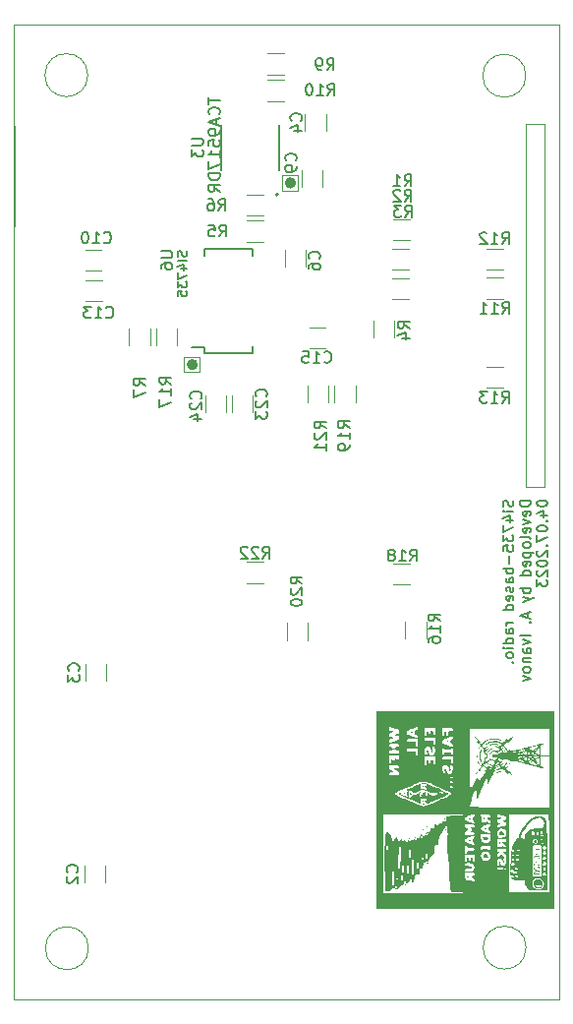
<source format=gbr>
%TF.GenerationSoftware,KiCad,Pcbnew,7.0.1*%
%TF.CreationDate,2023-09-27T13:21:00+00:00*%
%TF.ProjectId,SI4735,53493437-3335-42e6-9b69-6361645f7063,rev?*%
%TF.SameCoordinates,Original*%
%TF.FileFunction,Legend,Bot*%
%TF.FilePolarity,Positive*%
%FSLAX45Y45*%
G04 Gerber Fmt 4.5, Leading zero omitted, Abs format (unit mm)*
G04 Created by KiCad (PCBNEW 7.0.1) date 2023-09-27 13:21:00*
%MOMM*%
%LPD*%
G01*
G04 APERTURE LIST*
%ADD10C,0.466971*%
%ADD11C,0.120000*%
%ADD12C,0.200000*%
%ADD13C,0.180000*%
%ADD14C,0.150000*%
%ADD15C,0.127000*%
%TA.AperFunction,Profile*%
%ADD16C,0.050000*%
%TD*%
%TA.AperFunction,Profile*%
%ADD17C,0.100000*%
%TD*%
G04 APERTURE END LIST*
D10*
X14900848Y-9292500D02*
G75*
G03*
X14900848Y-9292500I-23349J0D01*
G01*
D11*
X14807500Y-9227460D02*
X14942500Y-9227460D01*
X14942500Y-9357500D01*
X14807500Y-9357500D01*
X14807500Y-9227460D01*
D10*
X14055848Y-10857500D02*
G75*
G03*
X14055848Y-10857500I-23349J0D01*
G01*
D11*
X13962500Y-10795000D02*
X14097500Y-10795000D01*
X14097500Y-10922500D01*
X13962500Y-10922500D01*
X13962500Y-10795000D01*
D12*
X13980700Y-9880714D02*
X13984509Y-9892143D01*
X13984509Y-9892143D02*
X13984509Y-9911190D01*
X13984509Y-9911190D02*
X13980700Y-9918810D01*
X13980700Y-9918810D02*
X13976890Y-9922619D01*
X13976890Y-9922619D02*
X13969271Y-9926429D01*
X13969271Y-9926429D02*
X13961652Y-9926429D01*
X13961652Y-9926429D02*
X13954033Y-9922619D01*
X13954033Y-9922619D02*
X13950224Y-9918810D01*
X13950224Y-9918810D02*
X13946414Y-9911190D01*
X13946414Y-9911190D02*
X13942605Y-9895952D01*
X13942605Y-9895952D02*
X13938795Y-9888333D01*
X13938795Y-9888333D02*
X13934986Y-9884524D01*
X13934986Y-9884524D02*
X13927367Y-9880714D01*
X13927367Y-9880714D02*
X13919748Y-9880714D01*
X13919748Y-9880714D02*
X13912128Y-9884524D01*
X13912128Y-9884524D02*
X13908319Y-9888333D01*
X13908319Y-9888333D02*
X13904509Y-9895952D01*
X13904509Y-9895952D02*
X13904509Y-9915000D01*
X13904509Y-9915000D02*
X13908319Y-9926429D01*
X13984509Y-9960714D02*
X13904509Y-9960714D01*
X13931176Y-10033095D02*
X13984509Y-10033095D01*
X13900700Y-10014048D02*
X13957843Y-9995000D01*
X13957843Y-9995000D02*
X13957843Y-10044524D01*
X13904509Y-10067381D02*
X13904509Y-10120714D01*
X13904509Y-10120714D02*
X13984509Y-10086429D01*
X13904509Y-10143571D02*
X13904509Y-10193095D01*
X13904509Y-10193095D02*
X13934986Y-10166429D01*
X13934986Y-10166429D02*
X13934986Y-10177857D01*
X13934986Y-10177857D02*
X13938795Y-10185476D01*
X13938795Y-10185476D02*
X13942605Y-10189286D01*
X13942605Y-10189286D02*
X13950224Y-10193095D01*
X13950224Y-10193095D02*
X13969271Y-10193095D01*
X13969271Y-10193095D02*
X13976890Y-10189286D01*
X13976890Y-10189286D02*
X13980700Y-10185476D01*
X13980700Y-10185476D02*
X13984509Y-10177857D01*
X13984509Y-10177857D02*
X13984509Y-10155000D01*
X13984509Y-10155000D02*
X13980700Y-10147381D01*
X13980700Y-10147381D02*
X13976890Y-10143571D01*
X13904509Y-10265476D02*
X13904509Y-10227381D01*
X13904509Y-10227381D02*
X13942605Y-10223571D01*
X13942605Y-10223571D02*
X13938795Y-10227381D01*
X13938795Y-10227381D02*
X13934986Y-10235000D01*
X13934986Y-10235000D02*
X13934986Y-10254048D01*
X13934986Y-10254048D02*
X13938795Y-10261667D01*
X13938795Y-10261667D02*
X13942605Y-10265476D01*
X13942605Y-10265476D02*
X13950224Y-10269286D01*
X13950224Y-10269286D02*
X13969271Y-10269286D01*
X13969271Y-10269286D02*
X13976890Y-10265476D01*
X13976890Y-10265476D02*
X13980700Y-10261667D01*
X13980700Y-10261667D02*
X13984509Y-10254048D01*
X13984509Y-10254048D02*
X13984509Y-10235000D01*
X13984509Y-10235000D02*
X13980700Y-10227381D01*
X13980700Y-10227381D02*
X13976890Y-10223571D01*
D13*
X16794050Y-12027143D02*
X16798336Y-12040000D01*
X16798336Y-12040000D02*
X16798336Y-12061428D01*
X16798336Y-12061428D02*
X16794050Y-12070000D01*
X16794050Y-12070000D02*
X16789764Y-12074286D01*
X16789764Y-12074286D02*
X16781193Y-12078571D01*
X16781193Y-12078571D02*
X16772621Y-12078571D01*
X16772621Y-12078571D02*
X16764050Y-12074286D01*
X16764050Y-12074286D02*
X16759764Y-12070000D01*
X16759764Y-12070000D02*
X16755478Y-12061428D01*
X16755478Y-12061428D02*
X16751193Y-12044286D01*
X16751193Y-12044286D02*
X16746907Y-12035714D01*
X16746907Y-12035714D02*
X16742621Y-12031428D01*
X16742621Y-12031428D02*
X16734050Y-12027143D01*
X16734050Y-12027143D02*
X16725478Y-12027143D01*
X16725478Y-12027143D02*
X16716907Y-12031428D01*
X16716907Y-12031428D02*
X16712621Y-12035714D01*
X16712621Y-12035714D02*
X16708336Y-12044286D01*
X16708336Y-12044286D02*
X16708336Y-12065714D01*
X16708336Y-12065714D02*
X16712621Y-12078571D01*
X16798336Y-12117143D02*
X16738336Y-12117143D01*
X16708336Y-12117143D02*
X16712621Y-12112857D01*
X16712621Y-12112857D02*
X16716907Y-12117143D01*
X16716907Y-12117143D02*
X16712621Y-12121428D01*
X16712621Y-12121428D02*
X16708336Y-12117143D01*
X16708336Y-12117143D02*
X16716907Y-12117143D01*
X16738336Y-12198571D02*
X16798336Y-12198571D01*
X16704050Y-12177143D02*
X16768336Y-12155714D01*
X16768336Y-12155714D02*
X16768336Y-12211428D01*
X16708336Y-12237143D02*
X16708336Y-12297143D01*
X16708336Y-12297143D02*
X16798336Y-12258571D01*
X16708336Y-12322857D02*
X16708336Y-12378571D01*
X16708336Y-12378571D02*
X16742621Y-12348571D01*
X16742621Y-12348571D02*
X16742621Y-12361428D01*
X16742621Y-12361428D02*
X16746907Y-12370000D01*
X16746907Y-12370000D02*
X16751193Y-12374286D01*
X16751193Y-12374286D02*
X16759764Y-12378571D01*
X16759764Y-12378571D02*
X16781193Y-12378571D01*
X16781193Y-12378571D02*
X16789764Y-12374286D01*
X16789764Y-12374286D02*
X16794050Y-12370000D01*
X16794050Y-12370000D02*
X16798336Y-12361428D01*
X16798336Y-12361428D02*
X16798336Y-12335714D01*
X16798336Y-12335714D02*
X16794050Y-12327143D01*
X16794050Y-12327143D02*
X16789764Y-12322857D01*
X16708336Y-12460000D02*
X16708336Y-12417143D01*
X16708336Y-12417143D02*
X16751193Y-12412857D01*
X16751193Y-12412857D02*
X16746907Y-12417143D01*
X16746907Y-12417143D02*
X16742621Y-12425714D01*
X16742621Y-12425714D02*
X16742621Y-12447143D01*
X16742621Y-12447143D02*
X16746907Y-12455714D01*
X16746907Y-12455714D02*
X16751193Y-12460000D01*
X16751193Y-12460000D02*
X16759764Y-12464286D01*
X16759764Y-12464286D02*
X16781193Y-12464286D01*
X16781193Y-12464286D02*
X16789764Y-12460000D01*
X16789764Y-12460000D02*
X16794050Y-12455714D01*
X16794050Y-12455714D02*
X16798336Y-12447143D01*
X16798336Y-12447143D02*
X16798336Y-12425714D01*
X16798336Y-12425714D02*
X16794050Y-12417143D01*
X16794050Y-12417143D02*
X16789764Y-12412857D01*
X16764050Y-12502857D02*
X16764050Y-12571429D01*
X16798336Y-12614286D02*
X16708336Y-12614286D01*
X16742621Y-12614286D02*
X16738336Y-12622857D01*
X16738336Y-12622857D02*
X16738336Y-12640000D01*
X16738336Y-12640000D02*
X16742621Y-12648571D01*
X16742621Y-12648571D02*
X16746907Y-12652857D01*
X16746907Y-12652857D02*
X16755478Y-12657143D01*
X16755478Y-12657143D02*
X16781193Y-12657143D01*
X16781193Y-12657143D02*
X16789764Y-12652857D01*
X16789764Y-12652857D02*
X16794050Y-12648571D01*
X16794050Y-12648571D02*
X16798336Y-12640000D01*
X16798336Y-12640000D02*
X16798336Y-12622857D01*
X16798336Y-12622857D02*
X16794050Y-12614286D01*
X16798336Y-12734286D02*
X16751193Y-12734286D01*
X16751193Y-12734286D02*
X16742621Y-12730000D01*
X16742621Y-12730000D02*
X16738336Y-12721429D01*
X16738336Y-12721429D02*
X16738336Y-12704286D01*
X16738336Y-12704286D02*
X16742621Y-12695714D01*
X16794050Y-12734286D02*
X16798336Y-12725714D01*
X16798336Y-12725714D02*
X16798336Y-12704286D01*
X16798336Y-12704286D02*
X16794050Y-12695714D01*
X16794050Y-12695714D02*
X16785479Y-12691429D01*
X16785479Y-12691429D02*
X16776907Y-12691429D01*
X16776907Y-12691429D02*
X16768336Y-12695714D01*
X16768336Y-12695714D02*
X16764050Y-12704286D01*
X16764050Y-12704286D02*
X16764050Y-12725714D01*
X16764050Y-12725714D02*
X16759764Y-12734286D01*
X16794050Y-12772857D02*
X16798336Y-12781429D01*
X16798336Y-12781429D02*
X16798336Y-12798571D01*
X16798336Y-12798571D02*
X16794050Y-12807143D01*
X16794050Y-12807143D02*
X16785479Y-12811429D01*
X16785479Y-12811429D02*
X16781193Y-12811429D01*
X16781193Y-12811429D02*
X16772621Y-12807143D01*
X16772621Y-12807143D02*
X16768336Y-12798571D01*
X16768336Y-12798571D02*
X16768336Y-12785714D01*
X16768336Y-12785714D02*
X16764050Y-12777143D01*
X16764050Y-12777143D02*
X16755478Y-12772857D01*
X16755478Y-12772857D02*
X16751193Y-12772857D01*
X16751193Y-12772857D02*
X16742621Y-12777143D01*
X16742621Y-12777143D02*
X16738336Y-12785714D01*
X16738336Y-12785714D02*
X16738336Y-12798571D01*
X16738336Y-12798571D02*
X16742621Y-12807143D01*
X16794050Y-12884286D02*
X16798336Y-12875714D01*
X16798336Y-12875714D02*
X16798336Y-12858571D01*
X16798336Y-12858571D02*
X16794050Y-12850000D01*
X16794050Y-12850000D02*
X16785479Y-12845714D01*
X16785479Y-12845714D02*
X16751193Y-12845714D01*
X16751193Y-12845714D02*
X16742621Y-12850000D01*
X16742621Y-12850000D02*
X16738336Y-12858571D01*
X16738336Y-12858571D02*
X16738336Y-12875714D01*
X16738336Y-12875714D02*
X16742621Y-12884286D01*
X16742621Y-12884286D02*
X16751193Y-12888571D01*
X16751193Y-12888571D02*
X16759764Y-12888571D01*
X16759764Y-12888571D02*
X16768336Y-12845714D01*
X16798336Y-12965714D02*
X16708336Y-12965714D01*
X16794050Y-12965714D02*
X16798336Y-12957143D01*
X16798336Y-12957143D02*
X16798336Y-12940000D01*
X16798336Y-12940000D02*
X16794050Y-12931429D01*
X16794050Y-12931429D02*
X16789764Y-12927143D01*
X16789764Y-12927143D02*
X16781193Y-12922857D01*
X16781193Y-12922857D02*
X16755478Y-12922857D01*
X16755478Y-12922857D02*
X16746907Y-12927143D01*
X16746907Y-12927143D02*
X16742621Y-12931429D01*
X16742621Y-12931429D02*
X16738336Y-12940000D01*
X16738336Y-12940000D02*
X16738336Y-12957143D01*
X16738336Y-12957143D02*
X16742621Y-12965714D01*
X16798336Y-13077143D02*
X16738336Y-13077143D01*
X16755478Y-13077143D02*
X16746907Y-13081429D01*
X16746907Y-13081429D02*
X16742621Y-13085714D01*
X16742621Y-13085714D02*
X16738336Y-13094286D01*
X16738336Y-13094286D02*
X16738336Y-13102857D01*
X16798336Y-13171429D02*
X16751193Y-13171429D01*
X16751193Y-13171429D02*
X16742621Y-13167143D01*
X16742621Y-13167143D02*
X16738336Y-13158571D01*
X16738336Y-13158571D02*
X16738336Y-13141429D01*
X16738336Y-13141429D02*
X16742621Y-13132857D01*
X16794050Y-13171429D02*
X16798336Y-13162857D01*
X16798336Y-13162857D02*
X16798336Y-13141429D01*
X16798336Y-13141429D02*
X16794050Y-13132857D01*
X16794050Y-13132857D02*
X16785479Y-13128571D01*
X16785479Y-13128571D02*
X16776907Y-13128571D01*
X16776907Y-13128571D02*
X16768336Y-13132857D01*
X16768336Y-13132857D02*
X16764050Y-13141429D01*
X16764050Y-13141429D02*
X16764050Y-13162857D01*
X16764050Y-13162857D02*
X16759764Y-13171429D01*
X16798336Y-13252857D02*
X16708336Y-13252857D01*
X16794050Y-13252857D02*
X16798336Y-13244286D01*
X16798336Y-13244286D02*
X16798336Y-13227143D01*
X16798336Y-13227143D02*
X16794050Y-13218571D01*
X16794050Y-13218571D02*
X16789764Y-13214286D01*
X16789764Y-13214286D02*
X16781193Y-13210000D01*
X16781193Y-13210000D02*
X16755478Y-13210000D01*
X16755478Y-13210000D02*
X16746907Y-13214286D01*
X16746907Y-13214286D02*
X16742621Y-13218571D01*
X16742621Y-13218571D02*
X16738336Y-13227143D01*
X16738336Y-13227143D02*
X16738336Y-13244286D01*
X16738336Y-13244286D02*
X16742621Y-13252857D01*
X16798336Y-13295714D02*
X16738336Y-13295714D01*
X16708336Y-13295714D02*
X16712621Y-13291429D01*
X16712621Y-13291429D02*
X16716907Y-13295714D01*
X16716907Y-13295714D02*
X16712621Y-13300000D01*
X16712621Y-13300000D02*
X16708336Y-13295714D01*
X16708336Y-13295714D02*
X16716907Y-13295714D01*
X16798336Y-13351429D02*
X16794050Y-13342857D01*
X16794050Y-13342857D02*
X16789764Y-13338571D01*
X16789764Y-13338571D02*
X16781193Y-13334286D01*
X16781193Y-13334286D02*
X16755478Y-13334286D01*
X16755478Y-13334286D02*
X16746907Y-13338571D01*
X16746907Y-13338571D02*
X16742621Y-13342857D01*
X16742621Y-13342857D02*
X16738336Y-13351429D01*
X16738336Y-13351429D02*
X16738336Y-13364286D01*
X16738336Y-13364286D02*
X16742621Y-13372857D01*
X16742621Y-13372857D02*
X16746907Y-13377143D01*
X16746907Y-13377143D02*
X16755478Y-13381429D01*
X16755478Y-13381429D02*
X16781193Y-13381429D01*
X16781193Y-13381429D02*
X16789764Y-13377143D01*
X16789764Y-13377143D02*
X16794050Y-13372857D01*
X16794050Y-13372857D02*
X16798336Y-13364286D01*
X16798336Y-13364286D02*
X16798336Y-13351429D01*
X16789764Y-13420000D02*
X16794050Y-13424286D01*
X16794050Y-13424286D02*
X16798336Y-13420000D01*
X16798336Y-13420000D02*
X16794050Y-13415714D01*
X16794050Y-13415714D02*
X16789764Y-13420000D01*
X16789764Y-13420000D02*
X16798336Y-13420000D01*
X16944136Y-12031428D02*
X16854136Y-12031428D01*
X16854136Y-12031428D02*
X16854136Y-12052857D01*
X16854136Y-12052857D02*
X16858421Y-12065714D01*
X16858421Y-12065714D02*
X16866993Y-12074286D01*
X16866993Y-12074286D02*
X16875564Y-12078571D01*
X16875564Y-12078571D02*
X16892707Y-12082857D01*
X16892707Y-12082857D02*
X16905564Y-12082857D01*
X16905564Y-12082857D02*
X16922707Y-12078571D01*
X16922707Y-12078571D02*
X16931279Y-12074286D01*
X16931279Y-12074286D02*
X16939850Y-12065714D01*
X16939850Y-12065714D02*
X16944136Y-12052857D01*
X16944136Y-12052857D02*
X16944136Y-12031428D01*
X16939850Y-12155714D02*
X16944136Y-12147143D01*
X16944136Y-12147143D02*
X16944136Y-12130000D01*
X16944136Y-12130000D02*
X16939850Y-12121428D01*
X16939850Y-12121428D02*
X16931279Y-12117143D01*
X16931279Y-12117143D02*
X16896993Y-12117143D01*
X16896993Y-12117143D02*
X16888421Y-12121428D01*
X16888421Y-12121428D02*
X16884136Y-12130000D01*
X16884136Y-12130000D02*
X16884136Y-12147143D01*
X16884136Y-12147143D02*
X16888421Y-12155714D01*
X16888421Y-12155714D02*
X16896993Y-12160000D01*
X16896993Y-12160000D02*
X16905564Y-12160000D01*
X16905564Y-12160000D02*
X16914136Y-12117143D01*
X16884136Y-12190000D02*
X16944136Y-12211429D01*
X16944136Y-12211429D02*
X16884136Y-12232857D01*
X16939850Y-12301428D02*
X16944136Y-12292857D01*
X16944136Y-12292857D02*
X16944136Y-12275714D01*
X16944136Y-12275714D02*
X16939850Y-12267143D01*
X16939850Y-12267143D02*
X16931279Y-12262857D01*
X16931279Y-12262857D02*
X16896993Y-12262857D01*
X16896993Y-12262857D02*
X16888421Y-12267143D01*
X16888421Y-12267143D02*
X16884136Y-12275714D01*
X16884136Y-12275714D02*
X16884136Y-12292857D01*
X16884136Y-12292857D02*
X16888421Y-12301428D01*
X16888421Y-12301428D02*
X16896993Y-12305714D01*
X16896993Y-12305714D02*
X16905564Y-12305714D01*
X16905564Y-12305714D02*
X16914136Y-12262857D01*
X16944136Y-12357143D02*
X16939850Y-12348571D01*
X16939850Y-12348571D02*
X16931279Y-12344286D01*
X16931279Y-12344286D02*
X16854136Y-12344286D01*
X16944136Y-12404286D02*
X16939850Y-12395714D01*
X16939850Y-12395714D02*
X16935564Y-12391429D01*
X16935564Y-12391429D02*
X16926993Y-12387143D01*
X16926993Y-12387143D02*
X16901279Y-12387143D01*
X16901279Y-12387143D02*
X16892707Y-12391429D01*
X16892707Y-12391429D02*
X16888421Y-12395714D01*
X16888421Y-12395714D02*
X16884136Y-12404286D01*
X16884136Y-12404286D02*
X16884136Y-12417143D01*
X16884136Y-12417143D02*
X16888421Y-12425714D01*
X16888421Y-12425714D02*
X16892707Y-12430000D01*
X16892707Y-12430000D02*
X16901279Y-12434286D01*
X16901279Y-12434286D02*
X16926993Y-12434286D01*
X16926993Y-12434286D02*
X16935564Y-12430000D01*
X16935564Y-12430000D02*
X16939850Y-12425714D01*
X16939850Y-12425714D02*
X16944136Y-12417143D01*
X16944136Y-12417143D02*
X16944136Y-12404286D01*
X16884136Y-12472857D02*
X16974136Y-12472857D01*
X16888421Y-12472857D02*
X16884136Y-12481429D01*
X16884136Y-12481429D02*
X16884136Y-12498571D01*
X16884136Y-12498571D02*
X16888421Y-12507143D01*
X16888421Y-12507143D02*
X16892707Y-12511429D01*
X16892707Y-12511429D02*
X16901279Y-12515714D01*
X16901279Y-12515714D02*
X16926993Y-12515714D01*
X16926993Y-12515714D02*
X16935564Y-12511429D01*
X16935564Y-12511429D02*
X16939850Y-12507143D01*
X16939850Y-12507143D02*
X16944136Y-12498571D01*
X16944136Y-12498571D02*
X16944136Y-12481429D01*
X16944136Y-12481429D02*
X16939850Y-12472857D01*
X16939850Y-12588571D02*
X16944136Y-12580000D01*
X16944136Y-12580000D02*
X16944136Y-12562857D01*
X16944136Y-12562857D02*
X16939850Y-12554286D01*
X16939850Y-12554286D02*
X16931279Y-12550000D01*
X16931279Y-12550000D02*
X16896993Y-12550000D01*
X16896993Y-12550000D02*
X16888421Y-12554286D01*
X16888421Y-12554286D02*
X16884136Y-12562857D01*
X16884136Y-12562857D02*
X16884136Y-12580000D01*
X16884136Y-12580000D02*
X16888421Y-12588571D01*
X16888421Y-12588571D02*
X16896993Y-12592857D01*
X16896993Y-12592857D02*
X16905564Y-12592857D01*
X16905564Y-12592857D02*
X16914136Y-12550000D01*
X16944136Y-12670000D02*
X16854136Y-12670000D01*
X16939850Y-12670000D02*
X16944136Y-12661429D01*
X16944136Y-12661429D02*
X16944136Y-12644286D01*
X16944136Y-12644286D02*
X16939850Y-12635714D01*
X16939850Y-12635714D02*
X16935564Y-12631429D01*
X16935564Y-12631429D02*
X16926993Y-12627143D01*
X16926993Y-12627143D02*
X16901279Y-12627143D01*
X16901279Y-12627143D02*
X16892707Y-12631429D01*
X16892707Y-12631429D02*
X16888421Y-12635714D01*
X16888421Y-12635714D02*
X16884136Y-12644286D01*
X16884136Y-12644286D02*
X16884136Y-12661429D01*
X16884136Y-12661429D02*
X16888421Y-12670000D01*
X16944136Y-12781429D02*
X16854136Y-12781429D01*
X16888421Y-12781429D02*
X16884136Y-12790000D01*
X16884136Y-12790000D02*
X16884136Y-12807143D01*
X16884136Y-12807143D02*
X16888421Y-12815714D01*
X16888421Y-12815714D02*
X16892707Y-12820000D01*
X16892707Y-12820000D02*
X16901279Y-12824286D01*
X16901279Y-12824286D02*
X16926993Y-12824286D01*
X16926993Y-12824286D02*
X16935564Y-12820000D01*
X16935564Y-12820000D02*
X16939850Y-12815714D01*
X16939850Y-12815714D02*
X16944136Y-12807143D01*
X16944136Y-12807143D02*
X16944136Y-12790000D01*
X16944136Y-12790000D02*
X16939850Y-12781429D01*
X16884136Y-12854286D02*
X16944136Y-12875714D01*
X16884136Y-12897143D02*
X16944136Y-12875714D01*
X16944136Y-12875714D02*
X16965564Y-12867143D01*
X16965564Y-12867143D02*
X16969850Y-12862857D01*
X16969850Y-12862857D02*
X16974136Y-12854286D01*
X16918421Y-12995714D02*
X16918421Y-13038572D01*
X16944136Y-12987143D02*
X16854136Y-13017143D01*
X16854136Y-13017143D02*
X16944136Y-13047143D01*
X16935564Y-13077143D02*
X16939850Y-13081429D01*
X16939850Y-13081429D02*
X16944136Y-13077143D01*
X16944136Y-13077143D02*
X16939850Y-13072857D01*
X16939850Y-13072857D02*
X16935564Y-13077143D01*
X16935564Y-13077143D02*
X16944136Y-13077143D01*
X16944136Y-13188571D02*
X16854136Y-13188571D01*
X16884136Y-13222857D02*
X16944136Y-13244286D01*
X16944136Y-13244286D02*
X16884136Y-13265714D01*
X16944136Y-13338571D02*
X16896993Y-13338571D01*
X16896993Y-13338571D02*
X16888421Y-13334286D01*
X16888421Y-13334286D02*
X16884136Y-13325714D01*
X16884136Y-13325714D02*
X16884136Y-13308571D01*
X16884136Y-13308571D02*
X16888421Y-13300000D01*
X16939850Y-13338571D02*
X16944136Y-13330000D01*
X16944136Y-13330000D02*
X16944136Y-13308571D01*
X16944136Y-13308571D02*
X16939850Y-13300000D01*
X16939850Y-13300000D02*
X16931279Y-13295714D01*
X16931279Y-13295714D02*
X16922707Y-13295714D01*
X16922707Y-13295714D02*
X16914136Y-13300000D01*
X16914136Y-13300000D02*
X16909850Y-13308571D01*
X16909850Y-13308571D02*
X16909850Y-13330000D01*
X16909850Y-13330000D02*
X16905564Y-13338571D01*
X16884136Y-13381429D02*
X16944136Y-13381429D01*
X16892707Y-13381429D02*
X16888421Y-13385714D01*
X16888421Y-13385714D02*
X16884136Y-13394286D01*
X16884136Y-13394286D02*
X16884136Y-13407143D01*
X16884136Y-13407143D02*
X16888421Y-13415714D01*
X16888421Y-13415714D02*
X16896993Y-13420000D01*
X16896993Y-13420000D02*
X16944136Y-13420000D01*
X16944136Y-13475714D02*
X16939850Y-13467143D01*
X16939850Y-13467143D02*
X16935564Y-13462857D01*
X16935564Y-13462857D02*
X16926993Y-13458571D01*
X16926993Y-13458571D02*
X16901279Y-13458571D01*
X16901279Y-13458571D02*
X16892707Y-13462857D01*
X16892707Y-13462857D02*
X16888421Y-13467143D01*
X16888421Y-13467143D02*
X16884136Y-13475714D01*
X16884136Y-13475714D02*
X16884136Y-13488571D01*
X16884136Y-13488571D02*
X16888421Y-13497143D01*
X16888421Y-13497143D02*
X16892707Y-13501429D01*
X16892707Y-13501429D02*
X16901279Y-13505714D01*
X16901279Y-13505714D02*
X16926993Y-13505714D01*
X16926993Y-13505714D02*
X16935564Y-13501429D01*
X16935564Y-13501429D02*
X16939850Y-13497143D01*
X16939850Y-13497143D02*
X16944136Y-13488571D01*
X16944136Y-13488571D02*
X16944136Y-13475714D01*
X16884136Y-13535714D02*
X16944136Y-13557143D01*
X16944136Y-13557143D02*
X16884136Y-13578571D01*
X16999936Y-12048571D02*
X16999936Y-12057143D01*
X16999936Y-12057143D02*
X17004221Y-12065714D01*
X17004221Y-12065714D02*
X17008507Y-12070000D01*
X17008507Y-12070000D02*
X17017079Y-12074286D01*
X17017079Y-12074286D02*
X17034221Y-12078571D01*
X17034221Y-12078571D02*
X17055650Y-12078571D01*
X17055650Y-12078571D02*
X17072793Y-12074286D01*
X17072793Y-12074286D02*
X17081364Y-12070000D01*
X17081364Y-12070000D02*
X17085650Y-12065714D01*
X17085650Y-12065714D02*
X17089936Y-12057143D01*
X17089936Y-12057143D02*
X17089936Y-12048571D01*
X17089936Y-12048571D02*
X17085650Y-12040000D01*
X17085650Y-12040000D02*
X17081364Y-12035714D01*
X17081364Y-12035714D02*
X17072793Y-12031428D01*
X17072793Y-12031428D02*
X17055650Y-12027143D01*
X17055650Y-12027143D02*
X17034221Y-12027143D01*
X17034221Y-12027143D02*
X17017079Y-12031428D01*
X17017079Y-12031428D02*
X17008507Y-12035714D01*
X17008507Y-12035714D02*
X17004221Y-12040000D01*
X17004221Y-12040000D02*
X16999936Y-12048571D01*
X17029936Y-12155714D02*
X17089936Y-12155714D01*
X16995650Y-12134286D02*
X17059936Y-12112857D01*
X17059936Y-12112857D02*
X17059936Y-12168571D01*
X17081364Y-12202857D02*
X17085650Y-12207143D01*
X17085650Y-12207143D02*
X17089936Y-12202857D01*
X17089936Y-12202857D02*
X17085650Y-12198571D01*
X17085650Y-12198571D02*
X17081364Y-12202857D01*
X17081364Y-12202857D02*
X17089936Y-12202857D01*
X16999936Y-12262857D02*
X16999936Y-12271428D01*
X16999936Y-12271428D02*
X17004221Y-12280000D01*
X17004221Y-12280000D02*
X17008507Y-12284286D01*
X17008507Y-12284286D02*
X17017079Y-12288571D01*
X17017079Y-12288571D02*
X17034221Y-12292857D01*
X17034221Y-12292857D02*
X17055650Y-12292857D01*
X17055650Y-12292857D02*
X17072793Y-12288571D01*
X17072793Y-12288571D02*
X17081364Y-12284286D01*
X17081364Y-12284286D02*
X17085650Y-12280000D01*
X17085650Y-12280000D02*
X17089936Y-12271428D01*
X17089936Y-12271428D02*
X17089936Y-12262857D01*
X17089936Y-12262857D02*
X17085650Y-12254286D01*
X17085650Y-12254286D02*
X17081364Y-12250000D01*
X17081364Y-12250000D02*
X17072793Y-12245714D01*
X17072793Y-12245714D02*
X17055650Y-12241428D01*
X17055650Y-12241428D02*
X17034221Y-12241428D01*
X17034221Y-12241428D02*
X17017079Y-12245714D01*
X17017079Y-12245714D02*
X17008507Y-12250000D01*
X17008507Y-12250000D02*
X17004221Y-12254286D01*
X17004221Y-12254286D02*
X16999936Y-12262857D01*
X16999936Y-12322857D02*
X16999936Y-12382857D01*
X16999936Y-12382857D02*
X17089936Y-12344286D01*
X17081364Y-12417143D02*
X17085650Y-12421428D01*
X17085650Y-12421428D02*
X17089936Y-12417143D01*
X17089936Y-12417143D02*
X17085650Y-12412857D01*
X17085650Y-12412857D02*
X17081364Y-12417143D01*
X17081364Y-12417143D02*
X17089936Y-12417143D01*
X17008507Y-12455714D02*
X17004221Y-12460000D01*
X17004221Y-12460000D02*
X16999936Y-12468571D01*
X16999936Y-12468571D02*
X16999936Y-12490000D01*
X16999936Y-12490000D02*
X17004221Y-12498571D01*
X17004221Y-12498571D02*
X17008507Y-12502857D01*
X17008507Y-12502857D02*
X17017079Y-12507143D01*
X17017079Y-12507143D02*
X17025650Y-12507143D01*
X17025650Y-12507143D02*
X17038507Y-12502857D01*
X17038507Y-12502857D02*
X17089936Y-12451428D01*
X17089936Y-12451428D02*
X17089936Y-12507143D01*
X16999936Y-12562857D02*
X16999936Y-12571428D01*
X16999936Y-12571428D02*
X17004221Y-12580000D01*
X17004221Y-12580000D02*
X17008507Y-12584286D01*
X17008507Y-12584286D02*
X17017079Y-12588571D01*
X17017079Y-12588571D02*
X17034221Y-12592857D01*
X17034221Y-12592857D02*
X17055650Y-12592857D01*
X17055650Y-12592857D02*
X17072793Y-12588571D01*
X17072793Y-12588571D02*
X17081364Y-12584286D01*
X17081364Y-12584286D02*
X17085650Y-12580000D01*
X17085650Y-12580000D02*
X17089936Y-12571428D01*
X17089936Y-12571428D02*
X17089936Y-12562857D01*
X17089936Y-12562857D02*
X17085650Y-12554286D01*
X17085650Y-12554286D02*
X17081364Y-12550000D01*
X17081364Y-12550000D02*
X17072793Y-12545714D01*
X17072793Y-12545714D02*
X17055650Y-12541428D01*
X17055650Y-12541428D02*
X17034221Y-12541428D01*
X17034221Y-12541428D02*
X17017079Y-12545714D01*
X17017079Y-12545714D02*
X17008507Y-12550000D01*
X17008507Y-12550000D02*
X17004221Y-12554286D01*
X17004221Y-12554286D02*
X16999936Y-12562857D01*
X17008507Y-12627143D02*
X17004221Y-12631428D01*
X17004221Y-12631428D02*
X16999936Y-12640000D01*
X16999936Y-12640000D02*
X16999936Y-12661428D01*
X16999936Y-12661428D02*
X17004221Y-12670000D01*
X17004221Y-12670000D02*
X17008507Y-12674286D01*
X17008507Y-12674286D02*
X17017079Y-12678571D01*
X17017079Y-12678571D02*
X17025650Y-12678571D01*
X17025650Y-12678571D02*
X17038507Y-12674286D01*
X17038507Y-12674286D02*
X17089936Y-12622857D01*
X17089936Y-12622857D02*
X17089936Y-12678571D01*
X16999936Y-12708571D02*
X16999936Y-12764286D01*
X16999936Y-12764286D02*
X17034221Y-12734286D01*
X17034221Y-12734286D02*
X17034221Y-12747143D01*
X17034221Y-12747143D02*
X17038507Y-12755714D01*
X17038507Y-12755714D02*
X17042793Y-12760000D01*
X17042793Y-12760000D02*
X17051364Y-12764286D01*
X17051364Y-12764286D02*
X17072793Y-12764286D01*
X17072793Y-12764286D02*
X17081364Y-12760000D01*
X17081364Y-12760000D02*
X17085650Y-12755714D01*
X17085650Y-12755714D02*
X17089936Y-12747143D01*
X17089936Y-12747143D02*
X17089936Y-12721428D01*
X17089936Y-12721428D02*
X17085650Y-12712857D01*
X17085650Y-12712857D02*
X17081364Y-12708571D01*
D14*
%TO.C,R13*%
X16701786Y-11186262D02*
X16735119Y-11138643D01*
X16758928Y-11186262D02*
X16758928Y-11086262D01*
X16758928Y-11086262D02*
X16720833Y-11086262D01*
X16720833Y-11086262D02*
X16711309Y-11091024D01*
X16711309Y-11091024D02*
X16706548Y-11095786D01*
X16706548Y-11095786D02*
X16701786Y-11105310D01*
X16701786Y-11105310D02*
X16701786Y-11119595D01*
X16701786Y-11119595D02*
X16706548Y-11129119D01*
X16706548Y-11129119D02*
X16711309Y-11133881D01*
X16711309Y-11133881D02*
X16720833Y-11138643D01*
X16720833Y-11138643D02*
X16758928Y-11138643D01*
X16606548Y-11186262D02*
X16663690Y-11186262D01*
X16635119Y-11186262D02*
X16635119Y-11086262D01*
X16635119Y-11086262D02*
X16644643Y-11100548D01*
X16644643Y-11100548D02*
X16654167Y-11110071D01*
X16654167Y-11110071D02*
X16663690Y-11114833D01*
X16573214Y-11086262D02*
X16511309Y-11086262D01*
X16511309Y-11086262D02*
X16544643Y-11124357D01*
X16544643Y-11124357D02*
X16530357Y-11124357D01*
X16530357Y-11124357D02*
X16520833Y-11129119D01*
X16520833Y-11129119D02*
X16516071Y-11133881D01*
X16516071Y-11133881D02*
X16511309Y-11143405D01*
X16511309Y-11143405D02*
X16511309Y-11167214D01*
X16511309Y-11167214D02*
X16516071Y-11176738D01*
X16516071Y-11176738D02*
X16520833Y-11181500D01*
X16520833Y-11181500D02*
X16530357Y-11186262D01*
X16530357Y-11186262D02*
X16558928Y-11186262D01*
X16558928Y-11186262D02*
X16568452Y-11181500D01*
X16568452Y-11181500D02*
X16573214Y-11176738D01*
%TO.C,C2*%
X13038738Y-15225833D02*
X13043500Y-15221071D01*
X13043500Y-15221071D02*
X13048262Y-15206786D01*
X13048262Y-15206786D02*
X13048262Y-15197262D01*
X13048262Y-15197262D02*
X13043500Y-15182976D01*
X13043500Y-15182976D02*
X13033976Y-15173452D01*
X13033976Y-15173452D02*
X13024452Y-15168690D01*
X13024452Y-15168690D02*
X13005405Y-15163929D01*
X13005405Y-15163929D02*
X12991119Y-15163929D01*
X12991119Y-15163929D02*
X12972071Y-15168690D01*
X12972071Y-15168690D02*
X12962548Y-15173452D01*
X12962548Y-15173452D02*
X12953024Y-15182976D01*
X12953024Y-15182976D02*
X12948262Y-15197262D01*
X12948262Y-15197262D02*
X12948262Y-15206786D01*
X12948262Y-15206786D02*
X12953024Y-15221071D01*
X12953024Y-15221071D02*
X12957786Y-15225833D01*
X12957786Y-15263929D02*
X12953024Y-15268690D01*
X12953024Y-15268690D02*
X12948262Y-15278214D01*
X12948262Y-15278214D02*
X12948262Y-15302024D01*
X12948262Y-15302024D02*
X12953024Y-15311548D01*
X12953024Y-15311548D02*
X12957786Y-15316309D01*
X12957786Y-15316309D02*
X12967309Y-15321071D01*
X12967309Y-15321071D02*
X12976833Y-15321071D01*
X12976833Y-15321071D02*
X12991119Y-15316309D01*
X12991119Y-15316309D02*
X13048262Y-15259167D01*
X13048262Y-15259167D02*
X13048262Y-15321071D01*
%TO.C,R6*%
X14259167Y-9531262D02*
X14292500Y-9483643D01*
X14316309Y-9531262D02*
X14316309Y-9431262D01*
X14316309Y-9431262D02*
X14278214Y-9431262D01*
X14278214Y-9431262D02*
X14268690Y-9436024D01*
X14268690Y-9436024D02*
X14263928Y-9440786D01*
X14263928Y-9440786D02*
X14259167Y-9450310D01*
X14259167Y-9450310D02*
X14259167Y-9464595D01*
X14259167Y-9464595D02*
X14263928Y-9474119D01*
X14263928Y-9474119D02*
X14268690Y-9478881D01*
X14268690Y-9478881D02*
X14278214Y-9483643D01*
X14278214Y-9483643D02*
X14316309Y-9483643D01*
X14173452Y-9431262D02*
X14192500Y-9431262D01*
X14192500Y-9431262D02*
X14202024Y-9436024D01*
X14202024Y-9436024D02*
X14206786Y-9440786D01*
X14206786Y-9440786D02*
X14216309Y-9455071D01*
X14216309Y-9455071D02*
X14221071Y-9474119D01*
X14221071Y-9474119D02*
X14221071Y-9512214D01*
X14221071Y-9512214D02*
X14216309Y-9521738D01*
X14216309Y-9521738D02*
X14211547Y-9526500D01*
X14211547Y-9526500D02*
X14202024Y-9531262D01*
X14202024Y-9531262D02*
X14182976Y-9531262D01*
X14182976Y-9531262D02*
X14173452Y-9526500D01*
X14173452Y-9526500D02*
X14168690Y-9521738D01*
X14168690Y-9521738D02*
X14163928Y-9512214D01*
X14163928Y-9512214D02*
X14163928Y-9488405D01*
X14163928Y-9488405D02*
X14168690Y-9478881D01*
X14168690Y-9478881D02*
X14173452Y-9474119D01*
X14173452Y-9474119D02*
X14182976Y-9469357D01*
X14182976Y-9469357D02*
X14202024Y-9469357D01*
X14202024Y-9469357D02*
X14211547Y-9474119D01*
X14211547Y-9474119D02*
X14216309Y-9478881D01*
X14216309Y-9478881D02*
X14221071Y-9488405D01*
%TO.C,C6*%
X15124238Y-9945833D02*
X15129000Y-9941071D01*
X15129000Y-9941071D02*
X15133762Y-9926786D01*
X15133762Y-9926786D02*
X15133762Y-9917262D01*
X15133762Y-9917262D02*
X15129000Y-9902976D01*
X15129000Y-9902976D02*
X15119476Y-9893452D01*
X15119476Y-9893452D02*
X15109952Y-9888691D01*
X15109952Y-9888691D02*
X15090905Y-9883929D01*
X15090905Y-9883929D02*
X15076619Y-9883929D01*
X15076619Y-9883929D02*
X15057571Y-9888691D01*
X15057571Y-9888691D02*
X15048048Y-9893452D01*
X15048048Y-9893452D02*
X15038524Y-9902976D01*
X15038524Y-9902976D02*
X15033762Y-9917262D01*
X15033762Y-9917262D02*
X15033762Y-9926786D01*
X15033762Y-9926786D02*
X15038524Y-9941071D01*
X15038524Y-9941071D02*
X15043286Y-9945833D01*
X15033762Y-10031548D02*
X15033762Y-10012500D01*
X15033762Y-10012500D02*
X15038524Y-10002976D01*
X15038524Y-10002976D02*
X15043286Y-9998214D01*
X15043286Y-9998214D02*
X15057571Y-9988691D01*
X15057571Y-9988691D02*
X15076619Y-9983929D01*
X15076619Y-9983929D02*
X15114714Y-9983929D01*
X15114714Y-9983929D02*
X15124238Y-9988691D01*
X15124238Y-9988691D02*
X15129000Y-9993452D01*
X15129000Y-9993452D02*
X15133762Y-10002976D01*
X15133762Y-10002976D02*
X15133762Y-10022024D01*
X15133762Y-10022024D02*
X15129000Y-10031548D01*
X15129000Y-10031548D02*
X15124238Y-10036310D01*
X15124238Y-10036310D02*
X15114714Y-10041071D01*
X15114714Y-10041071D02*
X15090905Y-10041071D01*
X15090905Y-10041071D02*
X15081381Y-10036310D01*
X15081381Y-10036310D02*
X15076619Y-10031548D01*
X15076619Y-10031548D02*
X15071857Y-10022024D01*
X15071857Y-10022024D02*
X15071857Y-10002976D01*
X15071857Y-10002976D02*
X15076619Y-9993452D01*
X15076619Y-9993452D02*
X15081381Y-9988691D01*
X15081381Y-9988691D02*
X15090905Y-9983929D01*
%TO.C,R19*%
X15386262Y-11403214D02*
X15338643Y-11369881D01*
X15386262Y-11346071D02*
X15286262Y-11346071D01*
X15286262Y-11346071D02*
X15286262Y-11384167D01*
X15286262Y-11384167D02*
X15291024Y-11393690D01*
X15291024Y-11393690D02*
X15295786Y-11398452D01*
X15295786Y-11398452D02*
X15305309Y-11403214D01*
X15305309Y-11403214D02*
X15319595Y-11403214D01*
X15319595Y-11403214D02*
X15329119Y-11398452D01*
X15329119Y-11398452D02*
X15333881Y-11393690D01*
X15333881Y-11393690D02*
X15338643Y-11384167D01*
X15338643Y-11384167D02*
X15338643Y-11346071D01*
X15386262Y-11498452D02*
X15386262Y-11441309D01*
X15386262Y-11469881D02*
X15286262Y-11469881D01*
X15286262Y-11469881D02*
X15300548Y-11460357D01*
X15300548Y-11460357D02*
X15310071Y-11450833D01*
X15310071Y-11450833D02*
X15314833Y-11441309D01*
X15386262Y-11546071D02*
X15386262Y-11565119D01*
X15386262Y-11565119D02*
X15381500Y-11574643D01*
X15381500Y-11574643D02*
X15376738Y-11579405D01*
X15376738Y-11579405D02*
X15362452Y-11588928D01*
X15362452Y-11588928D02*
X15343405Y-11593690D01*
X15343405Y-11593690D02*
X15305309Y-11593690D01*
X15305309Y-11593690D02*
X15295786Y-11588928D01*
X15295786Y-11588928D02*
X15291024Y-11584167D01*
X15291024Y-11584167D02*
X15286262Y-11574643D01*
X15286262Y-11574643D02*
X15286262Y-11555595D01*
X15286262Y-11555595D02*
X15291024Y-11546071D01*
X15291024Y-11546071D02*
X15295786Y-11541309D01*
X15295786Y-11541309D02*
X15305309Y-11536548D01*
X15305309Y-11536548D02*
X15329119Y-11536548D01*
X15329119Y-11536548D02*
X15338643Y-11541309D01*
X15338643Y-11541309D02*
X15343405Y-11546071D01*
X15343405Y-11546071D02*
X15348167Y-11555595D01*
X15348167Y-11555595D02*
X15348167Y-11574643D01*
X15348167Y-11574643D02*
X15343405Y-11584167D01*
X15343405Y-11584167D02*
X15338643Y-11588928D01*
X15338643Y-11588928D02*
X15329119Y-11593690D01*
%TO.C,R4*%
X15903762Y-10543333D02*
X15856143Y-10510000D01*
X15903762Y-10486191D02*
X15803762Y-10486191D01*
X15803762Y-10486191D02*
X15803762Y-10524286D01*
X15803762Y-10524286D02*
X15808524Y-10533810D01*
X15808524Y-10533810D02*
X15813286Y-10538571D01*
X15813286Y-10538571D02*
X15822809Y-10543333D01*
X15822809Y-10543333D02*
X15837095Y-10543333D01*
X15837095Y-10543333D02*
X15846619Y-10538571D01*
X15846619Y-10538571D02*
X15851381Y-10533810D01*
X15851381Y-10533810D02*
X15856143Y-10524286D01*
X15856143Y-10524286D02*
X15856143Y-10486191D01*
X15837095Y-10629048D02*
X15903762Y-10629048D01*
X15799000Y-10605238D02*
X15870428Y-10581429D01*
X15870428Y-10581429D02*
X15870428Y-10643333D01*
%TO.C,C9*%
X14921518Y-9102173D02*
X14926280Y-9097411D01*
X14926280Y-9097411D02*
X14931042Y-9083126D01*
X14931042Y-9083126D02*
X14931042Y-9073602D01*
X14931042Y-9073602D02*
X14926280Y-9059316D01*
X14926280Y-9059316D02*
X14916756Y-9049792D01*
X14916756Y-9049792D02*
X14907232Y-9045031D01*
X14907232Y-9045031D02*
X14888185Y-9040269D01*
X14888185Y-9040269D02*
X14873899Y-9040269D01*
X14873899Y-9040269D02*
X14854851Y-9045031D01*
X14854851Y-9045031D02*
X14845328Y-9049792D01*
X14845328Y-9049792D02*
X14835804Y-9059316D01*
X14835804Y-9059316D02*
X14831042Y-9073602D01*
X14831042Y-9073602D02*
X14831042Y-9083126D01*
X14831042Y-9083126D02*
X14835804Y-9097411D01*
X14835804Y-9097411D02*
X14840566Y-9102173D01*
X14931042Y-9149792D02*
X14931042Y-9168840D01*
X14931042Y-9168840D02*
X14926280Y-9178364D01*
X14926280Y-9178364D02*
X14921518Y-9183126D01*
X14921518Y-9183126D02*
X14907232Y-9192650D01*
X14907232Y-9192650D02*
X14888185Y-9197411D01*
X14888185Y-9197411D02*
X14850089Y-9197411D01*
X14850089Y-9197411D02*
X14840566Y-9192650D01*
X14840566Y-9192650D02*
X14835804Y-9187888D01*
X14835804Y-9187888D02*
X14831042Y-9178364D01*
X14831042Y-9178364D02*
X14831042Y-9159316D01*
X14831042Y-9159316D02*
X14835804Y-9149792D01*
X14835804Y-9149792D02*
X14840566Y-9145031D01*
X14840566Y-9145031D02*
X14850089Y-9140269D01*
X14850089Y-9140269D02*
X14873899Y-9140269D01*
X14873899Y-9140269D02*
X14883423Y-9145031D01*
X14883423Y-9145031D02*
X14888185Y-9149792D01*
X14888185Y-9149792D02*
X14892947Y-9159316D01*
X14892947Y-9159316D02*
X14892947Y-9178364D01*
X14892947Y-9178364D02*
X14888185Y-9187888D01*
X14888185Y-9187888D02*
X14883423Y-9192650D01*
X14883423Y-9192650D02*
X14873899Y-9197411D01*
%TO.C,R17*%
X13851262Y-11025714D02*
X13803643Y-10992381D01*
X13851262Y-10968571D02*
X13751262Y-10968571D01*
X13751262Y-10968571D02*
X13751262Y-11006667D01*
X13751262Y-11006667D02*
X13756024Y-11016190D01*
X13756024Y-11016190D02*
X13760786Y-11020952D01*
X13760786Y-11020952D02*
X13770309Y-11025714D01*
X13770309Y-11025714D02*
X13784595Y-11025714D01*
X13784595Y-11025714D02*
X13794119Y-11020952D01*
X13794119Y-11020952D02*
X13798881Y-11016190D01*
X13798881Y-11016190D02*
X13803643Y-11006667D01*
X13803643Y-11006667D02*
X13803643Y-10968571D01*
X13851262Y-11120952D02*
X13851262Y-11063810D01*
X13851262Y-11092381D02*
X13751262Y-11092381D01*
X13751262Y-11092381D02*
X13765548Y-11082857D01*
X13765548Y-11082857D02*
X13775071Y-11073333D01*
X13775071Y-11073333D02*
X13779833Y-11063810D01*
X13751262Y-11154286D02*
X13751262Y-11220952D01*
X13751262Y-11220952D02*
X13851262Y-11178095D01*
%TO.C,C10*%
X13269286Y-9804238D02*
X13274048Y-9809000D01*
X13274048Y-9809000D02*
X13288333Y-9813762D01*
X13288333Y-9813762D02*
X13297857Y-9813762D01*
X13297857Y-9813762D02*
X13312143Y-9809000D01*
X13312143Y-9809000D02*
X13321667Y-9799476D01*
X13321667Y-9799476D02*
X13326428Y-9789952D01*
X13326428Y-9789952D02*
X13331190Y-9770905D01*
X13331190Y-9770905D02*
X13331190Y-9756619D01*
X13331190Y-9756619D02*
X13326428Y-9737571D01*
X13326428Y-9737571D02*
X13321667Y-9728048D01*
X13321667Y-9728048D02*
X13312143Y-9718524D01*
X13312143Y-9718524D02*
X13297857Y-9713762D01*
X13297857Y-9713762D02*
X13288333Y-9713762D01*
X13288333Y-9713762D02*
X13274048Y-9718524D01*
X13274048Y-9718524D02*
X13269286Y-9723286D01*
X13174048Y-9813762D02*
X13231190Y-9813762D01*
X13202619Y-9813762D02*
X13202619Y-9713762D01*
X13202619Y-9713762D02*
X13212143Y-9728048D01*
X13212143Y-9728048D02*
X13221667Y-9737571D01*
X13221667Y-9737571D02*
X13231190Y-9742333D01*
X13112143Y-9713762D02*
X13102619Y-9713762D01*
X13102619Y-9713762D02*
X13093095Y-9718524D01*
X13093095Y-9718524D02*
X13088333Y-9723286D01*
X13088333Y-9723286D02*
X13083571Y-9732810D01*
X13083571Y-9732810D02*
X13078809Y-9751857D01*
X13078809Y-9751857D02*
X13078809Y-9775667D01*
X13078809Y-9775667D02*
X13083571Y-9794714D01*
X13083571Y-9794714D02*
X13088333Y-9804238D01*
X13088333Y-9804238D02*
X13093095Y-9809000D01*
X13093095Y-9809000D02*
X13102619Y-9813762D01*
X13102619Y-9813762D02*
X13112143Y-9813762D01*
X13112143Y-9813762D02*
X13121667Y-9809000D01*
X13121667Y-9809000D02*
X13126428Y-9804238D01*
X13126428Y-9804238D02*
X13131190Y-9794714D01*
X13131190Y-9794714D02*
X13135952Y-9775667D01*
X13135952Y-9775667D02*
X13135952Y-9751857D01*
X13135952Y-9751857D02*
X13131190Y-9732810D01*
X13131190Y-9732810D02*
X13126428Y-9723286D01*
X13126428Y-9723286D02*
X13121667Y-9718524D01*
X13121667Y-9718524D02*
X13112143Y-9713762D01*
%TO.C,R11*%
X16704286Y-10418762D02*
X16737619Y-10371143D01*
X16761428Y-10418762D02*
X16761428Y-10318762D01*
X16761428Y-10318762D02*
X16723333Y-10318762D01*
X16723333Y-10318762D02*
X16713809Y-10323524D01*
X16713809Y-10323524D02*
X16709048Y-10328286D01*
X16709048Y-10328286D02*
X16704286Y-10337810D01*
X16704286Y-10337810D02*
X16704286Y-10352095D01*
X16704286Y-10352095D02*
X16709048Y-10361619D01*
X16709048Y-10361619D02*
X16713809Y-10366381D01*
X16713809Y-10366381D02*
X16723333Y-10371143D01*
X16723333Y-10371143D02*
X16761428Y-10371143D01*
X16609048Y-10418762D02*
X16666190Y-10418762D01*
X16637619Y-10418762D02*
X16637619Y-10318762D01*
X16637619Y-10318762D02*
X16647143Y-10333048D01*
X16647143Y-10333048D02*
X16656667Y-10342571D01*
X16656667Y-10342571D02*
X16666190Y-10347333D01*
X16513809Y-10418762D02*
X16570952Y-10418762D01*
X16542381Y-10418762D02*
X16542381Y-10318762D01*
X16542381Y-10318762D02*
X16551905Y-10333048D01*
X16551905Y-10333048D02*
X16561428Y-10342571D01*
X16561428Y-10342571D02*
X16570952Y-10347333D01*
%TO.C,R21*%
X15183762Y-11405714D02*
X15136143Y-11372381D01*
X15183762Y-11348571D02*
X15083762Y-11348571D01*
X15083762Y-11348571D02*
X15083762Y-11386667D01*
X15083762Y-11386667D02*
X15088524Y-11396190D01*
X15088524Y-11396190D02*
X15093286Y-11400952D01*
X15093286Y-11400952D02*
X15102809Y-11405714D01*
X15102809Y-11405714D02*
X15117095Y-11405714D01*
X15117095Y-11405714D02*
X15126619Y-11400952D01*
X15126619Y-11400952D02*
X15131381Y-11396190D01*
X15131381Y-11396190D02*
X15136143Y-11386667D01*
X15136143Y-11386667D02*
X15136143Y-11348571D01*
X15093286Y-11443809D02*
X15088524Y-11448571D01*
X15088524Y-11448571D02*
X15083762Y-11458095D01*
X15083762Y-11458095D02*
X15083762Y-11481905D01*
X15083762Y-11481905D02*
X15088524Y-11491428D01*
X15088524Y-11491428D02*
X15093286Y-11496190D01*
X15093286Y-11496190D02*
X15102809Y-11500952D01*
X15102809Y-11500952D02*
X15112333Y-11500952D01*
X15112333Y-11500952D02*
X15126619Y-11496190D01*
X15126619Y-11496190D02*
X15183762Y-11439048D01*
X15183762Y-11439048D02*
X15183762Y-11500952D01*
X15183762Y-11596190D02*
X15183762Y-11539048D01*
X15183762Y-11567619D02*
X15083762Y-11567619D01*
X15083762Y-11567619D02*
X15098048Y-11558095D01*
X15098048Y-11558095D02*
X15107571Y-11548571D01*
X15107571Y-11548571D02*
X15112333Y-11539048D01*
%TO.C,R1*%
X15861667Y-9321262D02*
X15895000Y-9273643D01*
X15918809Y-9321262D02*
X15918809Y-9221262D01*
X15918809Y-9221262D02*
X15880714Y-9221262D01*
X15880714Y-9221262D02*
X15871190Y-9226024D01*
X15871190Y-9226024D02*
X15866428Y-9230786D01*
X15866428Y-9230786D02*
X15861667Y-9240310D01*
X15861667Y-9240310D02*
X15861667Y-9254595D01*
X15861667Y-9254595D02*
X15866428Y-9264119D01*
X15866428Y-9264119D02*
X15871190Y-9268881D01*
X15871190Y-9268881D02*
X15880714Y-9273643D01*
X15880714Y-9273643D02*
X15918809Y-9273643D01*
X15766428Y-9321262D02*
X15823571Y-9321262D01*
X15795000Y-9321262D02*
X15795000Y-9221262D01*
X15795000Y-9221262D02*
X15804524Y-9235548D01*
X15804524Y-9235548D02*
X15814047Y-9245071D01*
X15814047Y-9245071D02*
X15823571Y-9249833D01*
%TO.C,R20*%
X14978762Y-12743214D02*
X14931143Y-12709881D01*
X14978762Y-12686071D02*
X14878762Y-12686071D01*
X14878762Y-12686071D02*
X14878762Y-12724167D01*
X14878762Y-12724167D02*
X14883524Y-12733690D01*
X14883524Y-12733690D02*
X14888286Y-12738452D01*
X14888286Y-12738452D02*
X14897809Y-12743214D01*
X14897809Y-12743214D02*
X14912095Y-12743214D01*
X14912095Y-12743214D02*
X14921619Y-12738452D01*
X14921619Y-12738452D02*
X14926381Y-12733690D01*
X14926381Y-12733690D02*
X14931143Y-12724167D01*
X14931143Y-12724167D02*
X14931143Y-12686071D01*
X14888286Y-12781309D02*
X14883524Y-12786071D01*
X14883524Y-12786071D02*
X14878762Y-12795595D01*
X14878762Y-12795595D02*
X14878762Y-12819405D01*
X14878762Y-12819405D02*
X14883524Y-12828928D01*
X14883524Y-12828928D02*
X14888286Y-12833690D01*
X14888286Y-12833690D02*
X14897809Y-12838452D01*
X14897809Y-12838452D02*
X14907333Y-12838452D01*
X14907333Y-12838452D02*
X14921619Y-12833690D01*
X14921619Y-12833690D02*
X14978762Y-12776548D01*
X14978762Y-12776548D02*
X14978762Y-12838452D01*
X14878762Y-12900357D02*
X14878762Y-12909881D01*
X14878762Y-12909881D02*
X14883524Y-12919405D01*
X14883524Y-12919405D02*
X14888286Y-12924167D01*
X14888286Y-12924167D02*
X14897809Y-12928928D01*
X14897809Y-12928928D02*
X14916857Y-12933690D01*
X14916857Y-12933690D02*
X14940667Y-12933690D01*
X14940667Y-12933690D02*
X14959714Y-12928928D01*
X14959714Y-12928928D02*
X14969238Y-12924167D01*
X14969238Y-12924167D02*
X14974000Y-12919405D01*
X14974000Y-12919405D02*
X14978762Y-12909881D01*
X14978762Y-12909881D02*
X14978762Y-12900357D01*
X14978762Y-12900357D02*
X14974000Y-12890833D01*
X14974000Y-12890833D02*
X14969238Y-12886071D01*
X14969238Y-12886071D02*
X14959714Y-12881309D01*
X14959714Y-12881309D02*
X14940667Y-12876548D01*
X14940667Y-12876548D02*
X14916857Y-12876548D01*
X14916857Y-12876548D02*
X14897809Y-12881309D01*
X14897809Y-12881309D02*
X14888286Y-12886071D01*
X14888286Y-12886071D02*
X14883524Y-12890833D01*
X14883524Y-12890833D02*
X14878762Y-12900357D01*
%TO.C,C24*%
X14104238Y-11148214D02*
X14109000Y-11143452D01*
X14109000Y-11143452D02*
X14113762Y-11129167D01*
X14113762Y-11129167D02*
X14113762Y-11119643D01*
X14113762Y-11119643D02*
X14109000Y-11105357D01*
X14109000Y-11105357D02*
X14099476Y-11095833D01*
X14099476Y-11095833D02*
X14089952Y-11091071D01*
X14089952Y-11091071D02*
X14070905Y-11086310D01*
X14070905Y-11086310D02*
X14056619Y-11086310D01*
X14056619Y-11086310D02*
X14037571Y-11091071D01*
X14037571Y-11091071D02*
X14028048Y-11095833D01*
X14028048Y-11095833D02*
X14018524Y-11105357D01*
X14018524Y-11105357D02*
X14013762Y-11119643D01*
X14013762Y-11119643D02*
X14013762Y-11129167D01*
X14013762Y-11129167D02*
X14018524Y-11143452D01*
X14018524Y-11143452D02*
X14023286Y-11148214D01*
X14023286Y-11186309D02*
X14018524Y-11191071D01*
X14018524Y-11191071D02*
X14013762Y-11200595D01*
X14013762Y-11200595D02*
X14013762Y-11224405D01*
X14013762Y-11224405D02*
X14018524Y-11233928D01*
X14018524Y-11233928D02*
X14023286Y-11238690D01*
X14023286Y-11238690D02*
X14032809Y-11243452D01*
X14032809Y-11243452D02*
X14042333Y-11243452D01*
X14042333Y-11243452D02*
X14056619Y-11238690D01*
X14056619Y-11238690D02*
X14113762Y-11181548D01*
X14113762Y-11181548D02*
X14113762Y-11243452D01*
X14047095Y-11329167D02*
X14113762Y-11329167D01*
X14009000Y-11305357D02*
X14080428Y-11281548D01*
X14080428Y-11281548D02*
X14080428Y-11343452D01*
%TO.C,C13*%
X13289286Y-10446738D02*
X13294048Y-10451500D01*
X13294048Y-10451500D02*
X13308333Y-10456262D01*
X13308333Y-10456262D02*
X13317857Y-10456262D01*
X13317857Y-10456262D02*
X13332143Y-10451500D01*
X13332143Y-10451500D02*
X13341667Y-10441976D01*
X13341667Y-10441976D02*
X13346428Y-10432452D01*
X13346428Y-10432452D02*
X13351190Y-10413405D01*
X13351190Y-10413405D02*
X13351190Y-10399119D01*
X13351190Y-10399119D02*
X13346428Y-10380071D01*
X13346428Y-10380071D02*
X13341667Y-10370548D01*
X13341667Y-10370548D02*
X13332143Y-10361024D01*
X13332143Y-10361024D02*
X13317857Y-10356262D01*
X13317857Y-10356262D02*
X13308333Y-10356262D01*
X13308333Y-10356262D02*
X13294048Y-10361024D01*
X13294048Y-10361024D02*
X13289286Y-10365786D01*
X13194048Y-10456262D02*
X13251190Y-10456262D01*
X13222619Y-10456262D02*
X13222619Y-10356262D01*
X13222619Y-10356262D02*
X13232143Y-10370548D01*
X13232143Y-10370548D02*
X13241667Y-10380071D01*
X13241667Y-10380071D02*
X13251190Y-10384833D01*
X13160714Y-10356262D02*
X13098809Y-10356262D01*
X13098809Y-10356262D02*
X13132143Y-10394357D01*
X13132143Y-10394357D02*
X13117857Y-10394357D01*
X13117857Y-10394357D02*
X13108333Y-10399119D01*
X13108333Y-10399119D02*
X13103571Y-10403881D01*
X13103571Y-10403881D02*
X13098809Y-10413405D01*
X13098809Y-10413405D02*
X13098809Y-10437214D01*
X13098809Y-10437214D02*
X13103571Y-10446738D01*
X13103571Y-10446738D02*
X13108333Y-10451500D01*
X13108333Y-10451500D02*
X13117857Y-10456262D01*
X13117857Y-10456262D02*
X13146428Y-10456262D01*
X13146428Y-10456262D02*
X13155952Y-10451500D01*
X13155952Y-10451500D02*
X13160714Y-10446738D01*
%TO.C,R3*%
X15864167Y-9586262D02*
X15897500Y-9538643D01*
X15921309Y-9586262D02*
X15921309Y-9486262D01*
X15921309Y-9486262D02*
X15883214Y-9486262D01*
X15883214Y-9486262D02*
X15873690Y-9491024D01*
X15873690Y-9491024D02*
X15868928Y-9495786D01*
X15868928Y-9495786D02*
X15864167Y-9505310D01*
X15864167Y-9505310D02*
X15864167Y-9519595D01*
X15864167Y-9519595D02*
X15868928Y-9529119D01*
X15868928Y-9529119D02*
X15873690Y-9533881D01*
X15873690Y-9533881D02*
X15883214Y-9538643D01*
X15883214Y-9538643D02*
X15921309Y-9538643D01*
X15830833Y-9486262D02*
X15768928Y-9486262D01*
X15768928Y-9486262D02*
X15802262Y-9524357D01*
X15802262Y-9524357D02*
X15787976Y-9524357D01*
X15787976Y-9524357D02*
X15778452Y-9529119D01*
X15778452Y-9529119D02*
X15773690Y-9533881D01*
X15773690Y-9533881D02*
X15768928Y-9543405D01*
X15768928Y-9543405D02*
X15768928Y-9567214D01*
X15768928Y-9567214D02*
X15773690Y-9576738D01*
X15773690Y-9576738D02*
X15778452Y-9581500D01*
X15778452Y-9581500D02*
X15787976Y-9586262D01*
X15787976Y-9586262D02*
X15816547Y-9586262D01*
X15816547Y-9586262D02*
X15826071Y-9581500D01*
X15826071Y-9581500D02*
X15830833Y-9576738D01*
%TO.C,R22*%
X14639286Y-12523762D02*
X14672619Y-12476143D01*
X14696428Y-12523762D02*
X14696428Y-12423762D01*
X14696428Y-12423762D02*
X14658333Y-12423762D01*
X14658333Y-12423762D02*
X14648809Y-12428524D01*
X14648809Y-12428524D02*
X14644048Y-12433286D01*
X14644048Y-12433286D02*
X14639286Y-12442809D01*
X14639286Y-12442809D02*
X14639286Y-12457095D01*
X14639286Y-12457095D02*
X14644048Y-12466619D01*
X14644048Y-12466619D02*
X14648809Y-12471381D01*
X14648809Y-12471381D02*
X14658333Y-12476143D01*
X14658333Y-12476143D02*
X14696428Y-12476143D01*
X14601190Y-12433286D02*
X14596428Y-12428524D01*
X14596428Y-12428524D02*
X14586905Y-12423762D01*
X14586905Y-12423762D02*
X14563095Y-12423762D01*
X14563095Y-12423762D02*
X14553571Y-12428524D01*
X14553571Y-12428524D02*
X14548809Y-12433286D01*
X14548809Y-12433286D02*
X14544048Y-12442809D01*
X14544048Y-12442809D02*
X14544048Y-12452333D01*
X14544048Y-12452333D02*
X14548809Y-12466619D01*
X14548809Y-12466619D02*
X14605952Y-12523762D01*
X14605952Y-12523762D02*
X14544048Y-12523762D01*
X14505952Y-12433286D02*
X14501190Y-12428524D01*
X14501190Y-12428524D02*
X14491667Y-12423762D01*
X14491667Y-12423762D02*
X14467857Y-12423762D01*
X14467857Y-12423762D02*
X14458333Y-12428524D01*
X14458333Y-12428524D02*
X14453571Y-12433286D01*
X14453571Y-12433286D02*
X14448809Y-12442809D01*
X14448809Y-12442809D02*
X14448809Y-12452333D01*
X14448809Y-12452333D02*
X14453571Y-12466619D01*
X14453571Y-12466619D02*
X14510714Y-12523762D01*
X14510714Y-12523762D02*
X14448809Y-12523762D01*
%TO.C,R5*%
X14264167Y-9753762D02*
X14297500Y-9706143D01*
X14321309Y-9753762D02*
X14321309Y-9653762D01*
X14321309Y-9653762D02*
X14283214Y-9653762D01*
X14283214Y-9653762D02*
X14273690Y-9658524D01*
X14273690Y-9658524D02*
X14268928Y-9663286D01*
X14268928Y-9663286D02*
X14264167Y-9672810D01*
X14264167Y-9672810D02*
X14264167Y-9687095D01*
X14264167Y-9687095D02*
X14268928Y-9696619D01*
X14268928Y-9696619D02*
X14273690Y-9701381D01*
X14273690Y-9701381D02*
X14283214Y-9706143D01*
X14283214Y-9706143D02*
X14321309Y-9706143D01*
X14173690Y-9653762D02*
X14221309Y-9653762D01*
X14221309Y-9653762D02*
X14226071Y-9701381D01*
X14226071Y-9701381D02*
X14221309Y-9696619D01*
X14221309Y-9696619D02*
X14211786Y-9691857D01*
X14211786Y-9691857D02*
X14187976Y-9691857D01*
X14187976Y-9691857D02*
X14178452Y-9696619D01*
X14178452Y-9696619D02*
X14173690Y-9701381D01*
X14173690Y-9701381D02*
X14168928Y-9710905D01*
X14168928Y-9710905D02*
X14168928Y-9734714D01*
X14168928Y-9734714D02*
X14173690Y-9744238D01*
X14173690Y-9744238D02*
X14178452Y-9749000D01*
X14178452Y-9749000D02*
X14187976Y-9753762D01*
X14187976Y-9753762D02*
X14211786Y-9753762D01*
X14211786Y-9753762D02*
X14221309Y-9749000D01*
X14221309Y-9749000D02*
X14226071Y-9744238D01*
%TO.C,R10*%
X15199286Y-8538762D02*
X15232619Y-8491143D01*
X15256428Y-8538762D02*
X15256428Y-8438762D01*
X15256428Y-8438762D02*
X15218333Y-8438762D01*
X15218333Y-8438762D02*
X15208809Y-8443524D01*
X15208809Y-8443524D02*
X15204048Y-8448286D01*
X15204048Y-8448286D02*
X15199286Y-8457810D01*
X15199286Y-8457810D02*
X15199286Y-8472095D01*
X15199286Y-8472095D02*
X15204048Y-8481619D01*
X15204048Y-8481619D02*
X15208809Y-8486381D01*
X15208809Y-8486381D02*
X15218333Y-8491143D01*
X15218333Y-8491143D02*
X15256428Y-8491143D01*
X15104048Y-8538762D02*
X15161190Y-8538762D01*
X15132619Y-8538762D02*
X15132619Y-8438762D01*
X15132619Y-8438762D02*
X15142143Y-8453048D01*
X15142143Y-8453048D02*
X15151667Y-8462571D01*
X15151667Y-8462571D02*
X15161190Y-8467333D01*
X15042143Y-8438762D02*
X15032619Y-8438762D01*
X15032619Y-8438762D02*
X15023095Y-8443524D01*
X15023095Y-8443524D02*
X15018333Y-8448286D01*
X15018333Y-8448286D02*
X15013571Y-8457810D01*
X15013571Y-8457810D02*
X15008809Y-8476857D01*
X15008809Y-8476857D02*
X15008809Y-8500667D01*
X15008809Y-8500667D02*
X15013571Y-8519714D01*
X15013571Y-8519714D02*
X15018333Y-8529238D01*
X15018333Y-8529238D02*
X15023095Y-8534000D01*
X15023095Y-8534000D02*
X15032619Y-8538762D01*
X15032619Y-8538762D02*
X15042143Y-8538762D01*
X15042143Y-8538762D02*
X15051667Y-8534000D01*
X15051667Y-8534000D02*
X15056428Y-8529238D01*
X15056428Y-8529238D02*
X15061190Y-8519714D01*
X15061190Y-8519714D02*
X15065952Y-8500667D01*
X15065952Y-8500667D02*
X15065952Y-8476857D01*
X15065952Y-8476857D02*
X15061190Y-8457810D01*
X15061190Y-8457810D02*
X15056428Y-8448286D01*
X15056428Y-8448286D02*
X15051667Y-8443524D01*
X15051667Y-8443524D02*
X15042143Y-8438762D01*
%TO.C,U6*%
X13761262Y-9881310D02*
X13842214Y-9881310D01*
X13842214Y-9881310D02*
X13851738Y-9886071D01*
X13851738Y-9886071D02*
X13856500Y-9890833D01*
X13856500Y-9890833D02*
X13861262Y-9900357D01*
X13861262Y-9900357D02*
X13861262Y-9919405D01*
X13861262Y-9919405D02*
X13856500Y-9928929D01*
X13856500Y-9928929D02*
X13851738Y-9933690D01*
X13851738Y-9933690D02*
X13842214Y-9938452D01*
X13842214Y-9938452D02*
X13761262Y-9938452D01*
X13761262Y-10028929D02*
X13761262Y-10009881D01*
X13761262Y-10009881D02*
X13766024Y-10000357D01*
X13766024Y-10000357D02*
X13770786Y-9995595D01*
X13770786Y-9995595D02*
X13785071Y-9986071D01*
X13785071Y-9986071D02*
X13804119Y-9981310D01*
X13804119Y-9981310D02*
X13842214Y-9981310D01*
X13842214Y-9981310D02*
X13851738Y-9986071D01*
X13851738Y-9986071D02*
X13856500Y-9990833D01*
X13856500Y-9990833D02*
X13861262Y-10000357D01*
X13861262Y-10000357D02*
X13861262Y-10019405D01*
X13861262Y-10019405D02*
X13856500Y-10028929D01*
X13856500Y-10028929D02*
X13851738Y-10033690D01*
X13851738Y-10033690D02*
X13842214Y-10038452D01*
X13842214Y-10038452D02*
X13818405Y-10038452D01*
X13818405Y-10038452D02*
X13808881Y-10033690D01*
X13808881Y-10033690D02*
X13804119Y-10028929D01*
X13804119Y-10028929D02*
X13799357Y-10019405D01*
X13799357Y-10019405D02*
X13799357Y-10000357D01*
X13799357Y-10000357D02*
X13804119Y-9990833D01*
X13804119Y-9990833D02*
X13808881Y-9986071D01*
X13808881Y-9986071D02*
X13818405Y-9981310D01*
%TO.C,R2*%
X15861667Y-9451262D02*
X15895000Y-9403643D01*
X15918809Y-9451262D02*
X15918809Y-9351262D01*
X15918809Y-9351262D02*
X15880714Y-9351262D01*
X15880714Y-9351262D02*
X15871190Y-9356024D01*
X15871190Y-9356024D02*
X15866428Y-9360786D01*
X15866428Y-9360786D02*
X15861667Y-9370310D01*
X15861667Y-9370310D02*
X15861667Y-9384595D01*
X15861667Y-9384595D02*
X15866428Y-9394119D01*
X15866428Y-9394119D02*
X15871190Y-9398881D01*
X15871190Y-9398881D02*
X15880714Y-9403643D01*
X15880714Y-9403643D02*
X15918809Y-9403643D01*
X15823571Y-9360786D02*
X15818809Y-9356024D01*
X15818809Y-9356024D02*
X15809286Y-9351262D01*
X15809286Y-9351262D02*
X15785476Y-9351262D01*
X15785476Y-9351262D02*
X15775952Y-9356024D01*
X15775952Y-9356024D02*
X15771190Y-9360786D01*
X15771190Y-9360786D02*
X15766428Y-9370310D01*
X15766428Y-9370310D02*
X15766428Y-9379833D01*
X15766428Y-9379833D02*
X15771190Y-9394119D01*
X15771190Y-9394119D02*
X15828333Y-9451262D01*
X15828333Y-9451262D02*
X15766428Y-9451262D01*
%TO.C,R9*%
X15191667Y-8321262D02*
X15225000Y-8273643D01*
X15248809Y-8321262D02*
X15248809Y-8221262D01*
X15248809Y-8221262D02*
X15210714Y-8221262D01*
X15210714Y-8221262D02*
X15201190Y-8226024D01*
X15201190Y-8226024D02*
X15196428Y-8230786D01*
X15196428Y-8230786D02*
X15191667Y-8240309D01*
X15191667Y-8240309D02*
X15191667Y-8254595D01*
X15191667Y-8254595D02*
X15196428Y-8264119D01*
X15196428Y-8264119D02*
X15201190Y-8268881D01*
X15201190Y-8268881D02*
X15210714Y-8273643D01*
X15210714Y-8273643D02*
X15248809Y-8273643D01*
X15144047Y-8321262D02*
X15125000Y-8321262D01*
X15125000Y-8321262D02*
X15115476Y-8316500D01*
X15115476Y-8316500D02*
X15110714Y-8311738D01*
X15110714Y-8311738D02*
X15101190Y-8297452D01*
X15101190Y-8297452D02*
X15096428Y-8278405D01*
X15096428Y-8278405D02*
X15096428Y-8240309D01*
X15096428Y-8240309D02*
X15101190Y-8230786D01*
X15101190Y-8230786D02*
X15105952Y-8226024D01*
X15105952Y-8226024D02*
X15115476Y-8221262D01*
X15115476Y-8221262D02*
X15134524Y-8221262D01*
X15134524Y-8221262D02*
X15144047Y-8226024D01*
X15144047Y-8226024D02*
X15148809Y-8230786D01*
X15148809Y-8230786D02*
X15153571Y-8240309D01*
X15153571Y-8240309D02*
X15153571Y-8264119D01*
X15153571Y-8264119D02*
X15148809Y-8273643D01*
X15148809Y-8273643D02*
X15144047Y-8278405D01*
X15144047Y-8278405D02*
X15134524Y-8283167D01*
X15134524Y-8283167D02*
X15115476Y-8283167D01*
X15115476Y-8283167D02*
X15105952Y-8278405D01*
X15105952Y-8278405D02*
X15101190Y-8273643D01*
X15101190Y-8273643D02*
X15096428Y-8264119D01*
%TO.C,R12*%
X16701786Y-9816262D02*
X16735119Y-9768643D01*
X16758928Y-9816262D02*
X16758928Y-9716262D01*
X16758928Y-9716262D02*
X16720833Y-9716262D01*
X16720833Y-9716262D02*
X16711309Y-9721024D01*
X16711309Y-9721024D02*
X16706548Y-9725786D01*
X16706548Y-9725786D02*
X16701786Y-9735310D01*
X16701786Y-9735310D02*
X16701786Y-9749595D01*
X16701786Y-9749595D02*
X16706548Y-9759119D01*
X16706548Y-9759119D02*
X16711309Y-9763881D01*
X16711309Y-9763881D02*
X16720833Y-9768643D01*
X16720833Y-9768643D02*
X16758928Y-9768643D01*
X16606548Y-9816262D02*
X16663690Y-9816262D01*
X16635119Y-9816262D02*
X16635119Y-9716262D01*
X16635119Y-9716262D02*
X16644643Y-9730548D01*
X16644643Y-9730548D02*
X16654167Y-9740071D01*
X16654167Y-9740071D02*
X16663690Y-9744833D01*
X16568452Y-9725786D02*
X16563690Y-9721024D01*
X16563690Y-9721024D02*
X16554167Y-9716262D01*
X16554167Y-9716262D02*
X16530357Y-9716262D01*
X16530357Y-9716262D02*
X16520833Y-9721024D01*
X16520833Y-9721024D02*
X16516071Y-9725786D01*
X16516071Y-9725786D02*
X16511309Y-9735310D01*
X16511309Y-9735310D02*
X16511309Y-9744833D01*
X16511309Y-9744833D02*
X16516071Y-9759119D01*
X16516071Y-9759119D02*
X16573214Y-9816262D01*
X16573214Y-9816262D02*
X16511309Y-9816262D01*
%TO.C,C15*%
X15169286Y-10831738D02*
X15174048Y-10836500D01*
X15174048Y-10836500D02*
X15188333Y-10841262D01*
X15188333Y-10841262D02*
X15197857Y-10841262D01*
X15197857Y-10841262D02*
X15212143Y-10836500D01*
X15212143Y-10836500D02*
X15221667Y-10826976D01*
X15221667Y-10826976D02*
X15226428Y-10817452D01*
X15226428Y-10817452D02*
X15231190Y-10798405D01*
X15231190Y-10798405D02*
X15231190Y-10784119D01*
X15231190Y-10784119D02*
X15226428Y-10765071D01*
X15226428Y-10765071D02*
X15221667Y-10755548D01*
X15221667Y-10755548D02*
X15212143Y-10746024D01*
X15212143Y-10746024D02*
X15197857Y-10741262D01*
X15197857Y-10741262D02*
X15188333Y-10741262D01*
X15188333Y-10741262D02*
X15174048Y-10746024D01*
X15174048Y-10746024D02*
X15169286Y-10750786D01*
X15074048Y-10841262D02*
X15131190Y-10841262D01*
X15102619Y-10841262D02*
X15102619Y-10741262D01*
X15102619Y-10741262D02*
X15112143Y-10755548D01*
X15112143Y-10755548D02*
X15121667Y-10765071D01*
X15121667Y-10765071D02*
X15131190Y-10769833D01*
X14983571Y-10741262D02*
X15031190Y-10741262D01*
X15031190Y-10741262D02*
X15035952Y-10788881D01*
X15035952Y-10788881D02*
X15031190Y-10784119D01*
X15031190Y-10784119D02*
X15021667Y-10779357D01*
X15021667Y-10779357D02*
X14997857Y-10779357D01*
X14997857Y-10779357D02*
X14988333Y-10784119D01*
X14988333Y-10784119D02*
X14983571Y-10788881D01*
X14983571Y-10788881D02*
X14978809Y-10798405D01*
X14978809Y-10798405D02*
X14978809Y-10822214D01*
X14978809Y-10822214D02*
X14983571Y-10831738D01*
X14983571Y-10831738D02*
X14988333Y-10836500D01*
X14988333Y-10836500D02*
X14997857Y-10841262D01*
X14997857Y-10841262D02*
X15021667Y-10841262D01*
X15021667Y-10841262D02*
X15031190Y-10836500D01*
X15031190Y-10836500D02*
X15035952Y-10831738D01*
%TO.C,C23*%
X14666738Y-11130714D02*
X14671500Y-11125952D01*
X14671500Y-11125952D02*
X14676262Y-11111667D01*
X14676262Y-11111667D02*
X14676262Y-11102143D01*
X14676262Y-11102143D02*
X14671500Y-11087857D01*
X14671500Y-11087857D02*
X14661976Y-11078333D01*
X14661976Y-11078333D02*
X14652452Y-11073571D01*
X14652452Y-11073571D02*
X14633405Y-11068810D01*
X14633405Y-11068810D02*
X14619119Y-11068810D01*
X14619119Y-11068810D02*
X14600071Y-11073571D01*
X14600071Y-11073571D02*
X14590548Y-11078333D01*
X14590548Y-11078333D02*
X14581024Y-11087857D01*
X14581024Y-11087857D02*
X14576262Y-11102143D01*
X14576262Y-11102143D02*
X14576262Y-11111667D01*
X14576262Y-11111667D02*
X14581024Y-11125952D01*
X14581024Y-11125952D02*
X14585786Y-11130714D01*
X14585786Y-11168810D02*
X14581024Y-11173571D01*
X14581024Y-11173571D02*
X14576262Y-11183095D01*
X14576262Y-11183095D02*
X14576262Y-11206905D01*
X14576262Y-11206905D02*
X14581024Y-11216428D01*
X14581024Y-11216428D02*
X14585786Y-11221190D01*
X14585786Y-11221190D02*
X14595309Y-11225952D01*
X14595309Y-11225952D02*
X14604833Y-11225952D01*
X14604833Y-11225952D02*
X14619119Y-11221190D01*
X14619119Y-11221190D02*
X14676262Y-11164048D01*
X14676262Y-11164048D02*
X14676262Y-11225952D01*
X14576262Y-11259286D02*
X14576262Y-11321190D01*
X14576262Y-11321190D02*
X14614357Y-11287857D01*
X14614357Y-11287857D02*
X14614357Y-11302143D01*
X14614357Y-11302143D02*
X14619119Y-11311667D01*
X14619119Y-11311667D02*
X14623881Y-11316428D01*
X14623881Y-11316428D02*
X14633405Y-11321190D01*
X14633405Y-11321190D02*
X14657214Y-11321190D01*
X14657214Y-11321190D02*
X14666738Y-11316428D01*
X14666738Y-11316428D02*
X14671500Y-11311667D01*
X14671500Y-11311667D02*
X14676262Y-11302143D01*
X14676262Y-11302143D02*
X14676262Y-11273571D01*
X14676262Y-11273571D02*
X14671500Y-11264048D01*
X14671500Y-11264048D02*
X14666738Y-11259286D01*
%TO.C,C3*%
X13051738Y-13490833D02*
X13056500Y-13486071D01*
X13056500Y-13486071D02*
X13061262Y-13471786D01*
X13061262Y-13471786D02*
X13061262Y-13462262D01*
X13061262Y-13462262D02*
X13056500Y-13447976D01*
X13056500Y-13447976D02*
X13046976Y-13438452D01*
X13046976Y-13438452D02*
X13037452Y-13433690D01*
X13037452Y-13433690D02*
X13018405Y-13428929D01*
X13018405Y-13428929D02*
X13004119Y-13428929D01*
X13004119Y-13428929D02*
X12985071Y-13433690D01*
X12985071Y-13433690D02*
X12975548Y-13438452D01*
X12975548Y-13438452D02*
X12966024Y-13447976D01*
X12966024Y-13447976D02*
X12961262Y-13462262D01*
X12961262Y-13462262D02*
X12961262Y-13471786D01*
X12961262Y-13471786D02*
X12966024Y-13486071D01*
X12966024Y-13486071D02*
X12970786Y-13490833D01*
X12961262Y-13524167D02*
X12961262Y-13586071D01*
X12961262Y-13586071D02*
X12999357Y-13552738D01*
X12999357Y-13552738D02*
X12999357Y-13567024D01*
X12999357Y-13567024D02*
X13004119Y-13576548D01*
X13004119Y-13576548D02*
X13008881Y-13581309D01*
X13008881Y-13581309D02*
X13018405Y-13586071D01*
X13018405Y-13586071D02*
X13042214Y-13586071D01*
X13042214Y-13586071D02*
X13051738Y-13581309D01*
X13051738Y-13581309D02*
X13056500Y-13576548D01*
X13056500Y-13576548D02*
X13061262Y-13567024D01*
X13061262Y-13567024D02*
X13061262Y-13538452D01*
X13061262Y-13538452D02*
X13056500Y-13528929D01*
X13056500Y-13528929D02*
X13051738Y-13524167D01*
%TO.C,R16*%
X16166262Y-13063214D02*
X16118643Y-13029881D01*
X16166262Y-13006071D02*
X16066262Y-13006071D01*
X16066262Y-13006071D02*
X16066262Y-13044167D01*
X16066262Y-13044167D02*
X16071024Y-13053690D01*
X16071024Y-13053690D02*
X16075786Y-13058452D01*
X16075786Y-13058452D02*
X16085309Y-13063214D01*
X16085309Y-13063214D02*
X16099595Y-13063214D01*
X16099595Y-13063214D02*
X16109119Y-13058452D01*
X16109119Y-13058452D02*
X16113881Y-13053690D01*
X16113881Y-13053690D02*
X16118643Y-13044167D01*
X16118643Y-13044167D02*
X16118643Y-13006071D01*
X16166262Y-13158452D02*
X16166262Y-13101309D01*
X16166262Y-13129881D02*
X16066262Y-13129881D01*
X16066262Y-13129881D02*
X16080548Y-13120357D01*
X16080548Y-13120357D02*
X16090071Y-13110833D01*
X16090071Y-13110833D02*
X16094833Y-13101309D01*
X16066262Y-13244167D02*
X16066262Y-13225119D01*
X16066262Y-13225119D02*
X16071024Y-13215595D01*
X16071024Y-13215595D02*
X16075786Y-13210833D01*
X16075786Y-13210833D02*
X16090071Y-13201309D01*
X16090071Y-13201309D02*
X16109119Y-13196548D01*
X16109119Y-13196548D02*
X16147214Y-13196548D01*
X16147214Y-13196548D02*
X16156738Y-13201309D01*
X16156738Y-13201309D02*
X16161500Y-13206071D01*
X16161500Y-13206071D02*
X16166262Y-13215595D01*
X16166262Y-13215595D02*
X16166262Y-13234643D01*
X16166262Y-13234643D02*
X16161500Y-13244167D01*
X16161500Y-13244167D02*
X16156738Y-13248928D01*
X16156738Y-13248928D02*
X16147214Y-13253690D01*
X16147214Y-13253690D02*
X16123405Y-13253690D01*
X16123405Y-13253690D02*
X16113881Y-13248928D01*
X16113881Y-13248928D02*
X16109119Y-13244167D01*
X16109119Y-13244167D02*
X16104357Y-13234643D01*
X16104357Y-13234643D02*
X16104357Y-13215595D01*
X16104357Y-13215595D02*
X16109119Y-13206071D01*
X16109119Y-13206071D02*
X16113881Y-13201309D01*
X16113881Y-13201309D02*
X16123405Y-13196548D01*
%TO.C,R7*%
X13626262Y-11035833D02*
X13578643Y-11002500D01*
X13626262Y-10978691D02*
X13526262Y-10978691D01*
X13526262Y-10978691D02*
X13526262Y-11016786D01*
X13526262Y-11016786D02*
X13531024Y-11026310D01*
X13531024Y-11026310D02*
X13535786Y-11031071D01*
X13535786Y-11031071D02*
X13545309Y-11035833D01*
X13545309Y-11035833D02*
X13559595Y-11035833D01*
X13559595Y-11035833D02*
X13569119Y-11031071D01*
X13569119Y-11031071D02*
X13573881Y-11026310D01*
X13573881Y-11026310D02*
X13578643Y-11016786D01*
X13578643Y-11016786D02*
X13578643Y-10978691D01*
X13526262Y-11069167D02*
X13526262Y-11135833D01*
X13526262Y-11135833D02*
X13626262Y-11092976D01*
%TO.C,R18*%
X15909286Y-12548762D02*
X15942619Y-12501143D01*
X15966428Y-12548762D02*
X15966428Y-12448762D01*
X15966428Y-12448762D02*
X15928333Y-12448762D01*
X15928333Y-12448762D02*
X15918809Y-12453524D01*
X15918809Y-12453524D02*
X15914048Y-12458286D01*
X15914048Y-12458286D02*
X15909286Y-12467809D01*
X15909286Y-12467809D02*
X15909286Y-12482095D01*
X15909286Y-12482095D02*
X15914048Y-12491619D01*
X15914048Y-12491619D02*
X15918809Y-12496381D01*
X15918809Y-12496381D02*
X15928333Y-12501143D01*
X15928333Y-12501143D02*
X15966428Y-12501143D01*
X15814048Y-12548762D02*
X15871190Y-12548762D01*
X15842619Y-12548762D02*
X15842619Y-12448762D01*
X15842619Y-12448762D02*
X15852143Y-12463048D01*
X15852143Y-12463048D02*
X15861667Y-12472571D01*
X15861667Y-12472571D02*
X15871190Y-12477333D01*
X15756905Y-12491619D02*
X15766428Y-12486857D01*
X15766428Y-12486857D02*
X15771190Y-12482095D01*
X15771190Y-12482095D02*
X15775952Y-12472571D01*
X15775952Y-12472571D02*
X15775952Y-12467809D01*
X15775952Y-12467809D02*
X15771190Y-12458286D01*
X15771190Y-12458286D02*
X15766428Y-12453524D01*
X15766428Y-12453524D02*
X15756905Y-12448762D01*
X15756905Y-12448762D02*
X15737857Y-12448762D01*
X15737857Y-12448762D02*
X15728333Y-12453524D01*
X15728333Y-12453524D02*
X15723571Y-12458286D01*
X15723571Y-12458286D02*
X15718809Y-12467809D01*
X15718809Y-12467809D02*
X15718809Y-12472571D01*
X15718809Y-12472571D02*
X15723571Y-12482095D01*
X15723571Y-12482095D02*
X15728333Y-12486857D01*
X15728333Y-12486857D02*
X15737857Y-12491619D01*
X15737857Y-12491619D02*
X15756905Y-12491619D01*
X15756905Y-12491619D02*
X15766428Y-12496381D01*
X15766428Y-12496381D02*
X15771190Y-12501143D01*
X15771190Y-12501143D02*
X15775952Y-12510667D01*
X15775952Y-12510667D02*
X15775952Y-12529714D01*
X15775952Y-12529714D02*
X15771190Y-12539238D01*
X15771190Y-12539238D02*
X15766428Y-12544000D01*
X15766428Y-12544000D02*
X15756905Y-12548762D01*
X15756905Y-12548762D02*
X15737857Y-12548762D01*
X15737857Y-12548762D02*
X15728333Y-12544000D01*
X15728333Y-12544000D02*
X15723571Y-12539238D01*
X15723571Y-12539238D02*
X15718809Y-12529714D01*
X15718809Y-12529714D02*
X15718809Y-12510667D01*
X15718809Y-12510667D02*
X15723571Y-12501143D01*
X15723571Y-12501143D02*
X15728333Y-12496381D01*
X15728333Y-12496381D02*
X15737857Y-12491619D01*
%TO.C,U3*%
X14026262Y-8911310D02*
X14107214Y-8911310D01*
X14107214Y-8911310D02*
X14116738Y-8916071D01*
X14116738Y-8916071D02*
X14121500Y-8920833D01*
X14121500Y-8920833D02*
X14126262Y-8930357D01*
X14126262Y-8930357D02*
X14126262Y-8949405D01*
X14126262Y-8949405D02*
X14121500Y-8958929D01*
X14121500Y-8958929D02*
X14116738Y-8963690D01*
X14116738Y-8963690D02*
X14107214Y-8968452D01*
X14107214Y-8968452D02*
X14026262Y-8968452D01*
X14026262Y-9006548D02*
X14026262Y-9068452D01*
X14026262Y-9068452D02*
X14064357Y-9035119D01*
X14064357Y-9035119D02*
X14064357Y-9049405D01*
X14064357Y-9049405D02*
X14069119Y-9058929D01*
X14069119Y-9058929D02*
X14073881Y-9063690D01*
X14073881Y-9063690D02*
X14083405Y-9068452D01*
X14083405Y-9068452D02*
X14107214Y-9068452D01*
X14107214Y-9068452D02*
X14116738Y-9063690D01*
X14116738Y-9063690D02*
X14121500Y-9058929D01*
X14121500Y-9058929D02*
X14126262Y-9049405D01*
X14126262Y-9049405D02*
X14126262Y-9020833D01*
X14126262Y-9020833D02*
X14121500Y-9011310D01*
X14121500Y-9011310D02*
X14116738Y-9006548D01*
X14171262Y-8555595D02*
X14171262Y-8612738D01*
X14271262Y-8584167D02*
X14171262Y-8584167D01*
X14261738Y-8703214D02*
X14266500Y-8698452D01*
X14266500Y-8698452D02*
X14271262Y-8684167D01*
X14271262Y-8684167D02*
X14271262Y-8674643D01*
X14271262Y-8674643D02*
X14266500Y-8660357D01*
X14266500Y-8660357D02*
X14256976Y-8650833D01*
X14256976Y-8650833D02*
X14247452Y-8646071D01*
X14247452Y-8646071D02*
X14228405Y-8641310D01*
X14228405Y-8641310D02*
X14214119Y-8641310D01*
X14214119Y-8641310D02*
X14195071Y-8646071D01*
X14195071Y-8646071D02*
X14185548Y-8650833D01*
X14185548Y-8650833D02*
X14176024Y-8660357D01*
X14176024Y-8660357D02*
X14171262Y-8674643D01*
X14171262Y-8674643D02*
X14171262Y-8684167D01*
X14171262Y-8684167D02*
X14176024Y-8698452D01*
X14176024Y-8698452D02*
X14180786Y-8703214D01*
X14242690Y-8741310D02*
X14242690Y-8788929D01*
X14271262Y-8731786D02*
X14171262Y-8765119D01*
X14171262Y-8765119D02*
X14271262Y-8798452D01*
X14271262Y-8836548D02*
X14271262Y-8855595D01*
X14271262Y-8855595D02*
X14266500Y-8865119D01*
X14266500Y-8865119D02*
X14261738Y-8869881D01*
X14261738Y-8869881D02*
X14247452Y-8879405D01*
X14247452Y-8879405D02*
X14228405Y-8884167D01*
X14228405Y-8884167D02*
X14190309Y-8884167D01*
X14190309Y-8884167D02*
X14180786Y-8879405D01*
X14180786Y-8879405D02*
X14176024Y-8874643D01*
X14176024Y-8874643D02*
X14171262Y-8865119D01*
X14171262Y-8865119D02*
X14171262Y-8846071D01*
X14171262Y-8846071D02*
X14176024Y-8836548D01*
X14176024Y-8836548D02*
X14180786Y-8831786D01*
X14180786Y-8831786D02*
X14190309Y-8827024D01*
X14190309Y-8827024D02*
X14214119Y-8827024D01*
X14214119Y-8827024D02*
X14223643Y-8831786D01*
X14223643Y-8831786D02*
X14228405Y-8836548D01*
X14228405Y-8836548D02*
X14233167Y-8846071D01*
X14233167Y-8846071D02*
X14233167Y-8865119D01*
X14233167Y-8865119D02*
X14228405Y-8874643D01*
X14228405Y-8874643D02*
X14223643Y-8879405D01*
X14223643Y-8879405D02*
X14214119Y-8884167D01*
X14171262Y-8974643D02*
X14171262Y-8927024D01*
X14171262Y-8927024D02*
X14218881Y-8922262D01*
X14218881Y-8922262D02*
X14214119Y-8927024D01*
X14214119Y-8927024D02*
X14209357Y-8936548D01*
X14209357Y-8936548D02*
X14209357Y-8960357D01*
X14209357Y-8960357D02*
X14214119Y-8969881D01*
X14214119Y-8969881D02*
X14218881Y-8974643D01*
X14218881Y-8974643D02*
X14228405Y-8979405D01*
X14228405Y-8979405D02*
X14252214Y-8979405D01*
X14252214Y-8979405D02*
X14261738Y-8974643D01*
X14261738Y-8974643D02*
X14266500Y-8969881D01*
X14266500Y-8969881D02*
X14271262Y-8960357D01*
X14271262Y-8960357D02*
X14271262Y-8936548D01*
X14271262Y-8936548D02*
X14266500Y-8927024D01*
X14266500Y-8927024D02*
X14261738Y-8922262D01*
X14271262Y-9074643D02*
X14271262Y-9017500D01*
X14271262Y-9046071D02*
X14171262Y-9046071D01*
X14171262Y-9046071D02*
X14185548Y-9036548D01*
X14185548Y-9036548D02*
X14195071Y-9027024D01*
X14195071Y-9027024D02*
X14199833Y-9017500D01*
X14171262Y-9107976D02*
X14171262Y-9174643D01*
X14171262Y-9174643D02*
X14271262Y-9131786D01*
X14271262Y-9212738D02*
X14171262Y-9212738D01*
X14171262Y-9212738D02*
X14171262Y-9236548D01*
X14171262Y-9236548D02*
X14176024Y-9250833D01*
X14176024Y-9250833D02*
X14185548Y-9260357D01*
X14185548Y-9260357D02*
X14195071Y-9265119D01*
X14195071Y-9265119D02*
X14214119Y-9269881D01*
X14214119Y-9269881D02*
X14228405Y-9269881D01*
X14228405Y-9269881D02*
X14247452Y-9265119D01*
X14247452Y-9265119D02*
X14256976Y-9260357D01*
X14256976Y-9260357D02*
X14266500Y-9250833D01*
X14266500Y-9250833D02*
X14271262Y-9236548D01*
X14271262Y-9236548D02*
X14271262Y-9212738D01*
X14271262Y-9369881D02*
X14223643Y-9336548D01*
X14271262Y-9312738D02*
X14171262Y-9312738D01*
X14171262Y-9312738D02*
X14171262Y-9350833D01*
X14171262Y-9350833D02*
X14176024Y-9360357D01*
X14176024Y-9360357D02*
X14180786Y-9365119D01*
X14180786Y-9365119D02*
X14190309Y-9369881D01*
X14190309Y-9369881D02*
X14204595Y-9369881D01*
X14204595Y-9369881D02*
X14214119Y-9365119D01*
X14214119Y-9365119D02*
X14218881Y-9360357D01*
X14218881Y-9360357D02*
X14223643Y-9350833D01*
X14223643Y-9350833D02*
X14223643Y-9312738D01*
%TO.C,C4*%
X14967738Y-8757333D02*
X14972500Y-8752571D01*
X14972500Y-8752571D02*
X14977262Y-8738286D01*
X14977262Y-8738286D02*
X14977262Y-8728762D01*
X14977262Y-8728762D02*
X14972500Y-8714476D01*
X14972500Y-8714476D02*
X14962976Y-8704952D01*
X14962976Y-8704952D02*
X14953452Y-8700191D01*
X14953452Y-8700191D02*
X14934405Y-8695429D01*
X14934405Y-8695429D02*
X14920119Y-8695429D01*
X14920119Y-8695429D02*
X14901071Y-8700191D01*
X14901071Y-8700191D02*
X14891548Y-8704952D01*
X14891548Y-8704952D02*
X14882024Y-8714476D01*
X14882024Y-8714476D02*
X14877262Y-8728762D01*
X14877262Y-8728762D02*
X14877262Y-8738286D01*
X14877262Y-8738286D02*
X14882024Y-8752571D01*
X14882024Y-8752571D02*
X14886786Y-8757333D01*
X14910595Y-8843048D02*
X14977262Y-8843048D01*
X14872500Y-8819238D02*
X14943928Y-8795429D01*
X14943928Y-8795429D02*
X14943928Y-8857333D01*
D11*
%TO.C,R13*%
X16711976Y-11058160D02*
X16566564Y-11058160D01*
X16711976Y-10876160D02*
X16566564Y-10876160D01*
%TO.C,C2*%
X13101000Y-15313625D02*
X13101000Y-15171375D01*
X13283000Y-15313625D02*
X13283000Y-15171375D01*
%TO.C,R6*%
X14647706Y-9576000D02*
X14502294Y-9576000D01*
X14647706Y-9394000D02*
X14502294Y-9394000D01*
%TO.C,C6*%
X14829000Y-10011125D02*
X14829000Y-9868875D01*
X15011000Y-10011125D02*
X15011000Y-9868875D01*
%TO.C,R19*%
X15257750Y-11184966D02*
X15257750Y-11039554D01*
X15439750Y-11184966D02*
X15439750Y-11039554D01*
%TO.C,R4*%
X15772960Y-10479924D02*
X15772960Y-10625336D01*
X15590960Y-10479924D02*
X15590960Y-10625336D01*
%TO.C,C9*%
X15155000Y-9185375D02*
X15155000Y-9327625D01*
X14973000Y-9185375D02*
X14973000Y-9327625D01*
%TO.C,R17*%
X13901000Y-10543544D02*
X13901000Y-10688956D01*
X13719000Y-10543544D02*
X13719000Y-10688956D01*
%TO.C,C10*%
X13108875Y-9869000D02*
X13251125Y-9869000D01*
X13108875Y-10051000D02*
X13251125Y-10051000D01*
%TO.C,R11*%
X16711976Y-10290660D02*
X16566564Y-10290660D01*
X16711976Y-10108660D02*
X16566564Y-10108660D01*
%TO.C,R21*%
X15025250Y-11184966D02*
X15025250Y-11039554D01*
X15207250Y-11184966D02*
X15207250Y-11039554D01*
%TO.C,R1*%
X15763544Y-9604000D02*
X15908956Y-9604000D01*
X15763544Y-9786000D02*
X15908956Y-9786000D01*
%TO.C,R20*%
X14844250Y-13226456D02*
X14844250Y-13081044D01*
X15026250Y-13226456D02*
X15026250Y-13081044D01*
%TO.C,C24*%
X14323500Y-11121375D02*
X14323500Y-11263625D01*
X14141500Y-11121375D02*
X14141500Y-11263625D01*
%TO.C,C13*%
X13111375Y-10129000D02*
X13253625Y-10129000D01*
X13111375Y-10311000D02*
X13253625Y-10311000D01*
%TO.C,R3*%
X15900916Y-10294180D02*
X15755504Y-10294180D01*
X15900916Y-10112180D02*
X15755504Y-10112180D01*
%TO.C,R22*%
X14646456Y-12736000D02*
X14501044Y-12736000D01*
X14646456Y-12554000D02*
X14501044Y-12554000D01*
%TO.C,R5*%
X14646456Y-9801000D02*
X14501044Y-9801000D01*
X14646456Y-9619000D02*
X14501044Y-9619000D01*
%TO.C,R10*%
X14825206Y-8588500D02*
X14679794Y-8588500D01*
X14825206Y-8406500D02*
X14679794Y-8406500D01*
D14*
%TO.C,U6*%
X14140000Y-9861750D02*
X14140000Y-9917500D01*
X14140000Y-9861750D02*
X14555000Y-9861750D01*
X14140000Y-10709250D02*
X14027500Y-10709250D01*
X14140000Y-10756750D02*
X14140000Y-10709250D01*
X14140000Y-10756750D02*
X14555000Y-10756750D01*
X14555000Y-9861750D02*
X14555000Y-9917500D01*
X14555000Y-10756750D02*
X14555000Y-10701000D01*
D11*
%TO.C,R2*%
X15900516Y-10040180D02*
X15755104Y-10040180D01*
X15900516Y-9858180D02*
X15755104Y-9858180D01*
%TO.C,R9*%
X14823956Y-8361000D02*
X14678544Y-8361000D01*
X14823956Y-8179000D02*
X14678544Y-8179000D01*
%TO.C,R12*%
X16711976Y-10040660D02*
X16566564Y-10040660D01*
X16711976Y-9858660D02*
X16566564Y-9858660D01*
%TO.C,C15*%
X15181125Y-10716000D02*
X15038875Y-10716000D01*
X15181125Y-10534000D02*
X15038875Y-10534000D01*
%TO.C,G\u002A\u002A\u002A*%
G36*
X16725743Y-14267687D02*
G01*
X16723103Y-14270327D01*
X16720463Y-14267687D01*
X16723103Y-14265047D01*
X16725743Y-14267687D01*
G37*
G36*
X15859714Y-14526440D02*
G01*
X15857074Y-14529080D01*
X15854433Y-14526440D01*
X15857074Y-14523799D01*
X15859714Y-14526440D01*
G37*
G36*
X15843872Y-14531720D02*
G01*
X15841232Y-14534361D01*
X15838591Y-14531720D01*
X15841232Y-14529080D01*
X15843872Y-14531720D01*
G37*
G36*
X16028695Y-14558124D02*
G01*
X16026055Y-14560764D01*
X16023415Y-14558124D01*
X16026055Y-14555483D01*
X16028695Y-14558124D01*
G37*
G36*
X16192396Y-14764070D02*
G01*
X16189756Y-14766710D01*
X16187115Y-14764070D01*
X16189756Y-14761429D01*
X16192396Y-14764070D01*
G37*
G36*
X16176554Y-14779912D02*
G01*
X16173914Y-14782552D01*
X16171273Y-14779912D01*
X16173914Y-14777271D01*
X16176554Y-14779912D01*
G37*
G36*
X16102625Y-14779912D02*
G01*
X16099984Y-14782552D01*
X16097344Y-14779912D01*
X16099984Y-14777271D01*
X16102625Y-14779912D01*
G37*
G36*
X16150151Y-14801034D02*
G01*
X16147510Y-14803675D01*
X16144870Y-14801034D01*
X16147510Y-14798394D01*
X16150151Y-14801034D01*
G37*
G36*
X16055099Y-14832718D02*
G01*
X16052458Y-14835359D01*
X16049818Y-14832718D01*
X16052458Y-14830078D01*
X16055099Y-14832718D01*
G37*
G36*
X16113186Y-14837999D02*
G01*
X16110546Y-14840639D01*
X16107905Y-14837999D01*
X16110546Y-14835359D01*
X16113186Y-14837999D01*
G37*
G36*
X16218799Y-14848560D02*
G01*
X16216159Y-14851201D01*
X16213519Y-14848560D01*
X16216159Y-14845920D01*
X16218799Y-14848560D01*
G37*
G36*
X16023415Y-14859122D02*
G01*
X16020774Y-14861762D01*
X16018134Y-14859122D01*
X16020774Y-14856481D01*
X16023415Y-14859122D01*
G37*
G36*
X16208238Y-14869683D02*
G01*
X16205598Y-14872323D01*
X16202957Y-14869683D01*
X16205598Y-14867043D01*
X16208238Y-14869683D01*
G37*
G36*
X16192396Y-14906648D02*
G01*
X16189756Y-14909288D01*
X16187115Y-14906648D01*
X16189756Y-14904007D01*
X16192396Y-14906648D01*
G37*
G36*
X16197677Y-14917209D02*
G01*
X16195036Y-14919849D01*
X16192396Y-14917209D01*
X16195036Y-14914569D01*
X16197677Y-14917209D01*
G37*
G36*
X16176554Y-14938332D02*
G01*
X16173914Y-14940972D01*
X16171273Y-14938332D01*
X16173914Y-14935691D01*
X16176554Y-14938332D01*
G37*
G36*
X17026741Y-15123155D02*
G01*
X17024101Y-15125795D01*
X17021461Y-15123155D01*
X17024101Y-15120514D01*
X17026741Y-15123155D01*
G37*
G36*
X16492977Y-14188037D02*
G01*
X16492604Y-14193393D01*
X16490204Y-14194968D01*
X16489157Y-14193100D01*
X16489787Y-14184847D01*
X16491687Y-14182402D01*
X16492977Y-14188037D01*
G37*
G36*
X16681013Y-14312954D02*
G01*
X16681738Y-14316093D01*
X16680964Y-14316725D01*
X16674697Y-14316093D01*
X16673871Y-14314505D01*
X16678217Y-14312573D01*
X16681013Y-14312954D01*
G37*
G36*
X16665171Y-14318234D02*
G01*
X16665896Y-14321374D01*
X16665122Y-14322006D01*
X16658855Y-14321374D01*
X16658029Y-14319785D01*
X16662375Y-14317853D01*
X16665171Y-14318234D01*
G37*
G36*
X16049818Y-14550203D02*
G01*
X16049437Y-14552998D01*
X16046298Y-14553723D01*
X16045666Y-14552949D01*
X16046298Y-14546682D01*
X16047886Y-14545856D01*
X16049818Y-14550203D01*
G37*
G36*
X16007156Y-14557684D02*
G01*
X16006782Y-14563040D01*
X16004382Y-14564614D01*
X16003336Y-14562746D01*
X16003965Y-14554493D01*
X16005866Y-14552049D01*
X16007156Y-14557684D01*
G37*
G36*
X16208238Y-14766710D02*
G01*
X16207857Y-14769505D01*
X16204718Y-14770230D01*
X16204086Y-14769456D01*
X16204718Y-14763189D01*
X16206306Y-14762363D01*
X16208238Y-14766710D01*
G37*
G36*
X16221595Y-14856862D02*
G01*
X16222320Y-14860002D01*
X16221546Y-14860634D01*
X16215279Y-14860002D01*
X16214453Y-14858413D01*
X16218799Y-14856481D01*
X16221595Y-14856862D01*
G37*
G36*
X16997041Y-15042874D02*
G01*
X16996377Y-15044802D01*
X16993987Y-15045499D01*
X16983176Y-15044802D01*
X16982280Y-15042968D01*
X16989777Y-15042138D01*
X16997041Y-15042874D01*
G37*
G36*
X15873071Y-15332122D02*
G01*
X15873796Y-15335262D01*
X15873022Y-15335894D01*
X15866755Y-15335262D01*
X15865929Y-15333673D01*
X15870275Y-15331741D01*
X15873071Y-15332122D01*
G37*
G36*
X16721908Y-14173707D02*
G01*
X16725743Y-14180868D01*
X16725464Y-14183829D01*
X16722709Y-14185074D01*
X16718448Y-14177641D01*
X16717522Y-14173522D01*
X16720523Y-14172672D01*
X16721908Y-14173707D01*
G37*
G36*
X16592911Y-14272463D02*
G01*
X16595256Y-14274094D01*
X16599007Y-14278560D01*
X16598956Y-14279298D01*
X16595899Y-14280461D01*
X16590582Y-14274792D01*
X16589297Y-14271841D01*
X16592911Y-14272463D01*
G37*
G36*
X15933643Y-14019661D02*
G01*
X15932725Y-14023275D01*
X15925722Y-14027417D01*
X15922087Y-14026887D01*
X15917801Y-14022701D01*
X15918735Y-14020129D01*
X15925722Y-14014946D01*
X15930145Y-14014334D01*
X15933643Y-14019661D01*
G37*
G36*
X16239922Y-14098871D02*
G01*
X16239004Y-14102485D01*
X16232001Y-14106627D01*
X16228365Y-14106097D01*
X16224080Y-14101911D01*
X16225013Y-14099339D01*
X16232001Y-14094156D01*
X16236423Y-14093544D01*
X16239922Y-14098871D01*
G37*
G36*
X16705941Y-14153479D02*
G01*
X16707985Y-14155125D01*
X16714769Y-14162145D01*
X16713188Y-14164714D01*
X16710461Y-14162786D01*
X16703947Y-14155473D01*
X16700997Y-14151647D01*
X16699686Y-14148912D01*
X16705941Y-14153479D01*
G37*
G36*
X16486208Y-14213460D02*
G01*
X16486603Y-14225442D01*
X16486430Y-14235242D01*
X16485633Y-14242161D01*
X16484396Y-14240036D01*
X16483455Y-14229250D01*
X16484324Y-14213633D01*
X16485262Y-14209956D01*
X16486208Y-14213460D01*
G37*
G36*
X16019329Y-14481615D02*
G01*
X16023415Y-14483883D01*
X16023172Y-14484730D01*
X16018134Y-14489475D01*
X16016089Y-14490300D01*
X16012853Y-14487146D01*
X16013056Y-14485613D01*
X16018134Y-14481554D01*
X16019329Y-14481615D01*
G37*
G36*
X15862315Y-14540990D02*
G01*
X15864995Y-14547562D01*
X15864133Y-14551922D01*
X15859318Y-14554471D01*
X15857752Y-14553754D01*
X15853641Y-14547562D01*
X15853862Y-14546105D01*
X15859318Y-14540653D01*
X15862315Y-14540990D01*
G37*
G36*
X16019329Y-14608350D02*
G01*
X16023415Y-14610619D01*
X16023172Y-14611466D01*
X16018134Y-14616211D01*
X16016089Y-14617036D01*
X16012853Y-14613882D01*
X16013056Y-14612349D01*
X16018134Y-14608290D01*
X16019329Y-14608350D01*
G37*
G36*
X16034464Y-14637635D02*
G01*
X16038876Y-14641510D01*
X16035528Y-14644277D01*
X16022095Y-14644920D01*
X16011184Y-14644444D01*
X16009825Y-14642999D01*
X16017302Y-14639629D01*
X16026368Y-14637143D01*
X16034464Y-14637635D01*
G37*
G36*
X16425728Y-14762076D02*
G01*
X16430026Y-14766710D01*
X16429884Y-14767963D01*
X16425057Y-14771991D01*
X16423575Y-14771789D01*
X16416824Y-14766710D01*
X16416328Y-14763989D01*
X16421793Y-14761429D01*
X16425728Y-14762076D01*
G37*
G36*
X16548666Y-14756476D02*
G01*
X16551099Y-14759760D01*
X16548106Y-14769361D01*
X16544586Y-14774957D01*
X16540266Y-14771113D01*
X16537898Y-14766995D01*
X16536455Y-14758758D01*
X16543560Y-14756149D01*
X16548666Y-14756476D01*
G37*
G36*
X16563025Y-14846566D02*
G01*
X16567323Y-14851201D01*
X16567181Y-14852453D01*
X16562354Y-14856481D01*
X16560873Y-14856280D01*
X16554122Y-14851201D01*
X16553625Y-14848480D01*
X16559091Y-14845920D01*
X16563025Y-14846566D01*
G37*
G36*
X16425728Y-14946899D02*
G01*
X16430026Y-14951533D01*
X16429884Y-14952786D01*
X16425057Y-14956814D01*
X16423575Y-14956612D01*
X16416824Y-14951533D01*
X16416328Y-14948813D01*
X16421793Y-14946253D01*
X16425728Y-14946899D01*
G37*
G36*
X16685963Y-14967703D02*
G01*
X16688397Y-14970986D01*
X16685403Y-14980588D01*
X16681884Y-14986183D01*
X16677563Y-14982340D01*
X16675196Y-14978221D01*
X16673753Y-14969985D01*
X16680858Y-14967375D01*
X16685963Y-14967703D01*
G37*
G36*
X16410623Y-15258673D02*
G01*
X16413172Y-15263488D01*
X16412455Y-15265054D01*
X16406263Y-15269165D01*
X16404806Y-15268944D01*
X16399354Y-15263488D01*
X16399691Y-15260491D01*
X16406263Y-15257812D01*
X16410623Y-15258673D01*
G37*
G36*
X15918896Y-14544930D02*
G01*
X15923082Y-14550121D01*
X15921783Y-14553424D01*
X15915161Y-14560764D01*
X15912017Y-14563117D01*
X15908145Y-14562851D01*
X15907240Y-14553655D01*
X15907245Y-14552863D01*
X15909134Y-14543621D01*
X15915161Y-14543012D01*
X15918896Y-14544930D01*
G37*
G36*
X16998709Y-14949365D02*
G01*
X17000338Y-14959454D01*
X17000202Y-14963673D01*
X16997256Y-14971042D01*
X16988456Y-14971703D01*
X16980889Y-14968898D01*
X16976575Y-14959454D01*
X16978522Y-14952451D01*
X16988456Y-14947205D01*
X16992070Y-14946852D01*
X16998709Y-14949365D01*
G37*
G36*
X17015547Y-15025816D02*
G01*
X17020284Y-15027217D01*
X17014588Y-15029635D01*
X16998498Y-15033020D01*
X16994007Y-15033767D01*
X16983109Y-15034279D01*
X16981647Y-15031080D01*
X16982221Y-15030387D01*
X16990643Y-15026888D01*
X17004170Y-15025462D01*
X17015547Y-15025816D01*
G37*
G36*
X17023505Y-15180886D02*
G01*
X17026660Y-15187843D01*
X17025913Y-15192688D01*
X17022700Y-15191094D01*
X17018826Y-15187371D01*
X17008259Y-15182466D01*
X17004925Y-15181541D01*
X17003548Y-15180019D01*
X17012219Y-15179214D01*
X17012581Y-15179200D01*
X17023505Y-15180886D01*
G37*
G36*
X16990545Y-15141724D02*
G01*
X16982964Y-15146704D01*
X16981073Y-15154704D01*
X16981821Y-15158699D01*
X16978580Y-15165793D01*
X16975071Y-15164341D01*
X16974850Y-15154081D01*
X16975190Y-15151563D01*
X16979520Y-15141347D01*
X16989777Y-15137729D01*
X17002978Y-15136462D01*
X16990545Y-15141724D01*
G37*
G36*
X17026022Y-15153519D02*
G01*
X17026032Y-15160002D01*
X17022685Y-15166398D01*
X17012219Y-15167321D01*
X17006076Y-15166935D01*
X17002776Y-15166005D01*
X17009254Y-15164356D01*
X17016335Y-15161083D01*
X17023057Y-15150554D01*
X17024080Y-15145820D01*
X17025272Y-15144641D01*
X17026022Y-15153519D01*
G37*
G36*
X16492870Y-14263378D02*
G01*
X16498414Y-14275608D01*
X16501721Y-14283686D01*
X16506551Y-14295480D01*
X16508688Y-14300691D01*
X16506326Y-14302011D01*
X16504509Y-14300606D01*
X16499700Y-14292320D01*
X16494337Y-14279959D01*
X16490034Y-14267423D01*
X16488400Y-14258615D01*
X16489214Y-14257815D01*
X16492870Y-14263378D01*
G37*
G36*
X16702250Y-14873780D02*
G01*
X16711940Y-14880397D01*
X16716127Y-14886597D01*
X16717110Y-14896038D01*
X16709250Y-14904683D01*
X16696839Y-14907669D01*
X16684367Y-14904711D01*
X16676210Y-14895831D01*
X16675832Y-14894451D01*
X16678339Y-14884886D01*
X16686484Y-14876146D01*
X16696700Y-14872323D01*
X16702250Y-14873780D01*
G37*
G36*
X16566492Y-14925266D02*
G01*
X16578442Y-14926335D01*
X16583165Y-14928117D01*
X16581900Y-14935231D01*
X16574191Y-14945349D01*
X16562482Y-14950470D01*
X16550284Y-14949494D01*
X16541106Y-14941319D01*
X16537379Y-14933714D01*
X16537124Y-14927898D01*
X16543873Y-14925560D01*
X16559402Y-14925130D01*
X16566492Y-14925266D01*
G37*
G36*
X17018499Y-15068228D02*
G01*
X17018193Y-15068591D01*
X17010916Y-15071575D01*
X16998117Y-15073942D01*
X16995501Y-15074212D01*
X16985200Y-15074302D01*
X16982177Y-15072468D01*
X16982483Y-15072105D01*
X16989760Y-15069122D01*
X17002559Y-15066755D01*
X17005174Y-15066485D01*
X17015476Y-15066394D01*
X17018499Y-15068228D01*
G37*
G36*
X16564953Y-15069165D02*
G01*
X16574643Y-15075782D01*
X16578830Y-15081981D01*
X16579813Y-15091423D01*
X16571953Y-15100068D01*
X16559542Y-15103054D01*
X16547069Y-15100095D01*
X16538912Y-15091215D01*
X16538534Y-15089836D01*
X16541042Y-15080271D01*
X16549187Y-15071531D01*
X16559402Y-15067708D01*
X16564953Y-15069165D01*
G37*
G36*
X16982253Y-15185788D02*
G01*
X16984496Y-15194278D01*
X16986307Y-15201369D01*
X16993737Y-15201422D01*
X16994329Y-15201216D01*
X16999858Y-15200255D01*
X16996732Y-15204929D01*
X16992527Y-15207865D01*
X16982211Y-15208512D01*
X16977872Y-15204983D01*
X16974337Y-15196362D01*
X16974596Y-15187778D01*
X16979215Y-15183882D01*
X16982253Y-15185788D01*
G37*
G36*
X16891795Y-14176529D02*
G01*
X16889513Y-14182602D01*
X16883551Y-14190906D01*
X16876334Y-14198267D01*
X16870288Y-14201513D01*
X16865519Y-14200005D01*
X16857128Y-14192996D01*
X16854556Y-14189778D01*
X16853434Y-14186121D01*
X16861016Y-14187835D01*
X16868068Y-14188785D01*
X16878784Y-14183316D01*
X16883254Y-14178901D01*
X16890337Y-14175275D01*
X16891795Y-14176529D01*
G37*
G36*
X17024176Y-15082745D02*
G01*
X17025762Y-15086985D01*
X17026741Y-15097632D01*
X17026553Y-15101560D01*
X17022905Y-15108107D01*
X17012219Y-15109234D01*
X17005393Y-15108805D01*
X17002614Y-15107899D01*
X17009579Y-15106226D01*
X17016971Y-15103152D01*
X17021461Y-15096384D01*
X17017545Y-15091035D01*
X17007309Y-15088431D01*
X16994653Y-15088837D01*
X16983492Y-15092101D01*
X16977743Y-15098072D01*
X16977511Y-15099030D01*
X16976086Y-15103022D01*
X16976056Y-15096751D01*
X16977433Y-15091274D01*
X16984258Y-15086271D01*
X16999093Y-15083185D01*
X17004959Y-15082500D01*
X17017836Y-15081807D01*
X17024176Y-15082745D01*
G37*
G36*
X17024375Y-15214961D02*
G01*
X17025841Y-15219093D01*
X17026741Y-15229648D01*
X17026739Y-15230062D01*
X17024132Y-15239297D01*
X17014860Y-15241357D01*
X17012906Y-15241243D01*
X17007519Y-15240238D01*
X17012219Y-15238330D01*
X17017083Y-15235923D01*
X17021461Y-15228381D01*
X17021353Y-15227322D01*
X17015945Y-15222313D01*
X17005294Y-15220912D01*
X16993458Y-15223078D01*
X16984496Y-15228768D01*
X16982500Y-15231353D01*
X16981958Y-15235717D01*
X16990450Y-15236850D01*
X16996184Y-15237026D01*
X16999395Y-15238454D01*
X16993228Y-15242678D01*
X16993151Y-15242722D01*
X16982218Y-15245091D01*
X16975822Y-15239226D01*
X16976236Y-15227196D01*
X16977313Y-15224587D01*
X16985102Y-15217878D01*
X17000798Y-15214618D01*
X17005396Y-15214239D01*
X17018114Y-15213925D01*
X17024375Y-15214961D01*
G37*
G36*
X17042583Y-15292503D02*
G01*
X17043488Y-15292955D01*
X17050441Y-15304913D01*
X17053126Y-15322257D01*
X17051138Y-15340079D01*
X17044405Y-15353768D01*
X17034427Y-15360268D01*
X17015745Y-15363425D01*
X16998909Y-15360346D01*
X16984067Y-15349954D01*
X16977892Y-15338104D01*
X16986402Y-15338104D01*
X16992388Y-15347551D01*
X17004565Y-15356097D01*
X17020382Y-15356724D01*
X17036307Y-15347377D01*
X17037125Y-15346579D01*
X17043978Y-15336205D01*
X17047578Y-15324372D01*
X17047317Y-15314652D01*
X17042583Y-15310618D01*
X17039641Y-15312312D01*
X17037303Y-15320539D01*
X17037296Y-15320891D01*
X17032444Y-15330473D01*
X17021404Y-15337491D01*
X17008378Y-15340214D01*
X16997565Y-15336912D01*
X16993798Y-15334209D01*
X16987245Y-15332891D01*
X16986402Y-15338104D01*
X16977892Y-15338104D01*
X16976025Y-15334521D01*
X16975918Y-15316446D01*
X16984879Y-15298129D01*
X16992082Y-15291434D01*
X17009101Y-15284664D01*
X17027660Y-15285045D01*
X17042583Y-15292503D01*
G37*
G36*
X15996404Y-14464309D02*
G01*
X15998512Y-14463408D01*
X16015317Y-14457399D01*
X16025700Y-14455151D01*
X16028755Y-14455506D01*
X16041949Y-14459412D01*
X16060317Y-14466716D01*
X16080868Y-14476273D01*
X16089351Y-14480427D01*
X16108285Y-14489114D01*
X16118467Y-14493239D01*
X16123160Y-14495140D01*
X16131324Y-14497396D01*
X16132633Y-14497719D01*
X16136315Y-14498626D01*
X16149587Y-14503779D01*
X16168163Y-14512023D01*
X16176554Y-14516050D01*
X16189686Y-14522351D01*
X16205950Y-14530588D01*
X16223518Y-14539921D01*
X16235495Y-14546826D01*
X16239922Y-14550218D01*
X16239129Y-14551233D01*
X16231466Y-14556219D01*
X16217671Y-14563799D01*
X16200221Y-14572749D01*
X16181598Y-14581847D01*
X16164279Y-14589869D01*
X16150744Y-14595593D01*
X16143472Y-14597796D01*
X16141536Y-14598177D01*
X16131163Y-14602114D01*
X16115032Y-14609407D01*
X16095711Y-14618918D01*
X16087466Y-14623104D01*
X16070112Y-14631742D01*
X16057578Y-14637732D01*
X16052146Y-14639974D01*
X16050797Y-14638008D01*
X16049818Y-14629413D01*
X16048348Y-14623254D01*
X16041897Y-14618851D01*
X16038253Y-14618255D01*
X16033976Y-14613571D01*
X16034870Y-14611141D01*
X16041897Y-14608290D01*
X16045591Y-14607370D01*
X16049818Y-14600369D01*
X16047970Y-14596102D01*
X16039673Y-14593265D01*
X16022883Y-14592448D01*
X15995948Y-14592448D01*
X15997838Y-14616211D01*
X15998351Y-14623354D01*
X15998872Y-14635267D01*
X15998537Y-14639974D01*
X15997126Y-14639417D01*
X15988279Y-14635324D01*
X15973218Y-14628123D01*
X15954123Y-14618851D01*
X15944818Y-14614382D01*
X15926013Y-14605847D01*
X15911514Y-14599937D01*
X15903878Y-14597729D01*
X15901797Y-14597368D01*
X15891523Y-14593686D01*
X15876016Y-14586996D01*
X15857760Y-14578505D01*
X15839241Y-14569419D01*
X15822942Y-14560945D01*
X15811350Y-14554289D01*
X15806949Y-14550660D01*
X15810499Y-14546922D01*
X15820150Y-14541458D01*
X15827105Y-14538554D01*
X15832272Y-14539175D01*
X15833311Y-14547223D01*
X15833786Y-14551619D01*
X15839362Y-14559396D01*
X15853113Y-14565552D01*
X15856347Y-14566614D01*
X15870423Y-14571402D01*
X15879517Y-14574749D01*
X15883564Y-14574559D01*
X15886117Y-14567050D01*
X15884666Y-14560721D01*
X15877478Y-14553298D01*
X15873520Y-14551565D01*
X15871738Y-14547846D01*
X15877478Y-14540436D01*
X15879887Y-14537618D01*
X15885768Y-14527043D01*
X15883799Y-14520978D01*
X15874236Y-14520965D01*
X15871453Y-14521057D01*
X15875152Y-14517602D01*
X15883872Y-14512350D01*
X15896679Y-14512350D01*
X15896679Y-14549759D01*
X15896684Y-14551628D01*
X15897286Y-14569582D01*
X15898698Y-14582260D01*
X15900639Y-14587021D01*
X15901968Y-14586563D01*
X15909524Y-14581001D01*
X15920002Y-14571179D01*
X15924045Y-14567270D01*
X15938426Y-14558027D01*
X15955759Y-14555483D01*
X15965587Y-14555012D01*
X15975836Y-14551324D01*
X15982130Y-14542282D01*
X15988287Y-14533418D01*
X15996275Y-14529080D01*
X16001339Y-14530259D01*
X15998068Y-14535417D01*
X15995915Y-14538201D01*
X15992140Y-14551035D01*
X15993142Y-14565458D01*
X15998817Y-14575914D01*
X16001882Y-14578119D01*
X16008256Y-14578575D01*
X16011774Y-14570095D01*
X16012853Y-14551963D01*
X16013020Y-14545662D01*
X16014545Y-14533791D01*
X16017146Y-14529080D01*
X16018265Y-14529876D01*
X16020410Y-14537817D01*
X16021106Y-14551523D01*
X16021154Y-14557187D01*
X16023083Y-14570844D01*
X16026653Y-14574799D01*
X16030422Y-14568883D01*
X16032945Y-14552923D01*
X16033630Y-14545761D01*
X16035991Y-14533804D01*
X16038897Y-14529080D01*
X16040035Y-14530057D01*
X16041325Y-14538285D01*
X16040639Y-14552155D01*
X16040269Y-14556019D01*
X16040531Y-14571217D01*
X16043938Y-14578876D01*
X16049599Y-14578067D01*
X16054462Y-14569864D01*
X16057165Y-14557242D01*
X16056592Y-14543335D01*
X16055900Y-14536512D01*
X16058204Y-14529730D01*
X16063067Y-14531570D01*
X16067829Y-14542282D01*
X16072984Y-14552187D01*
X16084243Y-14555483D01*
X16086577Y-14555536D01*
X16095156Y-14558629D01*
X16097344Y-14568685D01*
X16098655Y-14577368D01*
X16102625Y-14581887D01*
X16105010Y-14578521D01*
X16107104Y-14567079D01*
X16107905Y-14550203D01*
X16113186Y-14550203D01*
X16113542Y-14559713D01*
X16115454Y-14571857D01*
X16118467Y-14576606D01*
X16120369Y-14574824D01*
X16122798Y-14565264D01*
X16123747Y-14550203D01*
X16129028Y-14550203D01*
X16129363Y-14559261D01*
X16131557Y-14563761D01*
X16136949Y-14560764D01*
X16141285Y-14556511D01*
X16144870Y-14550203D01*
X16143569Y-14546940D01*
X16136949Y-14539641D01*
X16155431Y-14539641D01*
X16155433Y-14539707D01*
X16160150Y-14543392D01*
X16171273Y-14544922D01*
X16174858Y-14545006D01*
X16184480Y-14547632D01*
X16187115Y-14555172D01*
X16187960Y-14561237D01*
X16192396Y-14568685D01*
X16193117Y-14568992D01*
X16196426Y-14565170D01*
X16197677Y-14553155D01*
X16197629Y-14547467D01*
X16196087Y-14538379D01*
X16190077Y-14534913D01*
X16176554Y-14534361D01*
X16171819Y-14534495D01*
X16160116Y-14536335D01*
X16155431Y-14539641D01*
X16136949Y-14539641D01*
X16132633Y-14536784D01*
X16129711Y-14539106D01*
X16129028Y-14550203D01*
X16123747Y-14550203D01*
X16123391Y-14540692D01*
X16121479Y-14528549D01*
X16118467Y-14523799D01*
X16116565Y-14525581D01*
X16114136Y-14535141D01*
X16113186Y-14550203D01*
X16107905Y-14550203D01*
X16107344Y-14535894D01*
X16105437Y-14523329D01*
X16102625Y-14518519D01*
X16099152Y-14521796D01*
X16097344Y-14531720D01*
X16095891Y-14539139D01*
X16089304Y-14544815D01*
X16080452Y-14543019D01*
X16072741Y-14533505D01*
X16072211Y-14532369D01*
X16068132Y-14526892D01*
X16060892Y-14523592D01*
X16048026Y-14521780D01*
X16027066Y-14520769D01*
X16018431Y-14520515D01*
X16000638Y-14520513D01*
X15989578Y-14522037D01*
X15982453Y-14525717D01*
X15976466Y-14532185D01*
X15971813Y-14537170D01*
X15956616Y-14544256D01*
X15938323Y-14541405D01*
X15917241Y-14528636D01*
X15896679Y-14512350D01*
X15883872Y-14512350D01*
X15886117Y-14510998D01*
X15894723Y-14506497D01*
X15896679Y-14505624D01*
X15908823Y-14500207D01*
X15917824Y-14497635D01*
X15920513Y-14497099D01*
X15932033Y-14492970D01*
X15949172Y-14485666D01*
X15969315Y-14476273D01*
X15978234Y-14472072D01*
X15993119Y-14465712D01*
X15996404Y-14465712D01*
X15998028Y-14488155D01*
X15998559Y-14494744D01*
X16000682Y-14505513D01*
X16005813Y-14509817D01*
X16016356Y-14510598D01*
X16016529Y-14510598D01*
X16029392Y-14511775D01*
X16037038Y-14514558D01*
X16040078Y-14517039D01*
X16047031Y-14517394D01*
X16049818Y-14508601D01*
X16046845Y-14499983D01*
X16037937Y-14490396D01*
X16026055Y-14482108D01*
X16037937Y-14481831D01*
X16045292Y-14480109D01*
X16049818Y-14473633D01*
X16048038Y-14469421D01*
X16039821Y-14466542D01*
X16023111Y-14465712D01*
X15996404Y-14465712D01*
X15993119Y-14465712D01*
X15996404Y-14464309D01*
G37*
G36*
X17024268Y-14741897D02*
G01*
X17042567Y-14742555D01*
X17062950Y-14750510D01*
X17076136Y-14765890D01*
X17082609Y-14789173D01*
X17082849Y-14820837D01*
X17082117Y-14838647D01*
X17082885Y-14851631D01*
X17085077Y-14856481D01*
X17085167Y-14856509D01*
X17086382Y-14862388D01*
X17087533Y-14877988D01*
X17088598Y-14902522D01*
X17089552Y-14935206D01*
X17090372Y-14975255D01*
X17091036Y-15021884D01*
X17091520Y-15074309D01*
X17091656Y-15094575D01*
X17091917Y-15140741D01*
X17092092Y-15183383D01*
X17092180Y-15221330D01*
X17092180Y-15253408D01*
X17092093Y-15278444D01*
X17091917Y-15295265D01*
X17091651Y-15302697D01*
X17091031Y-15310695D01*
X17090438Y-15326950D01*
X17090181Y-15346263D01*
X17090109Y-15379267D01*
X16940010Y-15379267D01*
X16917367Y-15357045D01*
X16913192Y-15352879D01*
X16901652Y-15339533D01*
X16896136Y-15328035D01*
X16895589Y-15322906D01*
X16963541Y-15322906D01*
X16967945Y-15343801D01*
X16980019Y-15360326D01*
X16997348Y-15370895D01*
X17017513Y-15374037D01*
X17038097Y-15368281D01*
X17039017Y-15367739D01*
X17048326Y-15358331D01*
X17056232Y-15344687D01*
X17057070Y-15342629D01*
X17061597Y-15329149D01*
X17063144Y-15320029D01*
X17061636Y-15311126D01*
X17052087Y-15292420D01*
X17036115Y-15279978D01*
X17015998Y-15275141D01*
X16994012Y-15279254D01*
X16992966Y-15279686D01*
X16975398Y-15289768D01*
X16966266Y-15303206D01*
X16963541Y-15322906D01*
X16895589Y-15322906D01*
X16894725Y-15314800D01*
X16894725Y-15294776D01*
X16850133Y-15294776D01*
X16840645Y-15294741D01*
X16821253Y-15294095D01*
X16808412Y-15292139D01*
X16799209Y-15288234D01*
X16790726Y-15281742D01*
X16775910Y-15268707D01*
X16790431Y-15268540D01*
X16800272Y-15266762D01*
X16804953Y-15261017D01*
X16804883Y-15260452D01*
X16810234Y-15260452D01*
X16813499Y-15266012D01*
X16826076Y-15268373D01*
X16837195Y-15266741D01*
X16841918Y-15260452D01*
X16838653Y-15254893D01*
X16826076Y-15252531D01*
X16814957Y-15254164D01*
X16810234Y-15260452D01*
X16804883Y-15260452D01*
X16804617Y-15258330D01*
X16798740Y-15251351D01*
X16789129Y-15249948D01*
X16780493Y-15255232D01*
X16777446Y-15257875D01*
X16774855Y-15254854D01*
X16773037Y-15245792D01*
X16907351Y-15245792D01*
X16907760Y-15250773D01*
X16911788Y-15248154D01*
X16912741Y-15246120D01*
X16914701Y-15234886D01*
X16916440Y-15215961D01*
X16917913Y-15191318D01*
X16919075Y-15162928D01*
X16919879Y-15132764D01*
X16920281Y-15102797D01*
X16920235Y-15074998D01*
X16919695Y-15051341D01*
X16918745Y-15035888D01*
X16962435Y-15035888D01*
X16962461Y-15063332D01*
X16962723Y-15094204D01*
X16963186Y-15126755D01*
X16963814Y-15159237D01*
X16964572Y-15189901D01*
X16965424Y-15216999D01*
X16966335Y-15238781D01*
X16967269Y-15253499D01*
X16968191Y-15259404D01*
X16974224Y-15261218D01*
X16988026Y-15262253D01*
X17006155Y-15262045D01*
X17015998Y-15261581D01*
X17039943Y-15260452D01*
X17040144Y-15241970D01*
X17053145Y-15241970D01*
X17053460Y-15248859D01*
X17056911Y-15256107D01*
X17066346Y-15257812D01*
X17067997Y-15257786D01*
X17077137Y-15254935D01*
X17079548Y-15245490D01*
X17079031Y-15237721D01*
X17074236Y-15228656D01*
X17062826Y-15226128D01*
X17061295Y-15226195D01*
X17054949Y-15230184D01*
X17053145Y-15241970D01*
X17040144Y-15241970D01*
X17040617Y-15198404D01*
X17054114Y-15198404D01*
X17057707Y-15209430D01*
X17062826Y-15211501D01*
X17066346Y-15212926D01*
X17074733Y-15209730D01*
X17078578Y-15198404D01*
X17079019Y-15191977D01*
X17076252Y-15185355D01*
X17066346Y-15183882D01*
X17060229Y-15184195D01*
X17054313Y-15187881D01*
X17054114Y-15198404D01*
X17040617Y-15198404D01*
X17041120Y-15152198D01*
X17053145Y-15152198D01*
X17053460Y-15159088D01*
X17056911Y-15166335D01*
X17066346Y-15168040D01*
X17072087Y-15167662D01*
X17078127Y-15163520D01*
X17079548Y-15152198D01*
X17079233Y-15145309D01*
X17075781Y-15138061D01*
X17066346Y-15136356D01*
X17060605Y-15136735D01*
X17054565Y-15140877D01*
X17053145Y-15152198D01*
X17041120Y-15152198D01*
X17041353Y-15130726D01*
X17041560Y-15104672D01*
X17053145Y-15104672D01*
X17053460Y-15111562D01*
X17056911Y-15118809D01*
X17066346Y-15120514D01*
X17072087Y-15120136D01*
X17078127Y-15115994D01*
X17079548Y-15104672D01*
X17079233Y-15097783D01*
X17075781Y-15090536D01*
X17066346Y-15088830D01*
X17060605Y-15089209D01*
X17054565Y-15093351D01*
X17053145Y-15104672D01*
X17041560Y-15104672D01*
X17041567Y-15103752D01*
X17041593Y-15070237D01*
X17041502Y-15059787D01*
X17053145Y-15059787D01*
X17053764Y-15070674D01*
X17057418Y-15076888D01*
X17066346Y-15078269D01*
X17074123Y-15077402D01*
X17078562Y-15072286D01*
X17079548Y-15059787D01*
X17078929Y-15048899D01*
X17075274Y-15042685D01*
X17066346Y-15041304D01*
X17058569Y-15042171D01*
X17054131Y-15047288D01*
X17053145Y-15059787D01*
X17041502Y-15059787D01*
X17041340Y-15041363D01*
X17040833Y-15018611D01*
X17040668Y-15015213D01*
X17053145Y-15015213D01*
X17053425Y-15021600D01*
X17056845Y-15028991D01*
X17066346Y-15030743D01*
X17072245Y-15030338D01*
X17078162Y-15026133D01*
X17079548Y-15014735D01*
X17076582Y-15001501D01*
X17068888Y-14994583D01*
X17058678Y-14996263D01*
X17054853Y-15002959D01*
X17053145Y-15015213D01*
X17040668Y-15015213D01*
X17040096Y-15003460D01*
X17039153Y-14997389D01*
X17039146Y-14997382D01*
X17032362Y-14995566D01*
X17018108Y-14994272D01*
X16999458Y-14993778D01*
X16983357Y-14994005D01*
X16970735Y-14995240D01*
X16964686Y-14998057D01*
X16962991Y-15003020D01*
X16962681Y-15013621D01*
X16962435Y-15035888D01*
X16918745Y-15035888D01*
X16918616Y-15033795D01*
X16916953Y-15024334D01*
X16916781Y-15024026D01*
X16915649Y-15027562D01*
X16914667Y-15040029D01*
X16913894Y-15059999D01*
X16913388Y-15086047D01*
X16913207Y-15116746D01*
X16913002Y-15149404D01*
X16912426Y-15179940D01*
X16911545Y-15205988D01*
X16910429Y-15225524D01*
X16909147Y-15236524D01*
X16907351Y-15245792D01*
X16773037Y-15245792D01*
X16772703Y-15244126D01*
X16770532Y-15224270D01*
X16770281Y-15221470D01*
X16769804Y-15213391D01*
X16774049Y-15213391D01*
X16774381Y-15222130D01*
X16778885Y-15227443D01*
X16789688Y-15230643D01*
X16808914Y-15233041D01*
X16819840Y-15233760D01*
X16826076Y-15232777D01*
X16828850Y-15232339D01*
X16831357Y-15227460D01*
X16828719Y-15222279D01*
X16818430Y-15222087D01*
X16814253Y-15222717D01*
X16806780Y-15220696D01*
X16803908Y-15210821D01*
X16803669Y-15209028D01*
X16799541Y-15199687D01*
X16807571Y-15199687D01*
X16810804Y-15202489D01*
X16820795Y-15205005D01*
X16822502Y-15204948D01*
X16831687Y-15201888D01*
X16834466Y-15196310D01*
X16829051Y-15191201D01*
X16826109Y-15190329D01*
X16815846Y-15190380D01*
X16808373Y-15194011D01*
X16807571Y-15199687D01*
X16799541Y-15199687D01*
X16799496Y-15199585D01*
X16789111Y-15197084D01*
X16786127Y-15197184D01*
X16777589Y-15200744D01*
X16774236Y-15211636D01*
X16774049Y-15213391D01*
X16769804Y-15213391D01*
X16769126Y-15201903D01*
X16769223Y-15186612D01*
X16770566Y-15178703D01*
X16771186Y-15176873D01*
X16772920Y-15165887D01*
X16773925Y-15156159D01*
X16779537Y-15156159D01*
X16782605Y-15161812D01*
X16789111Y-15165288D01*
X16792268Y-15166975D01*
X16797113Y-15166914D01*
X16806630Y-15163108D01*
X16812687Y-15156664D01*
X16811948Y-15150392D01*
X16805344Y-15148006D01*
X16793125Y-15146918D01*
X16789583Y-15146998D01*
X16780785Y-15149378D01*
X16779537Y-15156159D01*
X16773925Y-15156159D01*
X16774846Y-15147237D01*
X16776771Y-15122962D01*
X16777251Y-15115234D01*
X16783831Y-15115234D01*
X16785566Y-15122061D01*
X16793125Y-15125259D01*
X16794392Y-15125795D01*
X16801219Y-15124059D01*
X16804953Y-15115234D01*
X16820795Y-15115234D01*
X16823645Y-15123320D01*
X16826109Y-15123909D01*
X16833997Y-15125795D01*
X16844105Y-15123516D01*
X16847199Y-15115234D01*
X16844349Y-15107148D01*
X16833997Y-15104672D01*
X16823889Y-15106952D01*
X16820795Y-15115234D01*
X16804953Y-15115234D01*
X16803218Y-15108406D01*
X16794392Y-15104672D01*
X16787565Y-15106408D01*
X16783831Y-15115234D01*
X16777251Y-15115234D01*
X16778501Y-15095099D01*
X16779134Y-15084339D01*
X16779394Y-15080909D01*
X16783831Y-15080909D01*
X16785692Y-15085448D01*
X16794080Y-15088830D01*
X16794392Y-15088781D01*
X16801491Y-15087645D01*
X16807949Y-15082718D01*
X16807652Y-15081350D01*
X16820795Y-15081350D01*
X16823517Y-15086176D01*
X16833685Y-15088830D01*
X16833997Y-15088820D01*
X16836581Y-15088736D01*
X16847171Y-15085802D01*
X16849870Y-15080218D01*
X16843386Y-15073967D01*
X16834862Y-15071183D01*
X16824837Y-15073101D01*
X16820795Y-15081350D01*
X16807652Y-15081350D01*
X16806570Y-15076365D01*
X16805949Y-15075798D01*
X16797159Y-15072876D01*
X16788037Y-15074929D01*
X16783831Y-15080909D01*
X16779394Y-15080909D01*
X16781243Y-15056506D01*
X16782662Y-15042704D01*
X16783645Y-15042704D01*
X16788333Y-15048745D01*
X16793429Y-15048791D01*
X16797159Y-15046873D01*
X16802855Y-15043944D01*
X16806797Y-15040721D01*
X16820938Y-15040721D01*
X16824857Y-15044806D01*
X16834862Y-15046317D01*
X16836637Y-15046585D01*
X16836829Y-15046585D01*
X16847889Y-15045144D01*
X16852479Y-15041745D01*
X16851045Y-15038023D01*
X16842643Y-15034106D01*
X16830036Y-15034859D01*
X16825938Y-15036205D01*
X16820938Y-15040721D01*
X16806797Y-15040721D01*
X16808441Y-15039376D01*
X16808142Y-15036767D01*
X16798352Y-15036192D01*
X16787921Y-15037874D01*
X16783645Y-15042704D01*
X16782662Y-15042704D01*
X16783724Y-15032371D01*
X16786320Y-15014221D01*
X16788772Y-15004340D01*
X16794825Y-14991905D01*
X16798352Y-14985705D01*
X16805663Y-14972856D01*
X16814903Y-14960594D01*
X16817838Y-14956305D01*
X16963264Y-14956305D01*
X16967169Y-14967892D01*
X16976189Y-14976889D01*
X16987617Y-14980785D01*
X16998743Y-14977069D01*
X16999289Y-14976579D01*
X16999458Y-14976247D01*
X17004334Y-14966644D01*
X17005396Y-14954838D01*
X17029109Y-14954838D01*
X17031894Y-14967136D01*
X17039506Y-14976454D01*
X17051795Y-14980420D01*
X17064470Y-14974605D01*
X17068888Y-14969583D01*
X17070622Y-14967612D01*
X17073850Y-14959956D01*
X17073733Y-14958610D01*
X17069377Y-14945700D01*
X17060581Y-14940972D01*
X17058929Y-14941031D01*
X17055755Y-14943466D01*
X17059568Y-14951401D01*
X17063440Y-14961017D01*
X17059575Y-14968337D01*
X17059119Y-14968784D01*
X17052407Y-14971714D01*
X17044319Y-14966094D01*
X17042939Y-14964675D01*
X17038491Y-14956944D01*
X17042363Y-14949158D01*
X17043285Y-14948030D01*
X17046309Y-14942321D01*
X17041154Y-14940972D01*
X17032847Y-14944829D01*
X17029109Y-14954838D01*
X17005396Y-14954838D01*
X17005476Y-14953950D01*
X17002098Y-14944492D01*
X16997278Y-14942149D01*
X16985508Y-14941033D01*
X16973211Y-14942604D01*
X16965828Y-14946553D01*
X16963264Y-14956305D01*
X16817838Y-14956305D01*
X16817867Y-14956263D01*
X16820795Y-14944702D01*
X16822647Y-14938518D01*
X16831105Y-14932006D01*
X16835435Y-14929569D01*
X16842643Y-14919743D01*
X16844537Y-14917160D01*
X16865943Y-14917160D01*
X16867241Y-14927176D01*
X16875057Y-14930411D01*
X16881611Y-14934538D01*
X16887863Y-14944932D01*
X16890696Y-14951389D01*
X16892671Y-14952385D01*
X16893670Y-14945228D01*
X16894163Y-14928713D01*
X16894667Y-14915308D01*
X16896916Y-14901979D01*
X16902531Y-14891239D01*
X16913227Y-14880137D01*
X16914698Y-14878924D01*
X16956772Y-14878924D01*
X16957610Y-14884449D01*
X16958093Y-14896086D01*
X16960372Y-14906194D01*
X16968654Y-14909288D01*
X16973641Y-14908609D01*
X16978083Y-14903330D01*
X16979215Y-14890438D01*
X16979188Y-14889925D01*
X16995057Y-14889925D01*
X16996523Y-14905762D01*
X17001130Y-14911966D01*
X17009093Y-14908595D01*
X17014859Y-14898972D01*
X17015263Y-14886914D01*
X17012451Y-14880292D01*
X17032798Y-14880292D01*
X17033038Y-14894766D01*
X17033255Y-14897598D01*
X17035187Y-14910411D01*
X17039424Y-14915989D01*
X17047864Y-14917209D01*
X17052922Y-14916903D01*
X17059780Y-14912787D01*
X17060581Y-14909025D01*
X17062211Y-14901367D01*
X17063357Y-14885525D01*
X17056413Y-14900666D01*
X17051262Y-14908732D01*
X17046911Y-14909005D01*
X17044981Y-14901169D01*
X17046383Y-14886510D01*
X17046795Y-14884158D01*
X17046388Y-14874878D01*
X17040255Y-14872323D01*
X17035399Y-14873666D01*
X17032798Y-14880292D01*
X17012451Y-14880292D01*
X17010908Y-14876658D01*
X17002538Y-14872323D01*
X16997121Y-14876340D01*
X16995057Y-14889925D01*
X16979188Y-14889925D01*
X16978604Y-14879088D01*
X16975281Y-14873497D01*
X16967334Y-14873276D01*
X16960137Y-14875233D01*
X16956772Y-14878924D01*
X16914698Y-14878924D01*
X16916781Y-14877207D01*
X16930715Y-14865722D01*
X16930843Y-14865621D01*
X16940003Y-14858930D01*
X16948866Y-14854705D01*
X16960147Y-14852383D01*
X16967334Y-14851954D01*
X16976559Y-14851403D01*
X16985508Y-14851328D01*
X17000816Y-14851201D01*
X17002538Y-14851201D01*
X17040255Y-14851201D01*
X17052648Y-14851201D01*
X17058148Y-14831398D01*
X17061070Y-14820151D01*
X17063200Y-14805156D01*
X17061105Y-14792479D01*
X17054457Y-14777271D01*
X17049422Y-14768435D01*
X17040370Y-14760235D01*
X17026537Y-14757217D01*
X17024268Y-14757086D01*
X17001682Y-14760959D01*
X16976541Y-14773006D01*
X16950439Y-14791910D01*
X16924966Y-14816353D01*
X16901715Y-14845018D01*
X16882278Y-14876588D01*
X16871228Y-14899895D01*
X16865943Y-14917160D01*
X16844537Y-14917160D01*
X16844651Y-14917006D01*
X16854892Y-14894043D01*
X16872301Y-14857678D01*
X16903084Y-14814207D01*
X16943407Y-14773629D01*
X16959509Y-14760307D01*
X16973816Y-14750851D01*
X16987442Y-14745553D01*
X17003926Y-14742600D01*
X17014506Y-14741546D01*
X17024268Y-14741897D01*
G37*
G36*
X16195631Y-14779787D02*
G01*
X16197549Y-14778872D01*
X16205661Y-14784385D01*
X16210494Y-14790257D01*
X16215012Y-14791959D01*
X16217081Y-14784825D01*
X16217289Y-14768030D01*
X16216683Y-14742947D01*
X16289030Y-14741478D01*
X16361377Y-14740009D01*
X16361377Y-15394360D01*
X16313382Y-15396054D01*
X16309619Y-15396175D01*
X16285275Y-15396216D01*
X16268486Y-15394821D01*
X16260719Y-15392101D01*
X16258963Y-15387770D01*
X16256995Y-15374851D01*
X16256356Y-15357777D01*
X16256360Y-15356032D01*
X16255257Y-15335670D01*
X16252483Y-15310574D01*
X16248579Y-15285768D01*
X16247449Y-15279349D01*
X16243245Y-15241219D01*
X16243465Y-15206558D01*
X16244023Y-15182589D01*
X16242272Y-15150949D01*
X16238328Y-15117874D01*
X16233770Y-15087052D01*
X16229189Y-15051026D01*
X16226597Y-15021058D01*
X16225866Y-14994656D01*
X16226872Y-14969328D01*
X16229488Y-14942582D01*
X16231156Y-14927455D01*
X16232969Y-14900146D01*
X16232307Y-14876679D01*
X16229154Y-14852656D01*
X16228584Y-14849432D01*
X16224820Y-14832176D01*
X16221072Y-14820693D01*
X16218076Y-14817324D01*
X16216355Y-14818936D01*
X16213519Y-14827509D01*
X16213468Y-14828207D01*
X16209264Y-14837179D01*
X16200370Y-14848027D01*
X16191950Y-14859086D01*
X16190706Y-14870256D01*
X16191947Y-14875600D01*
X16188280Y-14875683D01*
X16187763Y-14875412D01*
X16182790Y-14878187D01*
X16178906Y-14890487D01*
X16172804Y-14907414D01*
X16162797Y-14922590D01*
X16157562Y-14929080D01*
X16151758Y-14942744D01*
X16150151Y-14962016D01*
X16150031Y-14972072D01*
X16148615Y-14982816D01*
X16144331Y-14987636D01*
X16135629Y-14989467D01*
X16131729Y-14989983D01*
X16125661Y-14992110D01*
X16122272Y-14997566D01*
X16120559Y-15008761D01*
X16119516Y-15028103D01*
X16119141Y-15036376D01*
X16117785Y-15051862D01*
X16114522Y-15063253D01*
X16107776Y-15073236D01*
X16095974Y-15084498D01*
X16077542Y-15099724D01*
X16077257Y-15099971D01*
X16072787Y-15109021D01*
X16070941Y-15122716D01*
X16069548Y-15135155D01*
X16063903Y-15146458D01*
X16055388Y-15149892D01*
X16045593Y-15144113D01*
X16040886Y-15138894D01*
X16039648Y-15136783D01*
X16045626Y-15141061D01*
X16052713Y-15144475D01*
X16061763Y-15143423D01*
X16065660Y-15136045D01*
X16062043Y-15132024D01*
X16052483Y-15131262D01*
X16041017Y-15133845D01*
X16031713Y-15139374D01*
X16027002Y-15145898D01*
X16023415Y-15157856D01*
X16022476Y-15163635D01*
X16018134Y-15168040D01*
X16015523Y-15172014D01*
X16013195Y-15183942D01*
X16011966Y-15201045D01*
X16011078Y-15234049D01*
X16007793Y-15202365D01*
X16006542Y-15192102D01*
X16003985Y-15180745D01*
X16001157Y-15179909D01*
X15998038Y-15189607D01*
X15994608Y-15209848D01*
X15994141Y-15213459D01*
X15993891Y-15229793D01*
X15998128Y-15238070D01*
X16001539Y-15241222D01*
X15996335Y-15240240D01*
X15991494Y-15239661D01*
X15981833Y-15243419D01*
X15975932Y-15245895D01*
X15968794Y-15239566D01*
X15966695Y-15236870D01*
X15962064Y-15233495D01*
X15958276Y-15236782D01*
X15954507Y-15247989D01*
X15949932Y-15268373D01*
X15947231Y-15280263D01*
X15942939Y-15295669D01*
X15939374Y-15304694D01*
X15938060Y-15306493D01*
X15931364Y-15309155D01*
X15925559Y-15303743D01*
X15923082Y-15292136D01*
X15928363Y-15292136D01*
X15928959Y-15295780D01*
X15933643Y-15300057D01*
X15936073Y-15299163D01*
X15938924Y-15292136D01*
X15938328Y-15288492D01*
X15933643Y-15284215D01*
X15931214Y-15285109D01*
X15928363Y-15292136D01*
X15923082Y-15292136D01*
X15922258Y-15282837D01*
X15918525Y-15277336D01*
X15912692Y-15281419D01*
X15905768Y-15294924D01*
X15903472Y-15300135D01*
X15896263Y-15311406D01*
X15889623Y-15315899D01*
X15886009Y-15316529D01*
X15879053Y-15322500D01*
X15877055Y-15323034D01*
X15875973Y-15315011D01*
X15874954Y-15304177D01*
X15872181Y-15292125D01*
X15869030Y-15287568D01*
X15864728Y-15289479D01*
X15861264Y-15298488D01*
X15859795Y-15312677D01*
X15857262Y-15324792D01*
X15847252Y-15337162D01*
X15832149Y-15342134D01*
X15830847Y-15342295D01*
X15821370Y-15347636D01*
X15811353Y-15358144D01*
X15806615Y-15363731D01*
X15794839Y-15372161D01*
X15784263Y-15373419D01*
X15777433Y-15366848D01*
X15771976Y-15362048D01*
X15762173Y-15361979D01*
X15752924Y-15366441D01*
X15748820Y-15374246D01*
X15748736Y-15375443D01*
X15743201Y-15382996D01*
X15731545Y-15387343D01*
X15717347Y-15388209D01*
X15704180Y-15385313D01*
X15695622Y-15378380D01*
X15695140Y-15376262D01*
X15694174Y-15364645D01*
X15693433Y-15348258D01*
X15776876Y-15348258D01*
X15780415Y-15359804D01*
X15787407Y-15366852D01*
X15795839Y-15366379D01*
X15799935Y-15362373D01*
X15800178Y-15352071D01*
X15791347Y-15337151D01*
X15781303Y-15324079D01*
X15777579Y-15338918D01*
X15776876Y-15348258D01*
X15693433Y-15348258D01*
X15693248Y-15344175D01*
X15692388Y-15315997D01*
X15692214Y-15308085D01*
X15728310Y-15308085D01*
X15729261Y-15322573D01*
X15730191Y-15325079D01*
X15731132Y-15320501D01*
X15731468Y-15307978D01*
X15731230Y-15298212D01*
X15730399Y-15292505D01*
X15729189Y-15296169D01*
X15728310Y-15308085D01*
X15692214Y-15308085D01*
X15691623Y-15281256D01*
X15691376Y-15265853D01*
X15754101Y-15265853D01*
X15754341Y-15288118D01*
X15755694Y-15314428D01*
X15758258Y-15330438D01*
X15762058Y-15336269D01*
X15767116Y-15332043D01*
X15768585Y-15328479D01*
X15771004Y-15314160D01*
X15772178Y-15293420D01*
X15772084Y-15269076D01*
X15771989Y-15267355D01*
X15791488Y-15267355D01*
X15791943Y-15276233D01*
X15794586Y-15292277D01*
X15798708Y-15308975D01*
X15803351Y-15322619D01*
X15807557Y-15329502D01*
X15807885Y-15329697D01*
X15810937Y-15329552D01*
X15810997Y-15323195D01*
X15808977Y-15314224D01*
X15829048Y-15314224D01*
X15829158Y-15323478D01*
X15831927Y-15323566D01*
X15836646Y-15315024D01*
X15842605Y-15298386D01*
X15844328Y-15291854D01*
X15847604Y-15272711D01*
X15849993Y-15249247D01*
X15851473Y-15223580D01*
X15851574Y-15218822D01*
X15878872Y-15218822D01*
X15879148Y-15231852D01*
X15879823Y-15236392D01*
X15880871Y-15231408D01*
X15882442Y-15219000D01*
X15883609Y-15212689D01*
X15884383Y-15214824D01*
X15884974Y-15226110D01*
X15885591Y-15247250D01*
X15885883Y-15256285D01*
X15887078Y-15274712D01*
X15888852Y-15282909D01*
X15891246Y-15281111D01*
X15896069Y-15261975D01*
X15898358Y-15234650D01*
X15897648Y-15203184D01*
X15897055Y-15198093D01*
X15923738Y-15198093D01*
X15923800Y-15219010D01*
X15924547Y-15239488D01*
X15925881Y-15253906D01*
X15927659Y-15260017D01*
X15930297Y-15258185D01*
X15933643Y-15250127D01*
X15934314Y-15248513D01*
X15938220Y-15233044D01*
X15941299Y-15213757D01*
X15943248Y-15169888D01*
X15942489Y-15163086D01*
X15966733Y-15163086D01*
X15968234Y-15183173D01*
X15969697Y-15195033D01*
X15971822Y-15206985D01*
X15973863Y-15209979D01*
X15976179Y-15205005D01*
X15979092Y-15188682D01*
X15980134Y-15168002D01*
X15979206Y-15148077D01*
X15978541Y-15144790D01*
X16003779Y-15144790D01*
X16004717Y-15151103D01*
X16005113Y-15151325D01*
X16006988Y-15147089D01*
X16007944Y-15135916D01*
X16008279Y-15128185D01*
X16009615Y-15123477D01*
X16012301Y-15128049D01*
X16013828Y-15131795D01*
X16016697Y-15135157D01*
X16019851Y-15128938D01*
X16019972Y-15128620D01*
X16022854Y-15109293D01*
X16016101Y-15089515D01*
X16015376Y-15088231D01*
X16042419Y-15088231D01*
X16044080Y-15103617D01*
X16048718Y-15112222D01*
X16055697Y-15112224D01*
X16059270Y-15105113D01*
X16059986Y-15091752D01*
X16057835Y-15076368D01*
X16053036Y-15063056D01*
X16049829Y-15057606D01*
X16046947Y-15055568D01*
X16045057Y-15061334D01*
X16043143Y-15076258D01*
X16042419Y-15088231D01*
X16015376Y-15088231D01*
X16015091Y-15087727D01*
X16011715Y-15083190D01*
X16009431Y-15084870D01*
X16007583Y-15094202D01*
X16005512Y-15112623D01*
X16005508Y-15112662D01*
X16004063Y-15130981D01*
X16003779Y-15144790D01*
X15978541Y-15144790D01*
X15976299Y-15133716D01*
X15973944Y-15128160D01*
X15971407Y-15127102D01*
X15968199Y-15135647D01*
X15966808Y-15145619D01*
X15966733Y-15163086D01*
X15942489Y-15163086D01*
X15938621Y-15128435D01*
X15938341Y-15127049D01*
X15935087Y-15106421D01*
X15933117Y-15086190D01*
X15933036Y-15084804D01*
X15932094Y-15077903D01*
X15930844Y-15079934D01*
X15929409Y-15089440D01*
X15927912Y-15104964D01*
X15926474Y-15125048D01*
X15925218Y-15148236D01*
X15924265Y-15173070D01*
X15923738Y-15198093D01*
X15897055Y-15198093D01*
X15893864Y-15170681D01*
X15893305Y-15167289D01*
X15889954Y-15144671D01*
X15887507Y-15124358D01*
X15886461Y-15110393D01*
X15886395Y-15108022D01*
X15885424Y-15097654D01*
X15883822Y-15094646D01*
X15883329Y-15096699D01*
X15882340Y-15107580D01*
X15881296Y-15126116D01*
X15880296Y-15150443D01*
X15879437Y-15178697D01*
X15879024Y-15198335D01*
X15878872Y-15218822D01*
X15851574Y-15218822D01*
X15852020Y-15197829D01*
X15851609Y-15174113D01*
X15850219Y-15154549D01*
X15847824Y-15141258D01*
X15844403Y-15136356D01*
X15843770Y-15137130D01*
X15841964Y-15145681D01*
X15840063Y-15162192D01*
X15838256Y-15184791D01*
X15836734Y-15211606D01*
X15836385Y-15218887D01*
X15834799Y-15247754D01*
X15833062Y-15273984D01*
X15831362Y-15294938D01*
X15829886Y-15307978D01*
X15829048Y-15314224D01*
X15808977Y-15314224D01*
X15807886Y-15309379D01*
X15801425Y-15286855D01*
X15801325Y-15286523D01*
X15796519Y-15272427D01*
X15792988Y-15265542D01*
X15791488Y-15267355D01*
X15771989Y-15267355D01*
X15770700Y-15243946D01*
X15768002Y-15220847D01*
X15766567Y-15212310D01*
X15762959Y-15195912D01*
X15759899Y-15189850D01*
X15757435Y-15193970D01*
X15755615Y-15208115D01*
X15754487Y-15232128D01*
X15754101Y-15265853D01*
X15691376Y-15265853D01*
X15690979Y-15241096D01*
X15690484Y-15196663D01*
X15690164Y-15149101D01*
X15689993Y-15098155D01*
X15690033Y-15044753D01*
X15690415Y-15000431D01*
X15690623Y-14991015D01*
X15707244Y-14991015D01*
X15707394Y-15019817D01*
X15708167Y-15051263D01*
X15709565Y-15083639D01*
X15711592Y-15115234D01*
X15712726Y-15128806D01*
X15713729Y-15136939D01*
X15714513Y-15137362D01*
X15715118Y-15129504D01*
X15715346Y-15121379D01*
X15775889Y-15121379D01*
X15776583Y-15148238D01*
X15776998Y-15154940D01*
X15777557Y-15156765D01*
X15777776Y-15153137D01*
X15807314Y-15153137D01*
X15807920Y-15181722D01*
X15809144Y-15207696D01*
X15810940Y-15229469D01*
X15813258Y-15245453D01*
X15816051Y-15254059D01*
X15819269Y-15253699D01*
X15820217Y-15249438D01*
X15821551Y-15235603D01*
X15822884Y-15213860D01*
X15824140Y-15185731D01*
X15825242Y-15152738D01*
X15826116Y-15116402D01*
X15826744Y-15075456D01*
X15826823Y-15042375D01*
X15860800Y-15042375D01*
X15861497Y-15053186D01*
X15863331Y-15054082D01*
X15864161Y-15046585D01*
X15863425Y-15039321D01*
X15861497Y-15039984D01*
X15860800Y-15042375D01*
X15826823Y-15042375D01*
X15826829Y-15039858D01*
X15826739Y-15035932D01*
X15899585Y-15035932D01*
X15900489Y-15060872D01*
X15902172Y-15086375D01*
X15904464Y-15109122D01*
X15907194Y-15125795D01*
X15907605Y-15127422D01*
X15909330Y-15129580D01*
X15910562Y-15121804D01*
X15911319Y-15103890D01*
X15911619Y-15075629D01*
X15911622Y-15071434D01*
X15911220Y-15042348D01*
X16074848Y-15042348D01*
X16075219Y-15054506D01*
X16075524Y-15056961D01*
X16077537Y-15068356D01*
X16079439Y-15072988D01*
X16079708Y-15072832D01*
X16080983Y-15066731D01*
X16081502Y-15054506D01*
X16081466Y-15052090D01*
X16081438Y-15051866D01*
X16102625Y-15051866D01*
X16102625Y-15052063D01*
X16104198Y-15063119D01*
X16107905Y-15067708D01*
X16107971Y-15067707D01*
X16111656Y-15062989D01*
X16113186Y-15051866D01*
X16113186Y-15051669D01*
X16111613Y-15040613D01*
X16107905Y-15036024D01*
X16107840Y-15036025D01*
X16104154Y-15040743D01*
X16102625Y-15051866D01*
X16081438Y-15051866D01*
X16080072Y-15040669D01*
X16077282Y-15036024D01*
X16076713Y-15036205D01*
X16074848Y-15042348D01*
X15911220Y-15042348D01*
X15911200Y-15040893D01*
X15910348Y-15022822D01*
X15923082Y-15022822D01*
X15925722Y-15025462D01*
X15928363Y-15022822D01*
X15925722Y-15020182D01*
X15923082Y-15022822D01*
X15910348Y-15022822D01*
X15910063Y-15016777D01*
X15908333Y-14999913D01*
X15906129Y-14991129D01*
X15903571Y-14991251D01*
X15900780Y-15001106D01*
X15899632Y-15014872D01*
X15899585Y-15035932D01*
X15826739Y-15035932D01*
X15826249Y-15014600D01*
X15824987Y-14999575D01*
X15823024Y-14994677D01*
X15820341Y-14999798D01*
X15816919Y-15014834D01*
X15812740Y-15039676D01*
X15812056Y-15044445D01*
X15809699Y-15067594D01*
X15808156Y-15094484D01*
X15807377Y-15123528D01*
X15807314Y-15153137D01*
X15777776Y-15153137D01*
X15778003Y-15149347D01*
X15778299Y-15133479D01*
X15778406Y-15109953D01*
X15778358Y-15093524D01*
X15778121Y-15074992D01*
X15777722Y-15064644D01*
X15777197Y-15063272D01*
X15776583Y-15071668D01*
X15775982Y-15091612D01*
X15775889Y-15121379D01*
X15715346Y-15121379D01*
X15715588Y-15112796D01*
X15715962Y-15086666D01*
X15716282Y-15050546D01*
X15716375Y-15015112D01*
X15715998Y-14981067D01*
X15715106Y-14956170D01*
X15713720Y-14940889D01*
X15711855Y-14935691D01*
X15710509Y-14937600D01*
X15708804Y-14948193D01*
X15707715Y-14966569D01*
X15707244Y-14991015D01*
X15690623Y-14991015D01*
X15691211Y-14964373D01*
X15692494Y-14935765D01*
X15694335Y-14913793D01*
X15696807Y-14897643D01*
X15699982Y-14886499D01*
X15703931Y-14879547D01*
X15708728Y-14875974D01*
X15711855Y-14875421D01*
X15714444Y-14874964D01*
X15721783Y-14877231D01*
X15727646Y-14888165D01*
X15730399Y-14894587D01*
X15731366Y-14896842D01*
X15738207Y-14901367D01*
X15739726Y-14901538D01*
X15745453Y-14906682D01*
X15749625Y-14919651D01*
X15752440Y-14941343D01*
X15754100Y-14972656D01*
X15755349Y-15012261D01*
X15759899Y-14987991D01*
X15760299Y-14985857D01*
X15761958Y-14977057D01*
X15765220Y-14959997D01*
X15767534Y-14948221D01*
X15769806Y-14943741D01*
X15788877Y-14943741D01*
X15791344Y-14962766D01*
X15792988Y-14971051D01*
X15796449Y-14988498D01*
X15798326Y-14996391D01*
X15799773Y-14999430D01*
X15800388Y-14993552D01*
X15800484Y-14977937D01*
X15800389Y-14969298D01*
X15800190Y-14966055D01*
X15838993Y-14966055D01*
X15839395Y-14991138D01*
X15844403Y-14978134D01*
X15846512Y-14972656D01*
X15849282Y-14965198D01*
X15853375Y-14950638D01*
X15852452Y-14943113D01*
X15846512Y-14940972D01*
X15842601Y-14942378D01*
X15839628Y-14950009D01*
X15838993Y-14966055D01*
X15800190Y-14966055D01*
X15799033Y-14947169D01*
X15795959Y-14934469D01*
X15791010Y-14930411D01*
X15789168Y-14932702D01*
X15788877Y-14943741D01*
X15769806Y-14943741D01*
X15772520Y-14938389D01*
X15777197Y-14933898D01*
X15781303Y-14929955D01*
X15782918Y-14928404D01*
X15791010Y-14923102D01*
X15796018Y-14919821D01*
X15803332Y-14944905D01*
X15803840Y-14946631D01*
X15808289Y-14959775D01*
X15811423Y-14963700D01*
X15813996Y-14959437D01*
X15814220Y-14958809D01*
X15821684Y-14949456D01*
X15823024Y-14948594D01*
X15834127Y-14941457D01*
X15835517Y-14940845D01*
X15846512Y-14937061D01*
X15846695Y-14936998D01*
X15854251Y-14939103D01*
X15863232Y-14948356D01*
X15863425Y-14948663D01*
X15871395Y-14961360D01*
X15876082Y-14984832D01*
X15876154Y-14987608D01*
X15876810Y-14998800D01*
X15878202Y-15000539D01*
X15880837Y-14993778D01*
X15880963Y-14993378D01*
X15881854Y-14989050D01*
X16015212Y-14989050D01*
X16015544Y-15004635D01*
X16016768Y-15020692D01*
X16018720Y-15033882D01*
X16021234Y-15040864D01*
X16021259Y-15040887D01*
X16022346Y-15037034D01*
X16023120Y-15025187D01*
X16023415Y-15007860D01*
X16022862Y-14991202D01*
X16020922Y-14977607D01*
X16017867Y-14972656D01*
X16045787Y-14972656D01*
X16046810Y-14985442D01*
X16046947Y-14986184D01*
X16049818Y-15001699D01*
X16052250Y-15010653D01*
X16053568Y-15012215D01*
X16053849Y-15004340D01*
X16052826Y-14991554D01*
X16052657Y-14990639D01*
X16095518Y-14990639D01*
X16095814Y-14999059D01*
X16097826Y-15005266D01*
X16100600Y-15009620D01*
X16101773Y-15007655D01*
X16102625Y-14999059D01*
X16101729Y-14992925D01*
X16097838Y-14988498D01*
X16095518Y-14990639D01*
X16052657Y-14990639D01*
X16050795Y-14980577D01*
X16139589Y-14980577D01*
X16142230Y-14983217D01*
X16144870Y-14980577D01*
X16142230Y-14977937D01*
X16139589Y-14980577D01*
X16050795Y-14980577D01*
X16049818Y-14975296D01*
X16047386Y-14966343D01*
X16046068Y-14964781D01*
X16045787Y-14972656D01*
X16017867Y-14972656D01*
X16015937Y-14977277D01*
X16015212Y-14989050D01*
X15881854Y-14989050D01*
X15883822Y-14979490D01*
X15884024Y-14978510D01*
X15885591Y-14961421D01*
X15886955Y-14949403D01*
X15889053Y-14944739D01*
X15891508Y-14944739D01*
X15894237Y-14951491D01*
X15904603Y-14954935D01*
X15906129Y-14954845D01*
X15913299Y-14954421D01*
X15917801Y-14951621D01*
X15917791Y-14951295D01*
X15913428Y-14943946D01*
X15904721Y-14938454D01*
X15896910Y-14938189D01*
X15891508Y-14944739D01*
X15889053Y-14944739D01*
X15892605Y-14936844D01*
X15896910Y-14934924D01*
X15901539Y-14932860D01*
X15912620Y-14938421D01*
X15919390Y-14948066D01*
X15923082Y-14962601D01*
X15924476Y-14973397D01*
X15925722Y-14975699D01*
X15928363Y-14980577D01*
X15931382Y-14980719D01*
X15932094Y-14978722D01*
X15933673Y-14974288D01*
X15935301Y-14959971D01*
X15939824Y-14943598D01*
X15941784Y-14939218D01*
X15950251Y-14939218D01*
X15958413Y-14950024D01*
X15970608Y-14961717D01*
X15970608Y-14949351D01*
X15969937Y-14943025D01*
X15968443Y-14939769D01*
X15994735Y-14939769D01*
X15995609Y-14943554D01*
X15999709Y-14939147D01*
X16004337Y-14934244D01*
X16011715Y-14930608D01*
X16012115Y-14930411D01*
X16017169Y-14926718D01*
X16017369Y-14922490D01*
X16082091Y-14922490D01*
X16083823Y-14932710D01*
X16089423Y-14946253D01*
X16094278Y-14953679D01*
X16096469Y-14953991D01*
X16094851Y-14945962D01*
X16089423Y-14930411D01*
X16087369Y-14925365D01*
X16084736Y-14920919D01*
X16114272Y-14920919D01*
X16114969Y-14931731D01*
X16116803Y-14932626D01*
X16117633Y-14925130D01*
X16116897Y-14917866D01*
X16114969Y-14918529D01*
X16114272Y-14920919D01*
X16084736Y-14920919D01*
X16083519Y-14918865D01*
X16082091Y-14922490D01*
X16017369Y-14922490D01*
X16017545Y-14918773D01*
X16012853Y-14911928D01*
X16007139Y-14910178D01*
X16000143Y-14915707D01*
X15995775Y-14931161D01*
X15994735Y-14939769D01*
X15968443Y-14939769D01*
X15965244Y-14932802D01*
X15958162Y-14928256D01*
X15951193Y-14931666D01*
X15950251Y-14939218D01*
X15941784Y-14939218D01*
X15945874Y-14930082D01*
X15952076Y-14923239D01*
X15957806Y-14922941D01*
X15958162Y-14923127D01*
X15967438Y-14927995D01*
X15968710Y-14929200D01*
X15971407Y-14930680D01*
X15979323Y-14935024D01*
X15988085Y-14933920D01*
X15991731Y-14926139D01*
X15993066Y-14918788D01*
X15998925Y-14906748D01*
X16003645Y-14900969D01*
X16007139Y-14900628D01*
X16008364Y-14900508D01*
X16015573Y-14907950D01*
X16017867Y-14910490D01*
X16018627Y-14911331D01*
X16025546Y-14915698D01*
X16031881Y-14912137D01*
X16037152Y-14904346D01*
X16037780Y-14902732D01*
X16044618Y-14902732D01*
X16044645Y-14903884D01*
X16046068Y-14905557D01*
X16047050Y-14906712D01*
X16055099Y-14902782D01*
X16060940Y-14898636D01*
X16062555Y-14895980D01*
X16145998Y-14895980D01*
X16146630Y-14902247D01*
X16148219Y-14903073D01*
X16150151Y-14898727D01*
X16149770Y-14895931D01*
X16146630Y-14895206D01*
X16145998Y-14895980D01*
X16062555Y-14895980D01*
X16065269Y-14891516D01*
X16059789Y-14885160D01*
X16053833Y-14885133D01*
X16047482Y-14891881D01*
X16044618Y-14902732D01*
X16037780Y-14902732D01*
X16042282Y-14891150D01*
X16047431Y-14880592D01*
X16053833Y-14878800D01*
X16057065Y-14877895D01*
X16061944Y-14878226D01*
X16074578Y-14877599D01*
X16077282Y-14875246D01*
X16080213Y-14872695D01*
X16081325Y-14863261D01*
X16087555Y-14863261D01*
X16088600Y-14873744D01*
X16088810Y-14874215D01*
X16090463Y-14873421D01*
X16091034Y-14864402D01*
X16090999Y-14862762D01*
X16090085Y-14855748D01*
X16088404Y-14857902D01*
X16087555Y-14863261D01*
X16081325Y-14863261D01*
X16081502Y-14861762D01*
X16081688Y-14858357D01*
X16083519Y-14853673D01*
X16085639Y-14848247D01*
X16090085Y-14846483D01*
X16092694Y-14845448D01*
X16097838Y-14849598D01*
X16100143Y-14851457D01*
X16105270Y-14854569D01*
X16107905Y-14852715D01*
X16111416Y-14850244D01*
X16116408Y-14840187D01*
X16116897Y-14837006D01*
X16118415Y-14827126D01*
X16123747Y-14827126D01*
X16124394Y-14831060D01*
X16129028Y-14835359D01*
X16130281Y-14835216D01*
X16134309Y-14830390D01*
X16134107Y-14828908D01*
X16129028Y-14822157D01*
X16126307Y-14821660D01*
X16123747Y-14827126D01*
X16118415Y-14827126D01*
X16118467Y-14826791D01*
X16118491Y-14824991D01*
X16120664Y-14812825D01*
X16125472Y-14808844D01*
X16126307Y-14809571D01*
X16131668Y-14814236D01*
X16133846Y-14816960D01*
X16142230Y-14819940D01*
X16142759Y-14820128D01*
X16146630Y-14818232D01*
X16151573Y-14815812D01*
X16156401Y-14805402D01*
X16159524Y-14795368D01*
X16165993Y-14788701D01*
X16167563Y-14788213D01*
X16171166Y-14788386D01*
X16167056Y-14794425D01*
X16163628Y-14799998D01*
X16165736Y-14806156D01*
X16167995Y-14807078D01*
X16171273Y-14804152D01*
X16172402Y-14801802D01*
X16179194Y-14801765D01*
X16184694Y-14801866D01*
X16187115Y-14793990D01*
X16187128Y-14793110D01*
X16188825Y-14787521D01*
X16192396Y-14787521D01*
X16192599Y-14789054D01*
X16197677Y-14793113D01*
X16198872Y-14793053D01*
X16202957Y-14790785D01*
X16202714Y-14789937D01*
X16197677Y-14785192D01*
X16195631Y-14784367D01*
X16192396Y-14787521D01*
X16188825Y-14787521D01*
X16190419Y-14782273D01*
X16195631Y-14779787D01*
G37*
G36*
X15968993Y-13837313D02*
G01*
X16023415Y-13837313D01*
X16123747Y-13837313D01*
X16232001Y-13837313D01*
X16381996Y-13837313D01*
X16422105Y-13837313D01*
X17148197Y-13837313D01*
X17148197Y-15537687D01*
X15616804Y-15537687D01*
X15616804Y-15404515D01*
X15680171Y-15404515D01*
X15697334Y-15406413D01*
X15697605Y-15406439D01*
X15706616Y-15406745D01*
X15725150Y-15406984D01*
X15752244Y-15407154D01*
X15786934Y-15407255D01*
X15828255Y-15407286D01*
X15875243Y-15407246D01*
X15926936Y-15407135D01*
X15982368Y-15406951D01*
X16040577Y-15406694D01*
X16366658Y-15405078D01*
X16366658Y-15400390D01*
X16757427Y-15400390D01*
X17105951Y-15400390D01*
X17105951Y-15065067D01*
X17105928Y-14996678D01*
X17105847Y-14938044D01*
X17105692Y-14888495D01*
X17105443Y-14847290D01*
X17105085Y-14813692D01*
X17104599Y-14786962D01*
X17103968Y-14766360D01*
X17103175Y-14751147D01*
X17102202Y-14740585D01*
X17101032Y-14733935D01*
X17099647Y-14730458D01*
X17098030Y-14729415D01*
X17092873Y-14729290D01*
X17078792Y-14729143D01*
X17061066Y-14729085D01*
X17051475Y-14729093D01*
X17031195Y-14729124D01*
X17003575Y-14729175D01*
X16970419Y-14729243D01*
X16933534Y-14729325D01*
X16894725Y-14729415D01*
X16757427Y-14729745D01*
X16757427Y-15400390D01*
X16366658Y-15400390D01*
X16366658Y-15231408D01*
X16381996Y-15231408D01*
X16383568Y-15264413D01*
X16383773Y-15268628D01*
X16384973Y-15284931D01*
X16387304Y-15293741D01*
X16392002Y-15297625D01*
X16400305Y-15299150D01*
X16412101Y-15298838D01*
X16421027Y-15295326D01*
X16421814Y-15294645D01*
X16430173Y-15293853D01*
X16444147Y-15300625D01*
X16461710Y-15311480D01*
X16461710Y-15296346D01*
X16461551Y-15292750D01*
X16457045Y-15280946D01*
X16444548Y-15270832D01*
X16427386Y-15260452D01*
X16444548Y-15258797D01*
X16452131Y-15257711D01*
X16459825Y-15253506D01*
X16461710Y-15244276D01*
X16461560Y-15239868D01*
X16459717Y-15235093D01*
X16453963Y-15232569D01*
X16442080Y-15231579D01*
X16421853Y-15231408D01*
X16381996Y-15231408D01*
X16366658Y-15231408D01*
X16366658Y-15207645D01*
X16382500Y-15207645D01*
X16382500Y-15207833D01*
X16383218Y-15215104D01*
X16387012Y-15218996D01*
X16396377Y-15220560D01*
X16413807Y-15220847D01*
X16421679Y-15220715D01*
X16441943Y-15218261D01*
X16453412Y-15212549D01*
X16454187Y-15211692D01*
X16459562Y-15199877D01*
X16460288Y-15194444D01*
X16657095Y-15194444D01*
X16657208Y-15196887D01*
X16659763Y-15202089D01*
X16667661Y-15204449D01*
X16683498Y-15205005D01*
X16689605Y-15204960D01*
X16702611Y-15203938D01*
X16708511Y-15200779D01*
X16709901Y-15194444D01*
X16720463Y-15194444D01*
X16721933Y-15200603D01*
X16728384Y-15205005D01*
X16733003Y-15203045D01*
X16736305Y-15194444D01*
X16734834Y-15188285D01*
X16728384Y-15183882D01*
X16723764Y-15185843D01*
X16720463Y-15194444D01*
X16709901Y-15194444D01*
X16709788Y-15192001D01*
X16707233Y-15186799D01*
X16699335Y-15184438D01*
X16683498Y-15183882D01*
X16677391Y-15183928D01*
X16664385Y-15184950D01*
X16658485Y-15188109D01*
X16657095Y-15194444D01*
X16460288Y-15194444D01*
X16461710Y-15183805D01*
X16459759Y-15169018D01*
X16451291Y-15156250D01*
X16435169Y-15149128D01*
X16410369Y-15146918D01*
X16397574Y-15147092D01*
X16387443Y-15148514D01*
X16383297Y-15152441D01*
X16382500Y-15160119D01*
X16382922Y-15166465D01*
X16386065Y-15171080D01*
X16394548Y-15172962D01*
X16410979Y-15173321D01*
X16419722Y-15173505D01*
X16435567Y-15175757D01*
X16442299Y-15180726D01*
X16443609Y-15186690D01*
X16440320Y-15191487D01*
X16429902Y-15193827D01*
X16410664Y-15194444D01*
X16397435Y-15194628D01*
X16387390Y-15196067D01*
X16383286Y-15199997D01*
X16382500Y-15207645D01*
X16366658Y-15207645D01*
X16366658Y-15142693D01*
X16657095Y-15142693D01*
X16657137Y-15148552D01*
X16658177Y-15161166D01*
X16661507Y-15166769D01*
X16668316Y-15168040D01*
X16673630Y-15167587D01*
X16677533Y-15163447D01*
X16676410Y-15152403D01*
X16675440Y-15141521D01*
X16677591Y-15134538D01*
X16681702Y-15135480D01*
X16683498Y-15139711D01*
X16685999Y-15145605D01*
X16688903Y-15154972D01*
X16697729Y-15168825D01*
X16710171Y-15173321D01*
X16712647Y-15173241D01*
X16723779Y-15169598D01*
X16728384Y-15163167D01*
X16730955Y-15159576D01*
X16734754Y-15141861D01*
X16735753Y-15115135D01*
X16735628Y-15103431D01*
X16734840Y-15086396D01*
X16732708Y-15075779D01*
X16728471Y-15068814D01*
X16721370Y-15062735D01*
X16707261Y-15052200D01*
X16721783Y-15052033D01*
X16726358Y-15051817D01*
X16734347Y-15048430D01*
X16736305Y-15038664D01*
X16736159Y-15034027D01*
X16734349Y-15029168D01*
X16728653Y-15026615D01*
X16716844Y-15025627D01*
X16696700Y-15025462D01*
X16682789Y-15025511D01*
X16668211Y-15026114D01*
X16660552Y-15028013D01*
X16657588Y-15031949D01*
X16657095Y-15038664D01*
X16657275Y-15042826D01*
X16660899Y-15050130D01*
X16671616Y-15052033D01*
X16686138Y-15052200D01*
X16671616Y-15063035D01*
X16661799Y-15073210D01*
X16657095Y-15086631D01*
X16657389Y-15092800D01*
X16660103Y-15098445D01*
X16666794Y-15096067D01*
X16678830Y-15085603D01*
X16693223Y-15071813D01*
X16713094Y-15086923D01*
X16719892Y-15092168D01*
X16727362Y-15098886D01*
X16727514Y-15102154D01*
X16721204Y-15103750D01*
X16715629Y-15105097D01*
X16712157Y-15109244D01*
X16713309Y-15118244D01*
X16718907Y-15134502D01*
X16719376Y-15136740D01*
X16716105Y-15143707D01*
X16711498Y-15141734D01*
X16707400Y-15132389D01*
X16703459Y-15120437D01*
X16694456Y-15108405D01*
X16681267Y-15104672D01*
X16677335Y-15104864D01*
X16665561Y-15109665D01*
X16659079Y-15121859D01*
X16657095Y-15142693D01*
X16366658Y-15142693D01*
X16366658Y-15104672D01*
X16382500Y-15104672D01*
X16382516Y-15108490D01*
X16383352Y-15125297D01*
X16385822Y-15133923D01*
X16390421Y-15136356D01*
X16391142Y-15136323D01*
X16396624Y-15131544D01*
X16398342Y-15117874D01*
X16398356Y-15116191D01*
X16400404Y-15103400D01*
X16406263Y-15099392D01*
X16410369Y-15101803D01*
X16411822Y-15102657D01*
X16414184Y-15115234D01*
X16415816Y-15126353D01*
X16422105Y-15131076D01*
X16427664Y-15127811D01*
X16430026Y-15115234D01*
X16431658Y-15104115D01*
X16437947Y-15099392D01*
X16438668Y-15099425D01*
X16444150Y-15104204D01*
X16445868Y-15117874D01*
X16445882Y-15119557D01*
X16447930Y-15132349D01*
X16453789Y-15136356D01*
X16454743Y-15136294D01*
X16458945Y-15132947D01*
X16461102Y-15123070D01*
X16461710Y-15104672D01*
X16461710Y-15087102D01*
X16519806Y-15087102D01*
X16522326Y-15104541D01*
X16529454Y-15117056D01*
X16542559Y-15123631D01*
X16560314Y-15125787D01*
X16577754Y-15123266D01*
X16590268Y-15116138D01*
X16596843Y-15103033D01*
X16598999Y-15085279D01*
X16596478Y-15067839D01*
X16589350Y-15055325D01*
X16576245Y-15048750D01*
X16558491Y-15046594D01*
X16541051Y-15049114D01*
X16528537Y-15056242D01*
X16521962Y-15069347D01*
X16519806Y-15087102D01*
X16461710Y-15087102D01*
X16461710Y-15072988D01*
X16382500Y-15072988D01*
X16382500Y-15104672D01*
X16366658Y-15104672D01*
X16366658Y-15030743D01*
X16382500Y-15030743D01*
X16382615Y-15042316D01*
X16383654Y-15057717D01*
X16386117Y-15065534D01*
X16390421Y-15067708D01*
X16395588Y-15065124D01*
X16398342Y-15054506D01*
X16398343Y-15054043D01*
X16399105Y-15046920D01*
X16402986Y-15043111D01*
X16412466Y-15041584D01*
X16430026Y-15041304D01*
X16431137Y-15041304D01*
X16448232Y-15040987D01*
X16457373Y-15039370D01*
X16461039Y-15035419D01*
X16461710Y-15028103D01*
X16461709Y-15027640D01*
X16460947Y-15020517D01*
X16457066Y-15016708D01*
X16447586Y-15015181D01*
X16430026Y-15014901D01*
X16415993Y-15014707D01*
X16404576Y-15013426D01*
X16402720Y-15012261D01*
X16519797Y-15012261D01*
X16520119Y-15022340D01*
X16522497Y-15032914D01*
X16527718Y-15036024D01*
X16531362Y-15035428D01*
X16535639Y-15030743D01*
X16536730Y-15029165D01*
X16545231Y-15026511D01*
X16558491Y-15025530D01*
X16559402Y-15025462D01*
X16566504Y-15025705D01*
X16578445Y-15027594D01*
X16583165Y-15030743D01*
X16584059Y-15033172D01*
X16591086Y-15036024D01*
X16594446Y-15035058D01*
X16597971Y-15027923D01*
X16599007Y-15012261D01*
X16598685Y-15002182D01*
X16596307Y-14991608D01*
X16591086Y-14988498D01*
X16587442Y-14989094D01*
X16583165Y-14993778D01*
X16582075Y-14995357D01*
X16573574Y-14998010D01*
X16559402Y-14999059D01*
X16552301Y-14998817D01*
X16540359Y-14996928D01*
X16535639Y-14993778D01*
X16534746Y-14991349D01*
X16527718Y-14988498D01*
X16524359Y-14989464D01*
X16520834Y-14996598D01*
X16519797Y-15012261D01*
X16402720Y-15012261D01*
X16399498Y-15010239D01*
X16398342Y-15004340D01*
X16396872Y-14998181D01*
X16390421Y-14993778D01*
X16387941Y-14994317D01*
X16384641Y-14999165D01*
X16382966Y-15010660D01*
X16382500Y-15030743D01*
X16366658Y-15030743D01*
X16366658Y-14950825D01*
X16382526Y-14950825D01*
X16382619Y-14953642D01*
X16384496Y-14960243D01*
X16390350Y-14965677D01*
X16390421Y-14965712D01*
X16402216Y-14971380D01*
X16422131Y-14978790D01*
X16461710Y-14992845D01*
X16461710Y-14979944D01*
X16459897Y-14971059D01*
X16453789Y-14964004D01*
X16448817Y-14959279D01*
X16445868Y-14948328D01*
X16447399Y-14940250D01*
X16453789Y-14935691D01*
X16458956Y-14933107D01*
X16460440Y-14927387D01*
X16519797Y-14927387D01*
X16519854Y-14933795D01*
X16521206Y-14949091D01*
X16525377Y-14958882D01*
X16533711Y-14966992D01*
X16533771Y-14967039D01*
X16547034Y-14974737D01*
X16559402Y-14977937D01*
X16559453Y-14977936D01*
X16571844Y-14974706D01*
X16585093Y-14966992D01*
X16588183Y-14964445D01*
X16591086Y-14960991D01*
X16595092Y-14956225D01*
X16598252Y-14945147D01*
X16598430Y-14940972D01*
X16656591Y-14940972D01*
X16658163Y-14973976D01*
X16658368Y-14978192D01*
X16659568Y-14994495D01*
X16661898Y-15003304D01*
X16666597Y-15007188D01*
X16674900Y-15008713D01*
X16686696Y-15008401D01*
X16695621Y-15004890D01*
X16696409Y-15004209D01*
X16696700Y-15004181D01*
X16704768Y-15003417D01*
X16718741Y-15010188D01*
X16736305Y-15021043D01*
X16736305Y-15005909D01*
X16736145Y-15002314D01*
X16731640Y-14990510D01*
X16719142Y-14980395D01*
X16701980Y-14970016D01*
X16719142Y-14968361D01*
X16726725Y-14967274D01*
X16734420Y-14963069D01*
X16736305Y-14953839D01*
X16736155Y-14949431D01*
X16734312Y-14944657D01*
X16728557Y-14942133D01*
X16716675Y-14941143D01*
X16696448Y-14940972D01*
X16656591Y-14940972D01*
X16598430Y-14940972D01*
X16599007Y-14927387D01*
X16599007Y-14898727D01*
X16519797Y-14898727D01*
X16519797Y-14927387D01*
X16460440Y-14927387D01*
X16461710Y-14922490D01*
X16461131Y-14913820D01*
X16459372Y-14909288D01*
X16459030Y-14909340D01*
X16451901Y-14911580D01*
X16437941Y-14916472D01*
X16419767Y-14923101D01*
X16415697Y-14924619D01*
X16398057Y-14931716D01*
X16388033Y-14937419D01*
X16383548Y-14943273D01*
X16382526Y-14950825D01*
X16366658Y-14950825D01*
X16366658Y-14904007D01*
X16382500Y-14904007D01*
X16422105Y-14904007D01*
X16436016Y-14903959D01*
X16450594Y-14903355D01*
X16458253Y-14901457D01*
X16459372Y-14899970D01*
X16461216Y-14897520D01*
X16461710Y-14890806D01*
X16460564Y-14882349D01*
X16454977Y-14878400D01*
X16441907Y-14877443D01*
X16431359Y-14877034D01*
X16427178Y-14875392D01*
X16431346Y-14871900D01*
X16436413Y-14867315D01*
X16440587Y-14856606D01*
X16439109Y-14850859D01*
X16431346Y-14844279D01*
X16429685Y-14843667D01*
X16431661Y-14842150D01*
X16441907Y-14841252D01*
X16454366Y-14840119D01*
X16460379Y-14836206D01*
X16461710Y-14827438D01*
X16461564Y-14822801D01*
X16459755Y-14817941D01*
X16454058Y-14815388D01*
X16442250Y-14814400D01*
X16422105Y-14814236D01*
X16382500Y-14814236D01*
X16382500Y-14829437D01*
X16382772Y-14834553D01*
X16387161Y-14844459D01*
X16399171Y-14851544D01*
X16415841Y-14858449D01*
X16399171Y-14866344D01*
X16394789Y-14868584D01*
X16385122Y-14877037D01*
X16382500Y-14889123D01*
X16382500Y-14904007D01*
X16366658Y-14904007D01*
X16366658Y-14766002D01*
X16382526Y-14766002D01*
X16382619Y-14768818D01*
X16384496Y-14775420D01*
X16390350Y-14780854D01*
X16402216Y-14786557D01*
X16422105Y-14793957D01*
X16422131Y-14793967D01*
X16461710Y-14808021D01*
X16461710Y-14795121D01*
X16459897Y-14786236D01*
X16453789Y-14779181D01*
X16448817Y-14774456D01*
X16445868Y-14763505D01*
X16447399Y-14755427D01*
X16453789Y-14750868D01*
X16458956Y-14748284D01*
X16461710Y-14737666D01*
X16461181Y-14729745D01*
X16519293Y-14729745D01*
X16520865Y-14762749D01*
X16521045Y-14766443D01*
X16522244Y-14782973D01*
X16524540Y-14791942D01*
X16529148Y-14795914D01*
X16537279Y-14797455D01*
X16548873Y-14797198D01*
X16558647Y-14793740D01*
X16558820Y-14793600D01*
X16567375Y-14791991D01*
X16580494Y-14798373D01*
X16595814Y-14808423D01*
X16580248Y-14814189D01*
X16575661Y-14815888D01*
X16551788Y-14824805D01*
X16535918Y-14831157D01*
X16526419Y-14835930D01*
X16521658Y-14840105D01*
X16520003Y-14844666D01*
X16519823Y-14850598D01*
X16519911Y-14853282D01*
X16521777Y-14859882D01*
X16527630Y-14865324D01*
X16539503Y-14871039D01*
X16559428Y-14878457D01*
X16599007Y-14892512D01*
X16599007Y-14891717D01*
X16657103Y-14891717D01*
X16659624Y-14909157D01*
X16666752Y-14921671D01*
X16679857Y-14928246D01*
X16697611Y-14930402D01*
X16715051Y-14927881D01*
X16727565Y-14920754D01*
X16734140Y-14907649D01*
X16736296Y-14889894D01*
X16733775Y-14872454D01*
X16726648Y-14859940D01*
X16713543Y-14853365D01*
X16695788Y-14851209D01*
X16678348Y-14853730D01*
X16665834Y-14860858D01*
X16659259Y-14873963D01*
X16657103Y-14891717D01*
X16599007Y-14891717D01*
X16599007Y-14879612D01*
X16597195Y-14870726D01*
X16591086Y-14863671D01*
X16586115Y-14858946D01*
X16583165Y-14847995D01*
X16584697Y-14839917D01*
X16591086Y-14835359D01*
X16595572Y-14833212D01*
X16598242Y-14824579D01*
X16599007Y-14807453D01*
X16598830Y-14796096D01*
X16597140Y-14784536D01*
X16657095Y-14784536D01*
X16657894Y-14791021D01*
X16663510Y-14797631D01*
X16676897Y-14802341D01*
X16696700Y-14807337D01*
X16678217Y-14812419D01*
X16675926Y-14813083D01*
X16662981Y-14819641D01*
X16657951Y-14829807D01*
X16657467Y-14834239D01*
X16659522Y-14839852D01*
X16668512Y-14838852D01*
X16674408Y-14837360D01*
X16690255Y-14833566D01*
X16695788Y-14832294D01*
X16708581Y-14829353D01*
X16719526Y-14826726D01*
X16730555Y-14822685D01*
X16735294Y-14817294D01*
X16736305Y-14808639D01*
X16735293Y-14800034D01*
X16729684Y-14793665D01*
X16716502Y-14789166D01*
X16696700Y-14784170D01*
X16715182Y-14779095D01*
X16721397Y-14777140D01*
X16731529Y-14770715D01*
X16735307Y-14760094D01*
X16735554Y-14757648D01*
X16734575Y-14749657D01*
X16728304Y-14744661D01*
X16714184Y-14740259D01*
X16710036Y-14739181D01*
X16690779Y-14734162D01*
X16674257Y-14729833D01*
X16663226Y-14727526D01*
X16658115Y-14729520D01*
X16657095Y-14737527D01*
X16658253Y-14744538D01*
X16666917Y-14753272D01*
X16684241Y-14756149D01*
X16690682Y-14757065D01*
X16691767Y-14760410D01*
X16685418Y-14764753D01*
X16673046Y-14768536D01*
X16668955Y-14769481D01*
X16659585Y-14774624D01*
X16657095Y-14784536D01*
X16597140Y-14784536D01*
X16597052Y-14783934D01*
X16591954Y-14776216D01*
X16581845Y-14769169D01*
X16564683Y-14758789D01*
X16581845Y-14757134D01*
X16589428Y-14756048D01*
X16597122Y-14751843D01*
X16599007Y-14742612D01*
X16598857Y-14738204D01*
X16597015Y-14733430D01*
X16591260Y-14730906D01*
X16579377Y-14729916D01*
X16559150Y-14729745D01*
X16519293Y-14729745D01*
X16461181Y-14729745D01*
X16461131Y-14728997D01*
X16459372Y-14724465D01*
X16459030Y-14724516D01*
X16451901Y-14726757D01*
X16437941Y-14731648D01*
X16419767Y-14738278D01*
X16415697Y-14739795D01*
X16398057Y-14746893D01*
X16388033Y-14752595D01*
X16383548Y-14758450D01*
X16382526Y-14766002D01*
X16366658Y-14766002D01*
X16366658Y-14730249D01*
X16333654Y-14728677D01*
X16325415Y-14728461D01*
X16306435Y-14728246D01*
X16278799Y-14728093D01*
X16243563Y-14728003D01*
X16201785Y-14727976D01*
X16154523Y-14728012D01*
X16102835Y-14728112D01*
X16047778Y-14728278D01*
X15990411Y-14728508D01*
X15680171Y-14729911D01*
X15680171Y-15404515D01*
X15616804Y-15404515D01*
X15616804Y-14657356D01*
X16424745Y-14657356D01*
X16425282Y-14659163D01*
X16427385Y-14660712D01*
X16431806Y-14662024D01*
X16439292Y-14663117D01*
X16450594Y-14664011D01*
X16459372Y-14664407D01*
X16466460Y-14664727D01*
X16487642Y-14665283D01*
X16514887Y-14665699D01*
X16519293Y-14665738D01*
X16548947Y-14665996D01*
X16590569Y-14666192D01*
X16640505Y-14666308D01*
X16656591Y-14666323D01*
X16663226Y-14666329D01*
X16699502Y-14666363D01*
X16768311Y-14666377D01*
X17061066Y-14666377D01*
X17111877Y-14666377D01*
X17110235Y-14556803D01*
X17109820Y-14528800D01*
X17109132Y-14481010D01*
X17108418Y-14430206D01*
X17107742Y-14380913D01*
X17107166Y-14337656D01*
X17105741Y-14228082D01*
X17031595Y-14228082D01*
X17033128Y-14271424D01*
X17033749Y-14286848D01*
X17034980Y-14302426D01*
X17037208Y-14311254D01*
X17041137Y-14315611D01*
X17047472Y-14317775D01*
X17056160Y-14321355D01*
X17062715Y-14328082D01*
X17063055Y-14331892D01*
X17057826Y-14332700D01*
X17051446Y-14330899D01*
X17036088Y-14326884D01*
X17013266Y-14321050D01*
X16984409Y-14313760D01*
X16950945Y-14305377D01*
X16914304Y-14296264D01*
X16888909Y-14289995D01*
X16931009Y-14289995D01*
X16966330Y-14298867D01*
X16967023Y-14299041D01*
X16984817Y-14303107D01*
X16998051Y-14305420D01*
X17003906Y-14305484D01*
X17003864Y-14304645D01*
X16999157Y-14298896D01*
X16989909Y-14290110D01*
X16978978Y-14280771D01*
X16969219Y-14273361D01*
X16963490Y-14270362D01*
X16963224Y-14270396D01*
X16956705Y-14273530D01*
X16945871Y-14280196D01*
X16931009Y-14289995D01*
X16888909Y-14289995D01*
X16887866Y-14289738D01*
X16852009Y-14281043D01*
X16824527Y-14274674D01*
X16804269Y-14270421D01*
X16790091Y-14268074D01*
X16780843Y-14267424D01*
X16775377Y-14268262D01*
X16772548Y-14270377D01*
X16771643Y-14271648D01*
X16768418Y-14275222D01*
X16769755Y-14269554D01*
X16770076Y-14266603D01*
X16849385Y-14266603D01*
X16854097Y-14269263D01*
X16867944Y-14273662D01*
X16882346Y-14277687D01*
X16891383Y-14278826D01*
X16891843Y-14275646D01*
X16884408Y-14267909D01*
X16873909Y-14261715D01*
X16859293Y-14262537D01*
X16852818Y-14264409D01*
X16849385Y-14266603D01*
X16770076Y-14266603D01*
X16770167Y-14265771D01*
X16765353Y-14260263D01*
X16756350Y-14257168D01*
X16801843Y-14257168D01*
X16807282Y-14259766D01*
X16809948Y-14259663D01*
X16815281Y-14257168D01*
X16810599Y-14252071D01*
X16808695Y-14251353D01*
X16802366Y-14254399D01*
X16801843Y-14257168D01*
X16756350Y-14257168D01*
X16751771Y-14255594D01*
X16744767Y-14253969D01*
X16734162Y-14253048D01*
X16730943Y-14256367D01*
X16729860Y-14258425D01*
X16725389Y-14254485D01*
X16723717Y-14252211D01*
X16719123Y-14249888D01*
X16713588Y-14256513D01*
X16713332Y-14256913D01*
X16705351Y-14268188D01*
X16695243Y-14281200D01*
X16693698Y-14283156D01*
X16687578Y-14294020D01*
X16688942Y-14298910D01*
X16696229Y-14297035D01*
X16707878Y-14287604D01*
X16711736Y-14283834D01*
X16716511Y-14280139D01*
X16715058Y-14283529D01*
X16709342Y-14290915D01*
X16699883Y-14300711D01*
X16695084Y-14306745D01*
X16698179Y-14313524D01*
X16703252Y-14315696D01*
X16713242Y-14311559D01*
X16724826Y-14299566D01*
X16736619Y-14280894D01*
X16739234Y-14276277D01*
X16744450Y-14269584D01*
X16746632Y-14270911D01*
X16746253Y-14273721D01*
X16741691Y-14285161D01*
X16733577Y-14298997D01*
X16733160Y-14299616D01*
X16724902Y-14315009D01*
X16724100Y-14324912D01*
X16730838Y-14328415D01*
X16734131Y-14326219D01*
X16741963Y-14317259D01*
X16751649Y-14303746D01*
X16758819Y-14293512D01*
X16765436Y-14285620D01*
X16767989Y-14284860D01*
X16766392Y-14289315D01*
X16759796Y-14300418D01*
X16749830Y-14314430D01*
X16746545Y-14318791D01*
X16738128Y-14331418D01*
X16735810Y-14339105D01*
X16738755Y-14344099D01*
X16743972Y-14347234D01*
X16747863Y-14343906D01*
X16748312Y-14343392D01*
X16753711Y-14345970D01*
X16763552Y-14354898D01*
X16776100Y-14368658D01*
X16780104Y-14373380D01*
X16790728Y-14386274D01*
X16794861Y-14392354D01*
X16792916Y-14392468D01*
X16785310Y-14387465D01*
X16782330Y-14385317D01*
X16771253Y-14376526D01*
X16765196Y-14370414D01*
X16762442Y-14367141D01*
X16755661Y-14366366D01*
X16750948Y-14374620D01*
X16749662Y-14378153D01*
X16746201Y-14377115D01*
X16740037Y-14367034D01*
X16738998Y-14365114D01*
X16731932Y-14353627D01*
X16726697Y-14347486D01*
X16722891Y-14347466D01*
X16711683Y-14350979D01*
X16696721Y-14357713D01*
X16686828Y-14362236D01*
X16669999Y-14368039D01*
X16657520Y-14370047D01*
X16653354Y-14369813D01*
X16648926Y-14368872D01*
X16654454Y-14367172D01*
X16660803Y-14365650D01*
X16677743Y-14360388D01*
X16693591Y-14354112D01*
X16705319Y-14348106D01*
X16709901Y-14343654D01*
X16705864Y-14337324D01*
X16695824Y-14335423D01*
X16683665Y-14338887D01*
X16681292Y-14340025D01*
X16667189Y-14344824D01*
X16650294Y-14348673D01*
X16650017Y-14348720D01*
X16633148Y-14353820D01*
X16626389Y-14361557D01*
X16626804Y-14367139D01*
X16634265Y-14371186D01*
X16635826Y-14371297D01*
X16638583Y-14372579D01*
X16631204Y-14375264D01*
X16630093Y-14375611D01*
X16623379Y-14379832D01*
X16616845Y-14388741D01*
X16609417Y-14404146D01*
X16600025Y-14427858D01*
X16595778Y-14438834D01*
X16587002Y-14458759D01*
X16580503Y-14468534D01*
X16576081Y-14468232D01*
X16573541Y-14457923D01*
X16572685Y-14437677D01*
X16572372Y-14428929D01*
X16570731Y-14418085D01*
X16568170Y-14415022D01*
X16565372Y-14419477D01*
X16559090Y-14432324D01*
X16550203Y-14451902D01*
X16539443Y-14476595D01*
X16527542Y-14504785D01*
X16516746Y-14530264D01*
X16506029Y-14554527D01*
X16497161Y-14573506D01*
X16490844Y-14585699D01*
X16487784Y-14589604D01*
X16487661Y-14589508D01*
X16485383Y-14582966D01*
X16482843Y-14568947D01*
X16480566Y-14550320D01*
X16480400Y-14548674D01*
X16478064Y-14530758D01*
X16475460Y-14518061D01*
X16473120Y-14513238D01*
X16470950Y-14516375D01*
X16466093Y-14527673D01*
X16459511Y-14545135D01*
X16451936Y-14566582D01*
X16444097Y-14589837D01*
X16436728Y-14612719D01*
X16430558Y-14633051D01*
X16426320Y-14648654D01*
X16424745Y-14657349D01*
X16424745Y-14657356D01*
X15616804Y-14657356D01*
X15616804Y-14550836D01*
X15775223Y-14550836D01*
X15775592Y-14551536D01*
X15782261Y-14556348D01*
X15795387Y-14563823D01*
X15812463Y-14572720D01*
X15830977Y-14581801D01*
X15848422Y-14589822D01*
X15862287Y-14595545D01*
X15870065Y-14597729D01*
X15872424Y-14598306D01*
X15883006Y-14602385D01*
X15899480Y-14609516D01*
X15919451Y-14618683D01*
X15921672Y-14619726D01*
X15956770Y-14635368D01*
X15986759Y-14647138D01*
X16010300Y-14654554D01*
X16026055Y-14657134D01*
X16027104Y-14657111D01*
X16042764Y-14654285D01*
X16064771Y-14647377D01*
X16090476Y-14637320D01*
X16117227Y-14625047D01*
X16130192Y-14618832D01*
X16155415Y-14607445D01*
X16178651Y-14597680D01*
X16191789Y-14592186D01*
X16201785Y-14587615D01*
X16216299Y-14580977D01*
X16237958Y-14570054D01*
X16250755Y-14562789D01*
X16263152Y-14554912D01*
X16269102Y-14549982D01*
X16267314Y-14547465D01*
X16258178Y-14541220D01*
X16243449Y-14532717D01*
X16225421Y-14523129D01*
X16206389Y-14513631D01*
X16188648Y-14505393D01*
X16174493Y-14499591D01*
X16166219Y-14497396D01*
X16161543Y-14496018D01*
X16148847Y-14490794D01*
X16145923Y-14489475D01*
X16255764Y-14489475D01*
X16258044Y-14499583D01*
X16266325Y-14502677D01*
X16274411Y-14499827D01*
X16276887Y-14489475D01*
X16274607Y-14479367D01*
X16266325Y-14476273D01*
X16258239Y-14479123D01*
X16255764Y-14489475D01*
X16145923Y-14489475D01*
X16130646Y-14482582D01*
X16109149Y-14472353D01*
X16087288Y-14461956D01*
X16068954Y-14454267D01*
X16054212Y-14449929D01*
X16040039Y-14448078D01*
X16023415Y-14447851D01*
X16008300Y-14448528D01*
X15990481Y-14451409D01*
X15972298Y-14457620D01*
X15949485Y-14468345D01*
X15946843Y-14469668D01*
X15923964Y-14480563D01*
X15901328Y-14490534D01*
X15883477Y-14497567D01*
X15873430Y-14501281D01*
X15852392Y-14509913D01*
X15830351Y-14519808D01*
X15809462Y-14529907D01*
X15791875Y-14539151D01*
X15779745Y-14546480D01*
X15775223Y-14550836D01*
X15616804Y-14550836D01*
X15616804Y-14447230D01*
X16255764Y-14447230D01*
X16258044Y-14457337D01*
X16266325Y-14460431D01*
X16274411Y-14457582D01*
X16276887Y-14447230D01*
X16274607Y-14437122D01*
X16266325Y-14434028D01*
X16258239Y-14436877D01*
X16255764Y-14447230D01*
X15616804Y-14447230D01*
X15616804Y-14404984D01*
X16255764Y-14404984D01*
X16258044Y-14415092D01*
X16266325Y-14418186D01*
X16274411Y-14415337D01*
X16276887Y-14404984D01*
X16274607Y-14394877D01*
X16266325Y-14391783D01*
X16258239Y-14394632D01*
X16255764Y-14404984D01*
X15616804Y-14404984D01*
X15616804Y-14378900D01*
X15727697Y-14378900D01*
X15728094Y-14384921D01*
X15730691Y-14388823D01*
X15737577Y-14390867D01*
X15750845Y-14391654D01*
X15772583Y-14391783D01*
X15817469Y-14391783D01*
X15817447Y-14377261D01*
X15817435Y-14376298D01*
X15815201Y-14366633D01*
X15807583Y-14358174D01*
X15792364Y-14348369D01*
X15791125Y-14347658D01*
X16188123Y-14347658D01*
X16188400Y-14351655D01*
X16190337Y-14365612D01*
X16194280Y-14372441D01*
X16201637Y-14374988D01*
X16205065Y-14375445D01*
X16211818Y-14375132D01*
X16212592Y-14370113D01*
X16208386Y-14357848D01*
X16206540Y-14351345D01*
X16205909Y-14339805D01*
X16208403Y-14331886D01*
X16213390Y-14330975D01*
X16213546Y-14331083D01*
X16217325Y-14337911D01*
X16220789Y-14350244D01*
X16224837Y-14364039D01*
X16230039Y-14374117D01*
X16230085Y-14374173D01*
X16241411Y-14380473D01*
X16255592Y-14379503D01*
X16266325Y-14372716D01*
X16268147Y-14371564D01*
X16274592Y-14357838D01*
X16276887Y-14335480D01*
X16276531Y-14320754D01*
X16274364Y-14308804D01*
X16269182Y-14303325D01*
X16259809Y-14302011D01*
X16253293Y-14303668D01*
X16252349Y-14311253D01*
X16254056Y-14317378D01*
X16257865Y-14331055D01*
X16258566Y-14338391D01*
X16256712Y-14347474D01*
X16253113Y-14352968D01*
X16249233Y-14351421D01*
X16246359Y-14343759D01*
X16242868Y-14331085D01*
X16238176Y-14316752D01*
X16229319Y-14305453D01*
X16216331Y-14302011D01*
X16211190Y-14302420D01*
X16197557Y-14309501D01*
X16189718Y-14324823D01*
X16188123Y-14347658D01*
X15791125Y-14347658D01*
X15767302Y-14333998D01*
X15792386Y-14333847D01*
X15800825Y-14333712D01*
X15811914Y-14332403D01*
X15816541Y-14328487D01*
X15817469Y-14320494D01*
X15817068Y-14314151D01*
X15814470Y-14310228D01*
X15807584Y-14308187D01*
X15794319Y-14307413D01*
X15772583Y-14307292D01*
X15727697Y-14307292D01*
X15727697Y-14322703D01*
X15728461Y-14330206D01*
X15734166Y-14340353D01*
X15747500Y-14350427D01*
X15767302Y-14362739D01*
X15747500Y-14364378D01*
X15735793Y-14366022D01*
X15729224Y-14370208D01*
X15727697Y-14378900D01*
X15616804Y-14378900D01*
X15616804Y-14257126D01*
X15727697Y-14257126D01*
X15727755Y-14264916D01*
X15728706Y-14280970D01*
X15731175Y-14289159D01*
X15735618Y-14291450D01*
X15737896Y-14291067D01*
X15742231Y-14285015D01*
X15743539Y-14270327D01*
X15743683Y-14264255D01*
X15745953Y-14252693D01*
X15751460Y-14249205D01*
X15752182Y-14249238D01*
X15757664Y-14254017D01*
X15759381Y-14267687D01*
X15759396Y-14269370D01*
X15761444Y-14282161D01*
X15767302Y-14286169D01*
X15768024Y-14286136D01*
X15772583Y-14282161D01*
X15773506Y-14281357D01*
X15775223Y-14267687D01*
X15775843Y-14256800D01*
X15779497Y-14250586D01*
X15788425Y-14249205D01*
X15789575Y-14249212D01*
X15797507Y-14250670D01*
X15800906Y-14256718D01*
X15801627Y-14270327D01*
X15801771Y-14276400D01*
X15804040Y-14287962D01*
X15809548Y-14291450D01*
X15811345Y-14291199D01*
X15815050Y-14287080D01*
X15816940Y-14276379D01*
X15817179Y-14267687D01*
X16033976Y-14267687D01*
X16034034Y-14275477D01*
X16034985Y-14291532D01*
X16037454Y-14299720D01*
X16041897Y-14302011D01*
X16044174Y-14301628D01*
X16048510Y-14295576D01*
X16049818Y-14280889D01*
X16049962Y-14274816D01*
X16052231Y-14263254D01*
X16057739Y-14259766D01*
X16058460Y-14259799D01*
X16063942Y-14264579D01*
X16065660Y-14278248D01*
X16065674Y-14279932D01*
X16067723Y-14292723D01*
X16073581Y-14296731D01*
X16074302Y-14296697D01*
X16079784Y-14291918D01*
X16081502Y-14278248D01*
X16082121Y-14267361D01*
X16085776Y-14261147D01*
X16094704Y-14259766D01*
X16095853Y-14259774D01*
X16103786Y-14261231D01*
X16107185Y-14267280D01*
X16107905Y-14280889D01*
X16108049Y-14286961D01*
X16110319Y-14298523D01*
X16115826Y-14302011D01*
X16117624Y-14301760D01*
X16121329Y-14297641D01*
X16123219Y-14286940D01*
X16123747Y-14267687D01*
X16123747Y-14241284D01*
X16187115Y-14241284D01*
X16187183Y-14244804D01*
X16188621Y-14250272D01*
X16193715Y-14253161D01*
X16204768Y-14254291D01*
X16224080Y-14254485D01*
X16259809Y-14254485D01*
X16261045Y-14254485D01*
X16261045Y-14275608D01*
X16261188Y-14281681D01*
X16263458Y-14293243D01*
X16268966Y-14296731D01*
X16270763Y-14296479D01*
X16274468Y-14292360D01*
X16276358Y-14281659D01*
X16276887Y-14262406D01*
X16276887Y-14228082D01*
X16232001Y-14228082D01*
X16210437Y-14228200D01*
X16197097Y-14228964D01*
X16190158Y-14230989D01*
X16187527Y-14234891D01*
X16187115Y-14241284D01*
X16123747Y-14241284D01*
X16123747Y-14233363D01*
X16033976Y-14233363D01*
X16033976Y-14267687D01*
X15817179Y-14267687D01*
X15817469Y-14257126D01*
X15817469Y-14222801D01*
X15727697Y-14222801D01*
X15727697Y-14257126D01*
X15616804Y-14257126D01*
X15616804Y-14206959D01*
X15727697Y-14206959D01*
X15817469Y-14206959D01*
X15817469Y-14191117D01*
X15817435Y-14187716D01*
X15815911Y-14179291D01*
X15809890Y-14175901D01*
X15796346Y-14175275D01*
X15794507Y-14175271D01*
X15781814Y-14174360D01*
X15779333Y-14172635D01*
X15880837Y-14172635D01*
X15880904Y-14176155D01*
X15882342Y-14181624D01*
X15887437Y-14184512D01*
X15898489Y-14185643D01*
X15917801Y-14185837D01*
X15954766Y-14185837D01*
X15954766Y-14206959D01*
X15954910Y-14213032D01*
X15957179Y-14224594D01*
X15962687Y-14228082D01*
X15964485Y-14227831D01*
X15968190Y-14223712D01*
X15970079Y-14213011D01*
X15970608Y-14193758D01*
X15970608Y-14189238D01*
X16034984Y-14189238D01*
X16035261Y-14193235D01*
X16037198Y-14207192D01*
X16041141Y-14214021D01*
X16048498Y-14216568D01*
X16051926Y-14217025D01*
X16058678Y-14216712D01*
X16059452Y-14211693D01*
X16055247Y-14199428D01*
X16053401Y-14192925D01*
X16052770Y-14181385D01*
X16055264Y-14173466D01*
X16060251Y-14172555D01*
X16060407Y-14172663D01*
X16064186Y-14179492D01*
X16067650Y-14191824D01*
X16071698Y-14205619D01*
X16076899Y-14215697D01*
X16076946Y-14215753D01*
X16088271Y-14222053D01*
X16102453Y-14221083D01*
X16115008Y-14213144D01*
X16121453Y-14199418D01*
X16123118Y-14183196D01*
X16187115Y-14183196D01*
X16187800Y-14200483D01*
X16190260Y-14209633D01*
X16195036Y-14212240D01*
X16198730Y-14211320D01*
X16202957Y-14204319D01*
X16205468Y-14199604D01*
X16214486Y-14197109D01*
X16232001Y-14196398D01*
X16249288Y-14197083D01*
X16258437Y-14199542D01*
X16261045Y-14204319D01*
X16261965Y-14208013D01*
X16268966Y-14212240D01*
X16273680Y-14209729D01*
X16276176Y-14200711D01*
X16276887Y-14183196D01*
X16276202Y-14165910D01*
X16273742Y-14156760D01*
X16268966Y-14154153D01*
X16265272Y-14155073D01*
X16261045Y-14162074D01*
X16258534Y-14166788D01*
X16249516Y-14169284D01*
X16232001Y-14169995D01*
X16214714Y-14169310D01*
X16205565Y-14166851D01*
X16202957Y-14162074D01*
X16202037Y-14158380D01*
X16195036Y-14154153D01*
X16190322Y-14156664D01*
X16187826Y-14165681D01*
X16187115Y-14183196D01*
X16123118Y-14183196D01*
X16123747Y-14177060D01*
X16123392Y-14162334D01*
X16121224Y-14150384D01*
X16116042Y-14144905D01*
X16106669Y-14143591D01*
X16100154Y-14145248D01*
X16099210Y-14152833D01*
X16100917Y-14158958D01*
X16104725Y-14172635D01*
X16105427Y-14179971D01*
X16103573Y-14189054D01*
X16099974Y-14194548D01*
X16096094Y-14193001D01*
X16093220Y-14185339D01*
X16089729Y-14172665D01*
X16085036Y-14158332D01*
X16076179Y-14147033D01*
X16063192Y-14143591D01*
X16058050Y-14144000D01*
X16044418Y-14151081D01*
X16036579Y-14166403D01*
X16034984Y-14189238D01*
X15970608Y-14189238D01*
X15970608Y-14159433D01*
X15925722Y-14159433D01*
X15904159Y-14159551D01*
X15890819Y-14160315D01*
X15883879Y-14162341D01*
X15881249Y-14166242D01*
X15880837Y-14172635D01*
X15779333Y-14172635D01*
X15776376Y-14170579D01*
X15775223Y-14162074D01*
X15775231Y-14160924D01*
X15776688Y-14152991D01*
X15782737Y-14149593D01*
X15796346Y-14148872D01*
X15798186Y-14148867D01*
X15810878Y-14147956D01*
X15816316Y-14144176D01*
X15817469Y-14135670D01*
X15817068Y-14129328D01*
X15814470Y-14125405D01*
X15807584Y-14123364D01*
X15794319Y-14122590D01*
X15772583Y-14122469D01*
X15751019Y-14122587D01*
X15737679Y-14123351D01*
X15730740Y-14125376D01*
X15728110Y-14129278D01*
X15727697Y-14135670D01*
X15728076Y-14141411D01*
X15732218Y-14147451D01*
X15743539Y-14148872D01*
X15750429Y-14149187D01*
X15757676Y-14152639D01*
X15759381Y-14162074D01*
X15759003Y-14167815D01*
X15754861Y-14173855D01*
X15743539Y-14175275D01*
X15735178Y-14175761D01*
X15729006Y-14179896D01*
X15727697Y-14191117D01*
X15727697Y-14206959D01*
X15616804Y-14206959D01*
X15616804Y-13975424D01*
X15727697Y-13975424D01*
X15727697Y-13990395D01*
X15727701Y-13991323D01*
X15729141Y-14000763D01*
X15735202Y-14005771D01*
X15748843Y-14008938D01*
X15761303Y-14012052D01*
X15766478Y-14016409D01*
X15761343Y-14020964D01*
X15745995Y-14025160D01*
X15735856Y-14027695D01*
X15729218Y-14033078D01*
X15727697Y-14043607D01*
X15728522Y-14052267D01*
X15733654Y-14058531D01*
X15746238Y-14062100D01*
X15759781Y-14065482D01*
X15766548Y-14069765D01*
X15762924Y-14073928D01*
X15748843Y-14077579D01*
X15748147Y-14077698D01*
X15734825Y-14080917D01*
X15728989Y-14086069D01*
X15727697Y-14095670D01*
X15727697Y-14110188D01*
X15771263Y-14098692D01*
X15772583Y-14098335D01*
X15789350Y-14093793D01*
X15790478Y-14093425D01*
X15880837Y-14093425D01*
X15880904Y-14096945D01*
X15882342Y-14102414D01*
X15887437Y-14105302D01*
X15898489Y-14106433D01*
X15917801Y-14106627D01*
X15954766Y-14106627D01*
X15954766Y-14127749D01*
X15954910Y-14133822D01*
X15957179Y-14145384D01*
X15962687Y-14148872D01*
X15964485Y-14148621D01*
X15968190Y-14144502D01*
X15970079Y-14133801D01*
X15970608Y-14114548D01*
X15970608Y-14082864D01*
X16033976Y-14082864D01*
X16034043Y-14086384D01*
X16035481Y-14091852D01*
X16040576Y-14094741D01*
X16051629Y-14095871D01*
X16070941Y-14096065D01*
X16106669Y-14096065D01*
X16107905Y-14096065D01*
X16107905Y-14117188D01*
X16108049Y-14123261D01*
X16110319Y-14134823D01*
X16115826Y-14138311D01*
X16117624Y-14138059D01*
X16121329Y-14133940D01*
X16123219Y-14123239D01*
X16123682Y-14106357D01*
X16187761Y-14106357D01*
X16189684Y-14113824D01*
X16196937Y-14119334D01*
X16211905Y-14125416D01*
X16219481Y-14128220D01*
X16239024Y-14135587D01*
X16255089Y-14141807D01*
X16266547Y-14146286D01*
X16268966Y-14146829D01*
X16274106Y-14147984D01*
X16276645Y-14144557D01*
X16276887Y-14135176D01*
X16275067Y-14125584D01*
X16266325Y-14118718D01*
X16258689Y-14113743D01*
X16255764Y-14101086D01*
X16257737Y-14090118D01*
X16266325Y-14082864D01*
X16272827Y-14078749D01*
X16276887Y-14066666D01*
X16276499Y-14058344D01*
X16275272Y-14053820D01*
X16274340Y-14054056D01*
X16265967Y-14056854D01*
X16250955Y-14062142D01*
X16231706Y-14069078D01*
X16218246Y-14074061D01*
X16202707Y-14080549D01*
X16193886Y-14086087D01*
X16189719Y-14092149D01*
X16188142Y-14100213D01*
X16187761Y-14106357D01*
X16123682Y-14106357D01*
X16123747Y-14103986D01*
X16123747Y-14069662D01*
X16078862Y-14069662D01*
X16057298Y-14069780D01*
X16043958Y-14070544D01*
X16037019Y-14072569D01*
X16034388Y-14076471D01*
X16033976Y-14082864D01*
X15970608Y-14082864D01*
X15970608Y-14080223D01*
X15925722Y-14080223D01*
X15904159Y-14080341D01*
X15890819Y-14081105D01*
X15883879Y-14083131D01*
X15881249Y-14087032D01*
X15880837Y-14093425D01*
X15790478Y-14093425D01*
X15803639Y-14089126D01*
X15811513Y-14084652D01*
X15815077Y-14079088D01*
X15816435Y-14071150D01*
X15816489Y-14060489D01*
X15811802Y-14054892D01*
X15799458Y-14051617D01*
X15785539Y-14048035D01*
X15778814Y-14043503D01*
X15782375Y-14039092D01*
X15796324Y-14035342D01*
X15798335Y-14034995D01*
X15810945Y-14031786D01*
X15815607Y-14027147D01*
X15881483Y-14027147D01*
X15883405Y-14034614D01*
X15890659Y-14040124D01*
X15905626Y-14046206D01*
X15913202Y-14049010D01*
X15932745Y-14056377D01*
X15948810Y-14062597D01*
X15960268Y-14067076D01*
X15967828Y-14068774D01*
X15970367Y-14065347D01*
X15970608Y-14055966D01*
X15968788Y-14046374D01*
X15960047Y-14039508D01*
X15952538Y-14034711D01*
X15949485Y-14022136D01*
X15949980Y-14019496D01*
X16033976Y-14019496D01*
X16034034Y-14027286D01*
X16034985Y-14043341D01*
X16037454Y-14051529D01*
X16041897Y-14053820D01*
X16044174Y-14053437D01*
X16048510Y-14047385D01*
X16049818Y-14032697D01*
X16049962Y-14026625D01*
X16052231Y-14015063D01*
X16057739Y-14011575D01*
X16058460Y-14011608D01*
X16063942Y-14016387D01*
X16065660Y-14030057D01*
X16065674Y-14031740D01*
X16067723Y-14044532D01*
X16073581Y-14048539D01*
X16074302Y-14048506D01*
X16079784Y-14043727D01*
X16081502Y-14030057D01*
X16082121Y-14019170D01*
X16085776Y-14012956D01*
X16094704Y-14011575D01*
X16095853Y-14011582D01*
X16103786Y-14013040D01*
X16107185Y-14019088D01*
X16107905Y-14032697D01*
X16108049Y-14038770D01*
X16110319Y-14050332D01*
X16115826Y-14053820D01*
X16117624Y-14053569D01*
X16121329Y-14049450D01*
X16123219Y-14038749D01*
X16123747Y-14019496D01*
X16187115Y-14019496D01*
X16187173Y-14027286D01*
X16188124Y-14043341D01*
X16190593Y-14051529D01*
X16195036Y-14053820D01*
X16197314Y-14053437D01*
X16201649Y-14047385D01*
X16202957Y-14032697D01*
X16203101Y-14026625D01*
X16205371Y-14015063D01*
X16210878Y-14011575D01*
X16211600Y-14011608D01*
X16217082Y-14016387D01*
X16218799Y-14030057D01*
X16218814Y-14031740D01*
X16220862Y-14044532D01*
X16226720Y-14048539D01*
X16227442Y-14048506D01*
X16232924Y-14043727D01*
X16234641Y-14030057D01*
X16234689Y-14024603D01*
X16236230Y-14015589D01*
X16242240Y-14012134D01*
X16255764Y-14011575D01*
X16257603Y-14011570D01*
X16270296Y-14010659D01*
X16275272Y-14007200D01*
X16275734Y-14006879D01*
X16276887Y-13998373D01*
X16276720Y-13995727D01*
X16422105Y-13995727D01*
X16423465Y-14200356D01*
X16423465Y-14200404D01*
X16423810Y-14248710D01*
X16424192Y-14296102D01*
X16424596Y-14340972D01*
X16425006Y-14381711D01*
X16425404Y-14416713D01*
X16425776Y-14444369D01*
X16426105Y-14463072D01*
X16427386Y-14521159D01*
X16455214Y-14467279D01*
X16465591Y-14447609D01*
X16475809Y-14429144D01*
X16483579Y-14416102D01*
X16487751Y-14410489D01*
X16489034Y-14410432D01*
X16492821Y-14416318D01*
X16496034Y-14428747D01*
X16497049Y-14433896D01*
X16500457Y-14444374D01*
X16503828Y-14447308D01*
X16504372Y-14446841D01*
X16509569Y-14439685D01*
X16517946Y-14426285D01*
X16528052Y-14409183D01*
X16538437Y-14390919D01*
X16547651Y-14374034D01*
X16554242Y-14361070D01*
X16556762Y-14354567D01*
X16556757Y-14354353D01*
X16552801Y-14348203D01*
X16551724Y-14347396D01*
X16555273Y-14347532D01*
X16559828Y-14347955D01*
X16564788Y-14343979D01*
X16563139Y-14335264D01*
X16554917Y-14324169D01*
X16541208Y-14310461D01*
X16527862Y-14322999D01*
X16526702Y-14324110D01*
X16518028Y-14334045D01*
X16514421Y-14341217D01*
X16512594Y-14344887D01*
X16504440Y-14353945D01*
X16491979Y-14364990D01*
X16469631Y-14383082D01*
X16485141Y-14366310D01*
X16489478Y-14361397D01*
X16495670Y-14352899D01*
X16495986Y-14349537D01*
X16495517Y-14348284D01*
X16499862Y-14341591D01*
X16509236Y-14331055D01*
X16515349Y-14324239D01*
X16520957Y-14315849D01*
X16520187Y-14312573D01*
X16519793Y-14312570D01*
X16515901Y-14310906D01*
X16519822Y-14304652D01*
X16530359Y-14304652D01*
X16532999Y-14307292D01*
X16535639Y-14304652D01*
X16532999Y-14302011D01*
X16530359Y-14304652D01*
X16519822Y-14304652D01*
X16519898Y-14304530D01*
X16523149Y-14298457D01*
X16522813Y-14294106D01*
X16542823Y-14294106D01*
X16543879Y-14303728D01*
X16554680Y-14315537D01*
X16557090Y-14317477D01*
X16567421Y-14325057D01*
X16573359Y-14328225D01*
X16577574Y-14327191D01*
X16578825Y-14320928D01*
X16573972Y-14311117D01*
X16563840Y-14300193D01*
X16561321Y-14298057D01*
X16551293Y-14290470D01*
X16545947Y-14289390D01*
X16542823Y-14294106D01*
X16522813Y-14294106D01*
X16522442Y-14289285D01*
X16516649Y-14274481D01*
X16511193Y-14257510D01*
X16507639Y-14230130D01*
X16508540Y-14202115D01*
X16514034Y-14178504D01*
X16519377Y-14168241D01*
X16523026Y-14166668D01*
X16523712Y-14173128D01*
X16520408Y-14186355D01*
X16515369Y-14210768D01*
X16515923Y-14241592D01*
X16523062Y-14270349D01*
X16528457Y-14282230D01*
X16532999Y-14287080D01*
X16533490Y-14287605D01*
X16538619Y-14285780D01*
X16556762Y-14285780D01*
X16556771Y-14286020D01*
X16561368Y-14293374D01*
X16572098Y-14302508D01*
X16585607Y-14310974D01*
X16598545Y-14316321D01*
X16606624Y-14318563D01*
X16608245Y-14320467D01*
X16600486Y-14322807D01*
X16599657Y-14323023D01*
X16592263Y-14326984D01*
X16593985Y-14333695D01*
X16595936Y-14336383D01*
X16600559Y-14338122D01*
X16602542Y-14336052D01*
X16631579Y-14336052D01*
X16632760Y-14341643D01*
X16642573Y-14344118D01*
X16644893Y-14343961D01*
X16658679Y-14340795D01*
X16674427Y-14334877D01*
X16681242Y-14331717D01*
X16689660Y-14326605D01*
X16690641Y-14321490D01*
X16685713Y-14313470D01*
X16684557Y-14311884D01*
X16675345Y-14304199D01*
X16663100Y-14304602D01*
X16661659Y-14304970D01*
X16647719Y-14310424D01*
X16642033Y-14316689D01*
X16645704Y-14322621D01*
X16645962Y-14322783D01*
X16648742Y-14326689D01*
X16641699Y-14329828D01*
X16639226Y-14330586D01*
X16631579Y-14336052D01*
X16602542Y-14336052D01*
X16607029Y-14331366D01*
X16611849Y-14323736D01*
X16614570Y-14315524D01*
X16614335Y-14314725D01*
X16608677Y-14309299D01*
X16597625Y-14302148D01*
X16584043Y-14294748D01*
X16570796Y-14288570D01*
X16560748Y-14285090D01*
X16556762Y-14285780D01*
X16538619Y-14285780D01*
X16538846Y-14285699D01*
X16542218Y-14281794D01*
X16542247Y-14281572D01*
X16577885Y-14281572D01*
X16577976Y-14282147D01*
X16583394Y-14287746D01*
X16594356Y-14294297D01*
X16606906Y-14299739D01*
X16617092Y-14302011D01*
X16617159Y-14302011D01*
X16625051Y-14297653D01*
X16625612Y-14296899D01*
X16646533Y-14296899D01*
X16646604Y-14297993D01*
X16650829Y-14301755D01*
X16659735Y-14297970D01*
X16667566Y-14291167D01*
X16674206Y-14280138D01*
X16671755Y-14271258D01*
X16667247Y-14267449D01*
X16659897Y-14265743D01*
X16657095Y-14272802D01*
X16658513Y-14277054D01*
X16666336Y-14277746D01*
X16667526Y-14277427D01*
X16668299Y-14278529D01*
X16661055Y-14283362D01*
X16660608Y-14283623D01*
X16650652Y-14290951D01*
X16646533Y-14296899D01*
X16625612Y-14296899D01*
X16632740Y-14287313D01*
X16635625Y-14281547D01*
X16637154Y-14274735D01*
X16632227Y-14270483D01*
X16619023Y-14265961D01*
X16618887Y-14265919D01*
X16604517Y-14262227D01*
X16595581Y-14262907D01*
X16587795Y-14268276D01*
X16581402Y-14275089D01*
X16577885Y-14281572D01*
X16542247Y-14281572D01*
X16543110Y-14274879D01*
X16542532Y-14272816D01*
X16545947Y-14271851D01*
X16547128Y-14271517D01*
X16551208Y-14270596D01*
X16552026Y-14262406D01*
X16551792Y-14261163D01*
X16549952Y-14242858D01*
X16549737Y-14225126D01*
X16553083Y-14225126D01*
X16559380Y-14252521D01*
X16560748Y-14255854D01*
X16562222Y-14259446D01*
X16568673Y-14270415D01*
X16573701Y-14271342D01*
X16575925Y-14267004D01*
X16573093Y-14255399D01*
X16568321Y-14239255D01*
X16568178Y-14216628D01*
X16573458Y-14193383D01*
X16575946Y-14188155D01*
X16588679Y-14173937D01*
X16606216Y-14163491D01*
X16624270Y-14159665D01*
X16624191Y-14161247D01*
X16617469Y-14165033D01*
X16607228Y-14169580D01*
X16596721Y-14173448D01*
X16589201Y-14175196D01*
X16588682Y-14176388D01*
X16590461Y-14183471D01*
X16591368Y-14187476D01*
X16588650Y-14188603D01*
X16584389Y-14188474D01*
X16578636Y-14195444D01*
X16574310Y-14208399D01*
X16572604Y-14224663D01*
X16573456Y-14240085D01*
X16577892Y-14254847D01*
X16586122Y-14259766D01*
X16589730Y-14258027D01*
X16591346Y-14250058D01*
X16590154Y-14233806D01*
X16589459Y-14227432D01*
X16589324Y-14219525D01*
X16594651Y-14219525D01*
X16596319Y-14236001D01*
X16604517Y-14248717D01*
X16606688Y-14252085D01*
X16614978Y-14259093D01*
X16630481Y-14264954D01*
X16644451Y-14260485D01*
X16654481Y-14247932D01*
X16670521Y-14247932D01*
X16671567Y-14257816D01*
X16675345Y-14262810D01*
X16678416Y-14266870D01*
X16687781Y-14272121D01*
X16696379Y-14270593D01*
X16700500Y-14266088D01*
X16705412Y-14256423D01*
X16706723Y-14247711D01*
X16706488Y-14247444D01*
X16753907Y-14247444D01*
X16754681Y-14248076D01*
X16760948Y-14247444D01*
X16761774Y-14245856D01*
X16757427Y-14243924D01*
X16754632Y-14244305D01*
X16753907Y-14247444D01*
X16706488Y-14247444D01*
X16703388Y-14243924D01*
X16698796Y-14245710D01*
X16690944Y-14253165D01*
X16687854Y-14257159D01*
X16685410Y-14258543D01*
X16687017Y-14250525D01*
X16687529Y-14245251D01*
X16684848Y-14240707D01*
X16779380Y-14240707D01*
X16780640Y-14247775D01*
X16782443Y-14247693D01*
X16783246Y-14242024D01*
X16823935Y-14242024D01*
X16825285Y-14250319D01*
X16829281Y-14254485D01*
X16830506Y-14252376D01*
X16830926Y-14248050D01*
X16836827Y-14248050D01*
X16837017Y-14262406D01*
X16841844Y-14256512D01*
X16848993Y-14256512D01*
X16851856Y-14259766D01*
X16853405Y-14259569D01*
X16860400Y-14254485D01*
X16860800Y-14253527D01*
X16878883Y-14253527D01*
X16879161Y-14255440D01*
X16884515Y-14262623D01*
X16890668Y-14264772D01*
X16892332Y-14261467D01*
X16886931Y-14254591D01*
X16881900Y-14251398D01*
X16878883Y-14253527D01*
X16860800Y-14253527D01*
X16861246Y-14252458D01*
X16858383Y-14249205D01*
X16856834Y-14249402D01*
X16849839Y-14254485D01*
X16848993Y-14256512D01*
X16841844Y-14256512D01*
X16848811Y-14248005D01*
X16856584Y-14239346D01*
X16858383Y-14238680D01*
X16861694Y-14237455D01*
X16866166Y-14242417D01*
X16870604Y-14247382D01*
X16872501Y-14246530D01*
X16892461Y-14246530D01*
X16894439Y-14253156D01*
X16902471Y-14264810D01*
X16915847Y-14282941D01*
X16915847Y-14258401D01*
X16921163Y-14258401D01*
X16921198Y-14283529D01*
X16925834Y-14276528D01*
X16933589Y-14276528D01*
X16933793Y-14279383D01*
X16941319Y-14276106D01*
X16949096Y-14271244D01*
X16955208Y-14264228D01*
X16973935Y-14264228D01*
X16974798Y-14266829D01*
X16981072Y-14274820D01*
X16989838Y-14282644D01*
X16996793Y-14286169D01*
X16998851Y-14285670D01*
X16999404Y-14279896D01*
X16992987Y-14269007D01*
X16992934Y-14268938D01*
X16984767Y-14261751D01*
X16977240Y-14259881D01*
X16973935Y-14264228D01*
X16955208Y-14264228D01*
X16955893Y-14263442D01*
X16953496Y-14257549D01*
X16951275Y-14256817D01*
X16943998Y-14261023D01*
X16934515Y-14274815D01*
X16933589Y-14276528D01*
X16925834Y-14276528D01*
X16931689Y-14267687D01*
X16937309Y-14259037D01*
X16941305Y-14250568D01*
X16939432Y-14245311D01*
X16931689Y-14239869D01*
X16927420Y-14237412D01*
X16923167Y-14237191D01*
X16921460Y-14243519D01*
X16921163Y-14258401D01*
X16915847Y-14258401D01*
X16915847Y-14258152D01*
X16915533Y-14246430D01*
X16913284Y-14236132D01*
X16907888Y-14234387D01*
X16898199Y-14240021D01*
X16895982Y-14241717D01*
X16892461Y-14246530D01*
X16872501Y-14246530D01*
X16873909Y-14245896D01*
X16875452Y-14245203D01*
X16875588Y-14240284D01*
X16868816Y-14233628D01*
X16868685Y-14233557D01*
X16859034Y-14229690D01*
X16880508Y-14229690D01*
X16881900Y-14232222D01*
X16883107Y-14234419D01*
X16888595Y-14238037D01*
X16895781Y-14234419D01*
X16896994Y-14233129D01*
X16897627Y-14230141D01*
X16933669Y-14230141D01*
X16937024Y-14236068D01*
X16943777Y-14241177D01*
X16951275Y-14237601D01*
X16951634Y-14237430D01*
X16954200Y-14235390D01*
X16957732Y-14234429D01*
X16956057Y-14242020D01*
X16956025Y-14242122D01*
X16956973Y-14252408D01*
X16963490Y-14257629D01*
X16964370Y-14258334D01*
X16974411Y-14256831D01*
X16977240Y-14253603D01*
X16977844Y-14252914D01*
X16976504Y-14245071D01*
X16968798Y-14236975D01*
X16958684Y-14231581D01*
X16976503Y-14231581D01*
X16979215Y-14238643D01*
X16983198Y-14244912D01*
X16988427Y-14246051D01*
X16998048Y-14240568D01*
X17008267Y-14235402D01*
X17014387Y-14235090D01*
X17012541Y-14239176D01*
X17003661Y-14244574D01*
X16998126Y-14247194D01*
X16991319Y-14252315D01*
X16992197Y-14258935D01*
X17000338Y-14270327D01*
X17002916Y-14273736D01*
X17009411Y-14284320D01*
X17010169Y-14289694D01*
X17004803Y-14288305D01*
X17001816Y-14287017D01*
X17002527Y-14290720D01*
X17004551Y-14293046D01*
X17010940Y-14294065D01*
X17014716Y-14294210D01*
X17020975Y-14300580D01*
X17022577Y-14302730D01*
X17024871Y-14301346D01*
X17026136Y-14291524D01*
X17026581Y-14272212D01*
X17026411Y-14255864D01*
X17024527Y-14240572D01*
X17019229Y-14232239D01*
X17008869Y-14228773D01*
X16991799Y-14228082D01*
X16980178Y-14228652D01*
X16976503Y-14231581D01*
X16958684Y-14231581D01*
X16956921Y-14230641D01*
X16943069Y-14228082D01*
X16938787Y-14228187D01*
X16933669Y-14230141D01*
X16897627Y-14230141D01*
X16897837Y-14229147D01*
X16889444Y-14228082D01*
X16886902Y-14228121D01*
X16880508Y-14229690D01*
X16859034Y-14229690D01*
X16856805Y-14228796D01*
X16849990Y-14229055D01*
X16850394Y-14234260D01*
X16851385Y-14237810D01*
X16845425Y-14237066D01*
X16843143Y-14236334D01*
X16838051Y-14238027D01*
X16836827Y-14248050D01*
X16830926Y-14248050D01*
X16831357Y-14243612D01*
X16830286Y-14237599D01*
X16826307Y-14235860D01*
X16826239Y-14235904D01*
X16823935Y-14242024D01*
X16783246Y-14242024D01*
X16783332Y-14241423D01*
X16790131Y-14241423D01*
X16792509Y-14241377D01*
X16795986Y-14236003D01*
X16804953Y-14236003D01*
X16807594Y-14238643D01*
X16808695Y-14237542D01*
X16810234Y-14236003D01*
X16807594Y-14233363D01*
X16804953Y-14236003D01*
X16795986Y-14236003D01*
X16796693Y-14234911D01*
X16797069Y-14233909D01*
X16797736Y-14230722D01*
X16815515Y-14230722D01*
X16818155Y-14233363D01*
X16820795Y-14230722D01*
X16818155Y-14228082D01*
X16815515Y-14230722D01*
X16797736Y-14230722D01*
X16798177Y-14228617D01*
X16793737Y-14231955D01*
X16790723Y-14235837D01*
X16790131Y-14241423D01*
X16783332Y-14241423D01*
X16783414Y-14240844D01*
X16782568Y-14235653D01*
X16780223Y-14237653D01*
X16779380Y-14240707D01*
X16684848Y-14240707D01*
X16683824Y-14238972D01*
X16676931Y-14239425D01*
X16670721Y-14247361D01*
X16670521Y-14247932D01*
X16654481Y-14247932D01*
X16656207Y-14245772D01*
X16657400Y-14243409D01*
X16659037Y-14236083D01*
X16717325Y-14236083D01*
X16722791Y-14238643D01*
X16726726Y-14237997D01*
X16728575Y-14236003D01*
X16741585Y-14236003D01*
X16744226Y-14238643D01*
X16746866Y-14236003D01*
X16744226Y-14233363D01*
X16741585Y-14236003D01*
X16728575Y-14236003D01*
X16731024Y-14233363D01*
X16730882Y-14232110D01*
X16726055Y-14228082D01*
X16724573Y-14228283D01*
X16717822Y-14233363D01*
X16717325Y-14236083D01*
X16659037Y-14236083D01*
X16659190Y-14235397D01*
X16653460Y-14231071D01*
X16651394Y-14230722D01*
X16688779Y-14230722D01*
X16691419Y-14233363D01*
X16693179Y-14231602D01*
X16701100Y-14231602D01*
X16701874Y-14232234D01*
X16708141Y-14231602D01*
X16708967Y-14230014D01*
X16704621Y-14228082D01*
X16701825Y-14228463D01*
X16701100Y-14231602D01*
X16693179Y-14231602D01*
X16694059Y-14230722D01*
X16691419Y-14228082D01*
X16688779Y-14230722D01*
X16651394Y-14230722D01*
X16648358Y-14230209D01*
X16641042Y-14233703D01*
X16639490Y-14235587D01*
X16630787Y-14238155D01*
X16621273Y-14234482D01*
X16615710Y-14226014D01*
X16617171Y-14215868D01*
X16617336Y-14215760D01*
X16701100Y-14215760D01*
X16701874Y-14216392D01*
X16704621Y-14216115D01*
X16708141Y-14215760D01*
X16708599Y-14214880D01*
X16717259Y-14214880D01*
X16722480Y-14217521D01*
X16726046Y-14217046D01*
X16726055Y-14217041D01*
X16729479Y-14214880D01*
X16741585Y-14214880D01*
X16744226Y-14217521D01*
X16746866Y-14214880D01*
X16744226Y-14212240D01*
X16741585Y-14214880D01*
X16729479Y-14214880D01*
X16733664Y-14212240D01*
X16734228Y-14209600D01*
X16733086Y-14209023D01*
X16779380Y-14209023D01*
X16780640Y-14216091D01*
X16782443Y-14216009D01*
X16782568Y-14215125D01*
X16783414Y-14209160D01*
X16783391Y-14209023D01*
X16789941Y-14209023D01*
X16791202Y-14216091D01*
X16793004Y-14216009D01*
X16793928Y-14209494D01*
X16806082Y-14209494D01*
X16806714Y-14215760D01*
X16807594Y-14216218D01*
X16808302Y-14216587D01*
X16810234Y-14212240D01*
X16809853Y-14209444D01*
X16806714Y-14208720D01*
X16806082Y-14209494D01*
X16793928Y-14209494D01*
X16793975Y-14209160D01*
X16793376Y-14205485D01*
X16822473Y-14205485D01*
X16825529Y-14213805D01*
X16826307Y-14214491D01*
X16826827Y-14214950D01*
X16830276Y-14214206D01*
X16831196Y-14204055D01*
X16831102Y-14201488D01*
X16836637Y-14201488D01*
X16836639Y-14203837D01*
X16837190Y-14214054D01*
X16840138Y-14215390D01*
X16840756Y-14214880D01*
X16852479Y-14214880D01*
X16855120Y-14217521D01*
X16856805Y-14215836D01*
X16857760Y-14214880D01*
X16855120Y-14212240D01*
X16852479Y-14214880D01*
X16840756Y-14214880D01*
X16847521Y-14209308D01*
X16851489Y-14205900D01*
X16855120Y-14204175D01*
X16858278Y-14202675D01*
X16862973Y-14206850D01*
X16869380Y-14212132D01*
X16881594Y-14216124D01*
X16889444Y-14216129D01*
X16890817Y-14216130D01*
X16892181Y-14212396D01*
X16890550Y-14210540D01*
X16883798Y-14209825D01*
X16879544Y-14211103D01*
X16880492Y-14205564D01*
X16884423Y-14198809D01*
X16891757Y-14198809D01*
X16892079Y-14204306D01*
X16898103Y-14209744D01*
X16904969Y-14214345D01*
X16907888Y-14215614D01*
X16911887Y-14217353D01*
X16913073Y-14216308D01*
X16913143Y-14216012D01*
X16921128Y-14216012D01*
X16923167Y-14216012D01*
X16943069Y-14216012D01*
X16944092Y-14216012D01*
X16950119Y-14215875D01*
X16964970Y-14213112D01*
X16965343Y-14212796D01*
X16976815Y-14212796D01*
X16976897Y-14216075D01*
X16983823Y-14217125D01*
X16991799Y-14216817D01*
X16999423Y-14216523D01*
X17026739Y-14214880D01*
X17026740Y-14178180D01*
X17026592Y-14162431D01*
X17025357Y-14150625D01*
X17021888Y-14148566D01*
X17015045Y-14155980D01*
X17003686Y-14172588D01*
X16989712Y-14193664D01*
X17001626Y-14202834D01*
X17004138Y-14204849D01*
X17009411Y-14210812D01*
X17006149Y-14211755D01*
X16995265Y-14207070D01*
X16987468Y-14204769D01*
X16978856Y-14210033D01*
X16976815Y-14212796D01*
X16965343Y-14212796D01*
X16973255Y-14206085D01*
X16973731Y-14205313D01*
X16976632Y-14197355D01*
X16971667Y-14193170D01*
X16964560Y-14191938D01*
X16956752Y-14195343D01*
X16955737Y-14203168D01*
X16954377Y-14207704D01*
X16944752Y-14210373D01*
X16941141Y-14210508D01*
X16934881Y-14209163D01*
X16937130Y-14204126D01*
X16937584Y-14203554D01*
X16939653Y-14195308D01*
X16934076Y-14183550D01*
X16933930Y-14183328D01*
X16929830Y-14177632D01*
X16937701Y-14177632D01*
X16944421Y-14185447D01*
X16949016Y-14188117D01*
X16954641Y-14187150D01*
X16954098Y-14182912D01*
X16947190Y-14176288D01*
X16945616Y-14175359D01*
X16938343Y-14173464D01*
X16937701Y-14177632D01*
X16929830Y-14177632D01*
X16927147Y-14173903D01*
X16923161Y-14169995D01*
X16922595Y-14170907D01*
X16921545Y-14179089D01*
X16921128Y-14193003D01*
X16921128Y-14216012D01*
X16913143Y-14216012D01*
X16915061Y-14207890D01*
X16915847Y-14193758D01*
X16915743Y-14186670D01*
X16914927Y-14174719D01*
X16913567Y-14169995D01*
X16913012Y-14170229D01*
X16907768Y-14175700D01*
X16899783Y-14186149D01*
X16897403Y-14189512D01*
X16891757Y-14198809D01*
X16884423Y-14198809D01*
X16887931Y-14192779D01*
X16890927Y-14187968D01*
X16897006Y-14175081D01*
X16897469Y-14167408D01*
X16892052Y-14166636D01*
X16891510Y-14166835D01*
X16881005Y-14169729D01*
X16866497Y-14172830D01*
X16855293Y-14175656D01*
X16850075Y-14180640D01*
X16850314Y-14190302D01*
X16851433Y-14198456D01*
X16850194Y-14200639D01*
X16844592Y-14194069D01*
X16844225Y-14193597D01*
X16839062Y-14187878D01*
X16837007Y-14190066D01*
X16836637Y-14201488D01*
X16831102Y-14201488D01*
X16830899Y-14195905D01*
X16829314Y-14192736D01*
X16825368Y-14198227D01*
X16822473Y-14205485D01*
X16793376Y-14205485D01*
X16793129Y-14203969D01*
X16790785Y-14205969D01*
X16789941Y-14209023D01*
X16783391Y-14209023D01*
X16782568Y-14203969D01*
X16780223Y-14205969D01*
X16779380Y-14209023D01*
X16733086Y-14209023D01*
X16729007Y-14206959D01*
X16725440Y-14207434D01*
X16717822Y-14212240D01*
X16717259Y-14214880D01*
X16708599Y-14214880D01*
X16708967Y-14214172D01*
X16704621Y-14212240D01*
X16701825Y-14212621D01*
X16701100Y-14215760D01*
X16617336Y-14215760D01*
X16625306Y-14210549D01*
X16637207Y-14212901D01*
X16644058Y-14215177D01*
X16657294Y-14214817D01*
X16659897Y-14213422D01*
X16665770Y-14210275D01*
X16665926Y-14203325D01*
X16655920Y-14194057D01*
X16653934Y-14193085D01*
X16668524Y-14193085D01*
X16672017Y-14202690D01*
X16680692Y-14206959D01*
X16683824Y-14206423D01*
X16686080Y-14206036D01*
X16688120Y-14200249D01*
X16681664Y-14188686D01*
X16675527Y-14182720D01*
X16670634Y-14185290D01*
X16668524Y-14193085D01*
X16653934Y-14193085D01*
X16642812Y-14187639D01*
X16625765Y-14186715D01*
X16610983Y-14192985D01*
X16600075Y-14204554D01*
X16594651Y-14219525D01*
X16589324Y-14219525D01*
X16589218Y-14213299D01*
X16592768Y-14203513D01*
X16601366Y-14193559D01*
X16603216Y-14191737D01*
X16613250Y-14183868D01*
X16624029Y-14181124D01*
X16625765Y-14181228D01*
X16640334Y-14182099D01*
X16646701Y-14182705D01*
X16663401Y-14182068D01*
X16668132Y-14179745D01*
X16685586Y-14179745D01*
X16689660Y-14192961D01*
X16691419Y-14195258D01*
X16696188Y-14201486D01*
X16702849Y-14202774D01*
X16703663Y-14202200D01*
X16703731Y-14201990D01*
X16757427Y-14201990D01*
X16757842Y-14203900D01*
X16762708Y-14204319D01*
X16764288Y-14203235D01*
X16767989Y-14198727D01*
X16767851Y-14198200D01*
X16762708Y-14196398D01*
X16761260Y-14196613D01*
X16757427Y-14201990D01*
X16703731Y-14201990D01*
X16704621Y-14199240D01*
X16705711Y-14195868D01*
X16701020Y-14183923D01*
X16693861Y-14173993D01*
X16687831Y-14174111D01*
X16685586Y-14179745D01*
X16668132Y-14179745D01*
X16674025Y-14176851D01*
X16675527Y-14175454D01*
X16676113Y-14174910D01*
X16680105Y-14168254D01*
X16675743Y-14161485D01*
X16666905Y-14155011D01*
X16658725Y-14150883D01*
X16693063Y-14150883D01*
X16693861Y-14153374D01*
X16694111Y-14154153D01*
X16696476Y-14155001D01*
X16699340Y-14161946D01*
X16701424Y-14172094D01*
X16708727Y-14184975D01*
X16718645Y-14194541D01*
X16728384Y-14197382D01*
X16729007Y-14197218D01*
X16734812Y-14195689D01*
X16742767Y-14191800D01*
X16743180Y-14191300D01*
X16742962Y-14183552D01*
X16737660Y-14171272D01*
X16728894Y-14157531D01*
X16718286Y-14145399D01*
X16718072Y-14145199D01*
X16709404Y-14137848D01*
X16703974Y-14137565D01*
X16697507Y-14144079D01*
X16693063Y-14150883D01*
X16658725Y-14150883D01*
X16653532Y-14148263D01*
X16652426Y-14147810D01*
X16644641Y-14143177D01*
X16644920Y-14139979D01*
X16650731Y-14139688D01*
X16661735Y-14143249D01*
X16669002Y-14146558D01*
X16677870Y-14148872D01*
X16679165Y-14148821D01*
X16683528Y-14145939D01*
X16680105Y-14140221D01*
X16670048Y-14133878D01*
X16660255Y-14130713D01*
X16638622Y-14128076D01*
X16615266Y-14128954D01*
X16595391Y-14133382D01*
X16581864Y-14140262D01*
X16569470Y-14149644D01*
X16561357Y-14158951D01*
X16560089Y-14165826D01*
X16564731Y-14166712D01*
X16573161Y-14161570D01*
X16574891Y-14160040D01*
X16583122Y-14154426D01*
X16585458Y-14155986D01*
X16581950Y-14163369D01*
X16572647Y-14175227D01*
X16570457Y-14177755D01*
X16556702Y-14200633D01*
X16553083Y-14225126D01*
X16549737Y-14225126D01*
X16549685Y-14220824D01*
X16550902Y-14199798D01*
X16553513Y-14184517D01*
X16555392Y-14174338D01*
X16552266Y-14169995D01*
X16552251Y-14169995D01*
X16547359Y-14174821D01*
X16542065Y-14187450D01*
X16537258Y-14205214D01*
X16533827Y-14225442D01*
X16533730Y-14226246D01*
X16532527Y-14234344D01*
X16531773Y-14232863D01*
X16531150Y-14221312D01*
X16531133Y-14220817D01*
X16532878Y-14201556D01*
X16537956Y-14183156D01*
X16539492Y-14179440D01*
X16542724Y-14168768D01*
X16540139Y-14161935D01*
X16530540Y-14154282D01*
X16521867Y-14148229D01*
X16513928Y-14144640D01*
X16509053Y-14148207D01*
X16503885Y-14159603D01*
X16503251Y-14161099D01*
X16498249Y-14170653D01*
X16494955Y-14173316D01*
X16494747Y-14171776D01*
X16497384Y-14163130D01*
X16503350Y-14150059D01*
X16507939Y-14141064D01*
X16531979Y-14141064D01*
X16540285Y-14152094D01*
X16546465Y-14154257D01*
X16556002Y-14151265D01*
X16570804Y-14141874D01*
X16571170Y-14141617D01*
X16595128Y-14129601D01*
X16622278Y-14123295D01*
X16638622Y-14123204D01*
X16648936Y-14123146D01*
X16671420Y-14129606D01*
X16680938Y-14133735D01*
X16690825Y-14134105D01*
X16694059Y-14126600D01*
X16692626Y-14123515D01*
X16683452Y-14117553D01*
X16668334Y-14112132D01*
X16650250Y-14108210D01*
X16632181Y-14106743D01*
X16626554Y-14106987D01*
X16604194Y-14110688D01*
X16583699Y-14117398D01*
X16575796Y-14120789D01*
X16563863Y-14124991D01*
X16558158Y-14125625D01*
X16557806Y-14123418D01*
X16563752Y-14117898D01*
X16576147Y-14111428D01*
X16592572Y-14105178D01*
X16610610Y-14100312D01*
X16613503Y-14099717D01*
X16632213Y-14097009D01*
X16647573Y-14098113D01*
X16665475Y-14103356D01*
X16674976Y-14106596D01*
X16689780Y-14111237D01*
X16698772Y-14113507D01*
X16702016Y-14113338D01*
X16703974Y-14111682D01*
X16708478Y-14107872D01*
X16707887Y-14104123D01*
X16699836Y-14097408D01*
X16684936Y-14090827D01*
X16665447Y-14085293D01*
X16643628Y-14081716D01*
X16620079Y-14081649D01*
X16596013Y-14085952D01*
X16573823Y-14093773D01*
X16554917Y-14104154D01*
X16540702Y-14116135D01*
X16532587Y-14128758D01*
X16531979Y-14141064D01*
X16507939Y-14141064D01*
X16514043Y-14129099D01*
X16495496Y-14115903D01*
X16494981Y-14115536D01*
X16484324Y-14107183D01*
X16481688Y-14102348D01*
X16486044Y-14099217D01*
X16487941Y-14098396D01*
X16490811Y-14094898D01*
X16487580Y-14088625D01*
X16477388Y-14077414D01*
X16474102Y-14073965D01*
X16465525Y-14063814D01*
X16464226Y-14059902D01*
X16469394Y-14061978D01*
X16480219Y-14069794D01*
X16495890Y-14083100D01*
X16501741Y-14088424D01*
X16512433Y-14099190D01*
X16515604Y-14104931D01*
X16511920Y-14106627D01*
X16508149Y-14106714D01*
X16504691Y-14108565D01*
X16509855Y-14114789D01*
X16514571Y-14118424D01*
X16520714Y-14118753D01*
X16530190Y-14114330D01*
X16545585Y-14104401D01*
X16573811Y-14088122D01*
X16603700Y-14078082D01*
X16620079Y-14076586D01*
X16635972Y-14075134D01*
X16648032Y-14076209D01*
X16666361Y-14080179D01*
X16685050Y-14086119D01*
X16701423Y-14093016D01*
X16712800Y-14099855D01*
X16716502Y-14105623D01*
X16716237Y-14106998D01*
X16716885Y-14111639D01*
X16721974Y-14106886D01*
X16731381Y-14092848D01*
X16731932Y-14091959D01*
X16739449Y-14081070D01*
X16744183Y-14078326D01*
X16748056Y-14082537D01*
X16749787Y-14085152D01*
X16754150Y-14086990D01*
X16761355Y-14083087D01*
X16773687Y-14072553D01*
X16780453Y-14066584D01*
X16792153Y-14057290D01*
X16797892Y-14054360D01*
X16797000Y-14057982D01*
X16788804Y-14068342D01*
X16784275Y-14073511D01*
X16768824Y-14090917D01*
X16758625Y-14101723D01*
X16752382Y-14107089D01*
X16748797Y-14108179D01*
X16746572Y-14106152D01*
X16745913Y-14105396D01*
X16740125Y-14106855D01*
X16731415Y-14116639D01*
X16719831Y-14132907D01*
X16732736Y-14150131D01*
X16734685Y-14152810D01*
X16743713Y-14167221D01*
X16744226Y-14168333D01*
X16749249Y-14179236D01*
X16752659Y-14186709D01*
X16757949Y-14191117D01*
X16799673Y-14191117D01*
X16800457Y-14193446D01*
X16806714Y-14196152D01*
X16807282Y-14196398D01*
X16810514Y-14195976D01*
X16818155Y-14191117D01*
X16817847Y-14187870D01*
X16810546Y-14185837D01*
X16804109Y-14186868D01*
X16799673Y-14191117D01*
X16757949Y-14191117D01*
X16759173Y-14191033D01*
X16762708Y-14187890D01*
X16765055Y-14185803D01*
X16765451Y-14174183D01*
X16760194Y-14158590D01*
X16759526Y-14157212D01*
X16754941Y-14147291D01*
X16755120Y-14145717D01*
X16760041Y-14151512D01*
X16765647Y-14160189D01*
X16771471Y-14174117D01*
X16774976Y-14181614D01*
X16782568Y-14183550D01*
X16783123Y-14183692D01*
X16787639Y-14182487D01*
X16793129Y-14181062D01*
X16798177Y-14179753D01*
X16801576Y-14178872D01*
X16810546Y-14176565D01*
X16823134Y-14173328D01*
X16829314Y-14171745D01*
X16850808Y-14166242D01*
X16883094Y-14157999D01*
X16884299Y-14157692D01*
X16929049Y-14157692D01*
X16938343Y-14163417D01*
X16947406Y-14169001D01*
X16965764Y-14180311D01*
X16981982Y-14164591D01*
X16988419Y-14158619D01*
X16998668Y-14150713D01*
X17003015Y-14149592D01*
X17000547Y-14155020D01*
X16990354Y-14166759D01*
X16984974Y-14172768D01*
X16978445Y-14182612D01*
X16978305Y-14187915D01*
X16980319Y-14188025D01*
X16987376Y-14182663D01*
X16995797Y-14171438D01*
X16996609Y-14170116D01*
X17005810Y-14153129D01*
X17009219Y-14142191D01*
X17006471Y-14138431D01*
X17006254Y-14138449D01*
X16998957Y-14139961D01*
X16984587Y-14143415D01*
X16966014Y-14148122D01*
X16929049Y-14157692D01*
X16884299Y-14157692D01*
X16892052Y-14155717D01*
X16913567Y-14150238D01*
X16918488Y-14148984D01*
X16923161Y-14147794D01*
X16944667Y-14142315D01*
X16978083Y-14133772D01*
X17006471Y-14126480D01*
X17007357Y-14126253D01*
X17021888Y-14122498D01*
X17030966Y-14120152D01*
X17047384Y-14115860D01*
X17055089Y-14113772D01*
X17061374Y-14113018D01*
X17062619Y-14117808D01*
X17058196Y-14122953D01*
X17047472Y-14127828D01*
X17042910Y-14129153D01*
X17038271Y-14132543D01*
X17035565Y-14139658D01*
X17034085Y-14152778D01*
X17033128Y-14174179D01*
X17031595Y-14217521D01*
X17052271Y-14217521D01*
X17053708Y-14217528D01*
X17072555Y-14218566D01*
X17089449Y-14220821D01*
X17105741Y-14224080D01*
X17105951Y-14224122D01*
X17105951Y-13995733D01*
X16764028Y-13995730D01*
X16422105Y-13995727D01*
X16276720Y-13995727D01*
X16276486Y-13992031D01*
X16273888Y-13988107D01*
X16267002Y-13986066D01*
X16253737Y-13985293D01*
X16232001Y-13985171D01*
X16187115Y-13985171D01*
X16187115Y-14019496D01*
X16123747Y-14019496D01*
X16123747Y-13985171D01*
X16033976Y-13985171D01*
X16033976Y-14019496D01*
X15949980Y-14019496D01*
X15951533Y-14011213D01*
X15960047Y-14004764D01*
X15967076Y-14000566D01*
X15970608Y-13988306D01*
X15970192Y-13979158D01*
X15968993Y-13974610D01*
X15968062Y-13974846D01*
X15959688Y-13977644D01*
X15944677Y-13982932D01*
X15925428Y-13989868D01*
X15911968Y-13994851D01*
X15896428Y-14001339D01*
X15887607Y-14006877D01*
X15883441Y-14012939D01*
X15881863Y-14021003D01*
X15881483Y-14027147D01*
X15815607Y-14027147D01*
X15816333Y-14026424D01*
X15817469Y-14016226D01*
X15815589Y-14004777D01*
X15810868Y-13998529D01*
X15810363Y-13998369D01*
X15801255Y-13995712D01*
X15785430Y-13991266D01*
X15765982Y-13985900D01*
X15727697Y-13975424D01*
X15616804Y-13975424D01*
X15616804Y-13837313D01*
X15727697Y-13837313D01*
X15968993Y-13837313D01*
G37*
%TO.C,C23*%
X14553500Y-11121375D02*
X14553500Y-11263625D01*
X14371500Y-11121375D02*
X14371500Y-11263625D01*
%TO.C,C3*%
X13291000Y-13436375D02*
X13291000Y-13578625D01*
X13109000Y-13436375D02*
X13109000Y-13578625D01*
%TO.C,R16*%
X15866500Y-13216456D02*
X15866500Y-13071044D01*
X16048500Y-13216456D02*
X16048500Y-13071044D01*
%TO.C,R7*%
X13668500Y-10546044D02*
X13668500Y-10691456D01*
X13486500Y-10546044D02*
X13486500Y-10691456D01*
%TO.C,R18*%
X15761044Y-12566260D02*
X15906456Y-12566260D01*
X15761044Y-12748260D02*
X15906456Y-12748260D01*
D15*
%TO.C,U3*%
X14278750Y-9184500D02*
X14278750Y-8794500D01*
X14783750Y-9184500D02*
X14783750Y-8794500D01*
D12*
X14771750Y-9393500D02*
G75*
G03*
X14771750Y-9393500I-10000J0D01*
G01*
D11*
%TO.C,C4*%
X15004000Y-8843625D02*
X15004000Y-8701375D01*
X15186000Y-8843625D02*
X15186000Y-8701375D01*
%TD*%
D16*
X16904814Y-8370000D02*
G75*
G03*
X16904814Y-8370000I-184814J0D01*
G01*
X13132314Y-8365000D02*
G75*
G03*
X13132314Y-8365000I-184814J0D01*
G01*
X13137500Y-15880000D02*
G75*
G03*
X13137500Y-15880000I-184814J0D01*
G01*
X16905000Y-8787500D02*
X17070000Y-8787500D01*
X17070000Y-11907500D01*
X16905000Y-11907500D01*
X16905000Y-8787500D01*
X16907314Y-15875000D02*
G75*
G03*
X16907314Y-15875000I-184814J0D01*
G01*
X12496500Y-7931500D02*
X17192500Y-7931500D01*
X17192500Y-16320000D01*
X12496500Y-16320000D01*
X12496500Y-7931500D01*
D17*
%TO.C,J3*%
X12499000Y-8804000D02*
X12499000Y-9664000D01*
%TO.C,J5*%
X12498500Y-10481000D02*
X12498500Y-11341000D01*
%TD*%
M02*

</source>
